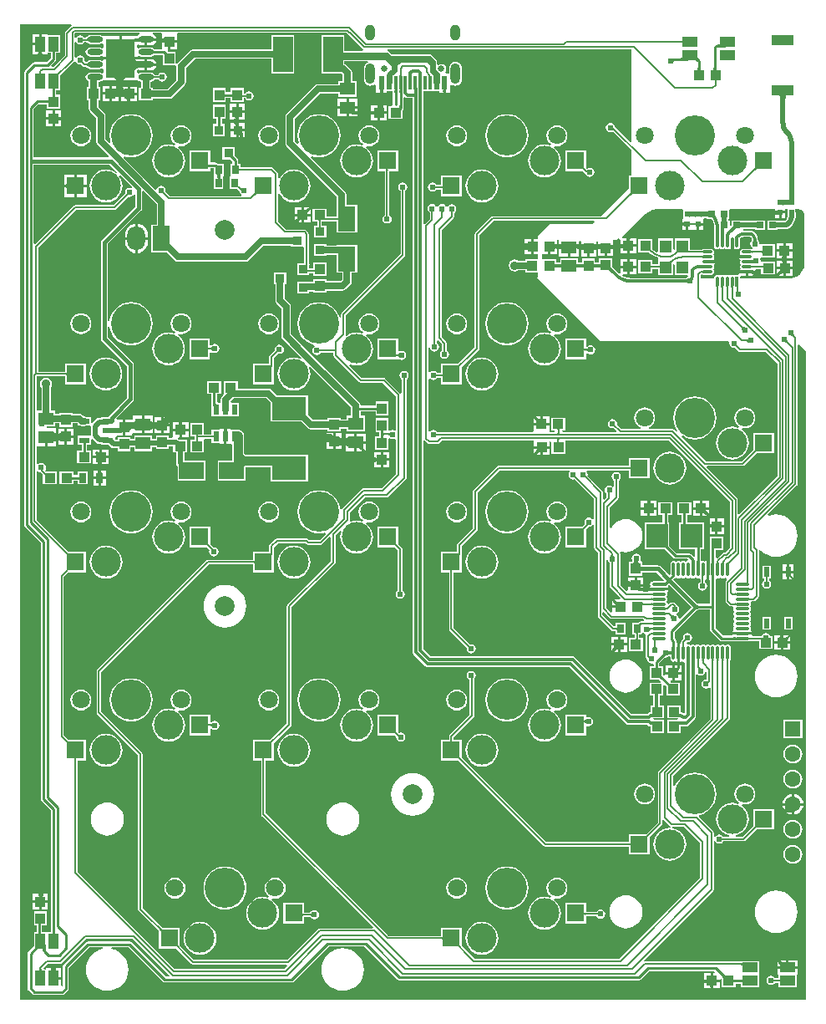
<source format=gbl>
G04*
G04 #@! TF.GenerationSoftware,Altium Limited,Altium Designer,20.1.8 (145)*
G04*
G04 Layer_Physical_Order=2*
G04 Layer_Color=16711680*
%FSLAX25Y25*%
%MOIN*%
G70*
G04*
G04 #@! TF.SameCoordinates,F81AAEC3-6A38-4882-98ED-ECA9077A9C2D*
G04*
G04*
G04 #@! TF.FilePolarity,Positive*
G04*
G01*
G75*
%ADD11C,0.00600*%
%ADD14C,0.01000*%
%ADD17R,0.03937X0.04331*%
%ADD18R,0.04331X0.03937*%
%ADD20R,0.02756X0.03543*%
%ADD21R,0.02756X0.03937*%
%ADD41C,0.01200*%
%ADD42C,0.01100*%
%ADD43C,0.01500*%
%ADD44C,0.02500*%
%ADD45C,0.02000*%
%ADD47C,0.07087*%
%ADD48C,0.11811*%
%ADD49C,0.16000*%
%ADD50R,0.07087X0.09843*%
%ADD51O,0.07087X0.09843*%
%ADD52O,0.03937X0.06299*%
%ADD53O,0.03937X0.08268*%
%ADD54C,0.02598*%
%ADD55C,0.06299*%
%ADD56C,0.07874*%
%ADD57R,0.06299X0.06299*%
%ADD58C,0.02400*%
%ADD59C,0.03600*%
%ADD60R,0.07087X0.07087*%
%ADD61R,0.08661X0.09449*%
%ADD62R,0.04331X0.02362*%
%ADD63R,0.05906X0.05118*%
%ADD64R,0.09843X0.06890*%
%ADD65R,0.13780X0.09252*%
%ADD66R,0.06890X0.09843*%
%ADD67R,0.03740X0.03543*%
%ADD68R,0.03740X0.03543*%
%ADD69R,0.03543X0.03740*%
%ADD70R,0.03543X0.03740*%
%ADD71R,0.06000X0.03937*%
%ADD72R,0.02165X0.03937*%
%ADD73O,0.05709X0.01181*%
%ADD74O,0.01181X0.05709*%
%ADD75R,0.04724X0.05118*%
%ADD76O,0.04331X0.01181*%
%ADD77O,0.01181X0.04331*%
%ADD78R,0.01181X0.04331*%
%ADD79R,0.03937X0.03937*%
%ADD80R,0.01968X0.02362*%
%ADD81R,0.03000X0.02500*%
%ADD82R,0.08661X0.03937*%
%ADD83R,0.01181X0.05709*%
%ADD84R,0.02362X0.05709*%
%ADD85O,0.06299X0.02362*%
%ADD86R,0.11417X0.15748*%
%ADD87R,0.07874X0.14173*%
%ADD88R,0.03937X0.06000*%
%ADD89R,0.02362X0.04134*%
%ADD90C,0.01300*%
%ADD91C,0.00800*%
%ADD92C,0.03500*%
G36*
X98830Y453957D02*
X98820Y454013D01*
X98795Y454063D01*
X98756Y454107D01*
X98702Y454145D01*
X98634Y454177D01*
X98551Y454203D01*
X98454Y454224D01*
X98342Y454238D01*
X98216Y454247D01*
X98075Y454250D01*
X98049Y454850D01*
X98189Y454853D01*
X98422Y454877D01*
X98517Y454897D01*
X98596Y454924D01*
X98661Y454956D01*
X98710Y454995D01*
X98745Y455039D01*
X98764Y455089D01*
X98769Y455145D01*
X98830Y453957D01*
D02*
G37*
G36*
X119678Y453579D02*
X119571Y453654D01*
X119457Y453721D01*
X119335Y453780D01*
X119206Y453832D01*
X119070Y453875D01*
X118926Y453911D01*
X118774Y453938D01*
X118615Y453958D01*
X118487Y453967D01*
X118337Y453954D01*
X118187Y453929D01*
X118057Y453894D01*
X117947Y453849D01*
X117857Y453794D01*
X117787Y453729D01*
X117737Y453654D01*
X117707Y453569D01*
X117697Y453474D01*
Y454962D01*
X117707Y454964D01*
X117737Y454966D01*
X118157Y454973D01*
X118157Y454974D01*
X118420Y454979D01*
X118859Y455018D01*
X119035Y455053D01*
X119184Y455097D01*
X119303Y455151D01*
X119394Y455214D01*
X119456Y455288D01*
X119489Y455371D01*
X119494Y455465D01*
X119678Y453579D01*
D02*
G37*
G36*
X336444Y453057D02*
X336438Y453115D01*
X336419Y453165D01*
X336389Y453210D01*
X336346Y453250D01*
X336291Y453282D01*
X336223Y453309D01*
X336144Y453331D01*
X336052Y453345D01*
X335948Y453355D01*
X335832Y453358D01*
Y453958D01*
X335948Y453961D01*
X336052Y453969D01*
X336144Y453984D01*
X336223Y454005D01*
X336291Y454033D01*
X336346Y454066D01*
X336389Y454105D01*
X336419Y454149D01*
X336438Y454201D01*
X336444Y454257D01*
Y453057D01*
D02*
G37*
G36*
X351392Y451701D02*
X351382Y451699D01*
X351352Y451697D01*
X350902Y451690D01*
X350392Y451689D01*
Y452689D01*
X350584Y452694D01*
X350755Y452709D01*
X350907Y452734D01*
X351038Y452769D01*
X351149Y452814D01*
X351240Y452869D01*
X351311Y452934D01*
X351362Y453009D01*
X351394Y453094D01*
X351404Y453189D01*
X351392Y451701D01*
D02*
G37*
G36*
X92441Y460109D02*
X92351Y460049D01*
X90051Y457749D01*
X89852Y457451D01*
X89782Y457100D01*
Y448380D01*
X85120Y443718D01*
X84488D01*
X84258Y444272D01*
X86050Y446064D01*
X86294Y446428D01*
X86379Y446858D01*
X86379Y446858D01*
Y449280D01*
X87826D01*
Y456480D01*
X82911D01*
Y456880D01*
X80443D01*
Y452880D01*
Y449892D01*
X80995D01*
X80900Y449882D01*
X80815Y449852D01*
X80740Y449802D01*
X80675Y449732D01*
X80620Y449642D01*
X80575Y449532D01*
X80540Y449402D01*
X80540Y449402D01*
X80549Y449360D01*
X80580Y449262D01*
X80617Y449170D01*
X80661Y449083D01*
X80712Y449002D01*
X80770Y448926D01*
X80813Y448880D01*
X82911D01*
Y449280D01*
X84136D01*
Y447322D01*
X82435Y445622D01*
X77700D01*
X77271Y445536D01*
X76907Y445293D01*
X76907Y445293D01*
X73807Y442193D01*
X73564Y441829D01*
X73478Y441400D01*
X73478Y441400D01*
Y261100D01*
X73478Y261100D01*
X73564Y260671D01*
X73807Y260307D01*
X80178Y253935D01*
Y151700D01*
X80178Y151700D01*
X80264Y151271D01*
X80507Y150907D01*
X84236Y147178D01*
Y98780D01*
X82789D01*
X82789Y98780D01*
X82611D01*
Y98780D01*
X82189Y98780D01*
X80675D01*
Y101388D01*
X82569D01*
Y106919D01*
X77431D01*
Y101388D01*
X78432D01*
Y98780D01*
X77474D01*
Y93166D01*
X75307Y90999D01*
X75064Y90636D01*
X74978Y90206D01*
X74978Y90206D01*
Y76300D01*
X74978Y76300D01*
X75064Y75871D01*
X75307Y75507D01*
X76907Y73907D01*
X76907Y73907D01*
X77271Y73664D01*
X77700Y73578D01*
X77700Y73578D01*
X88700D01*
X88700Y73578D01*
X89129Y73664D01*
X89493Y73907D01*
X90893Y75307D01*
X90893Y75307D01*
X91136Y75671D01*
X91222Y76100D01*
X91222Y76100D01*
Y84435D01*
X99450Y92664D01*
X105015D01*
X105081Y92071D01*
X103488Y91588D01*
X102020Y90803D01*
X100733Y89747D01*
X99677Y88460D01*
X98893Y86993D01*
X98409Y85400D01*
X98246Y83743D01*
X98409Y82087D01*
X98893Y80494D01*
X99677Y79026D01*
X100733Y77739D01*
X102020Y76683D01*
X103488Y75899D01*
X105081Y75415D01*
X106737Y75252D01*
X108394Y75415D01*
X109987Y75899D01*
X111455Y76683D01*
X112741Y77739D01*
X113797Y79026D01*
X114582Y80494D01*
X115065Y82087D01*
X115228Y83743D01*
X115065Y85400D01*
X114582Y86993D01*
X113797Y88460D01*
X112741Y89747D01*
X111455Y90803D01*
X109987Y91588D01*
X108394Y92071D01*
X108460Y92664D01*
X115250D01*
X128907Y79007D01*
X128907Y79007D01*
X129271Y78764D01*
X129700Y78678D01*
X180400D01*
X180400Y78678D01*
X180829Y78764D01*
X181193Y79007D01*
X195165Y92978D01*
X209335D01*
X222507Y79807D01*
X222507Y79807D01*
X222871Y79564D01*
X223300Y79478D01*
X318900D01*
X318900Y79478D01*
X319329Y79564D01*
X319693Y79807D01*
X323065Y83178D01*
X348966D01*
X349240Y82837D01*
X348990Y82269D01*
X348507D01*
Y79800D01*
X351372D01*
X351772Y80031D01*
X351774Y80030D01*
X351897Y79842D01*
X351918Y79793D01*
X351905Y79741D01*
X351935Y79693D01*
Y76731D01*
X357465D01*
Y78178D01*
X359620D01*
Y76674D01*
X366820D01*
Y81811D01*
X366820D01*
Y81989D01*
X366820D01*
Y87126D01*
X360395D01*
X360357Y87151D01*
X360293Y87138D01*
X360232Y87163D01*
X360141Y87126D01*
X359620D01*
Y86955D01*
X359558Y86951D01*
X359423Y86949D01*
X359353Y86920D01*
X321266D01*
X321030Y87335D01*
X321002Y87504D01*
X348549Y115051D01*
X348748Y115349D01*
X348818Y115700D01*
Y134896D01*
X349373Y135121D01*
X349418Y135113D01*
X349796Y134547D01*
X350391Y134149D01*
X351094Y134010D01*
X351796Y134149D01*
X352392Y134547D01*
X352645Y134927D01*
X360740D01*
X361091Y134997D01*
X361388Y135196D01*
X365792Y139599D01*
X372781D01*
Y147886D01*
X364494D01*
Y140897D01*
X360360Y136762D01*
X357705D01*
X357616Y137362D01*
X358739Y137703D01*
X359869Y138307D01*
X360860Y139120D01*
X361673Y140111D01*
X362277Y141241D01*
X362649Y142467D01*
X362774Y143742D01*
X362649Y145018D01*
X362277Y146244D01*
X361673Y147374D01*
X360860Y148365D01*
X359869Y149178D01*
X360148Y149709D01*
X360156Y149706D01*
X361237Y149563D01*
X362319Y149706D01*
X363327Y150123D01*
X364192Y150787D01*
X364856Y151653D01*
X365274Y152661D01*
X365416Y153742D01*
X365274Y154824D01*
X364856Y155832D01*
X364192Y156697D01*
X363327Y157361D01*
X362319Y157779D01*
X361237Y157921D01*
X360156Y157779D01*
X359148Y157361D01*
X358282Y156697D01*
X357618Y155832D01*
X357201Y154824D01*
X357058Y153742D01*
X357201Y152661D01*
X357618Y151653D01*
X358282Y150787D01*
X358800Y150390D01*
X358521Y149848D01*
X357513Y150154D01*
X356237Y150279D01*
X354962Y150154D01*
X353736Y149782D01*
X352606Y149178D01*
X351615Y148365D01*
X350802Y147374D01*
X350198Y146244D01*
X349826Y145018D01*
X349700Y143742D01*
X349826Y142467D01*
X350198Y141241D01*
X350802Y140111D01*
X351615Y139120D01*
X352606Y138307D01*
X353736Y137703D01*
X354858Y137362D01*
X354769Y136762D01*
X352645D01*
X352392Y137143D01*
X351796Y137540D01*
X351094Y137680D01*
X350391Y137540D01*
X349796Y137143D01*
X349418Y136576D01*
X349373Y136568D01*
X348818Y136794D01*
Y138300D01*
X348748Y138651D01*
X348549Y138949D01*
X342842Y144656D01*
X342882Y144958D01*
X343043Y145303D01*
X344544Y145758D01*
X346038Y146557D01*
X347348Y147632D01*
X348423Y148941D01*
X349221Y150435D01*
X349713Y152057D01*
X349879Y153742D01*
X349713Y155428D01*
X349221Y157049D01*
X348423Y158543D01*
X347348Y159853D01*
X346038Y160928D01*
X344544Y161726D01*
X342923Y162218D01*
X341237Y162384D01*
X339551Y162218D01*
X337930Y161726D01*
X336436Y160928D01*
X335127Y159853D01*
X334052Y158543D01*
X333254Y157049D01*
X333218Y156931D01*
X332618Y157020D01*
Y160920D01*
X354976Y183278D01*
X355174Y183576D01*
X355244Y183927D01*
Y206933D01*
X355448Y207238D01*
X355541Y207702D01*
Y212230D01*
X355448Y212695D01*
X355185Y213088D01*
X354791Y213351D01*
X354327Y213444D01*
X353862Y213351D01*
X353468Y213088D01*
X353217D01*
X352823Y213351D01*
X352358Y213444D01*
X351894Y213351D01*
X351500Y213088D01*
X351248D01*
X350854Y213351D01*
X350390Y213444D01*
X349925Y213351D01*
X349531Y213088D01*
X349280D01*
X348886Y213351D01*
X348421Y213444D01*
X347957Y213351D01*
X347563Y213088D01*
X347311D01*
X346917Y213351D01*
X346453Y213444D01*
X345988Y213351D01*
X345594Y213088D01*
X345018Y213305D01*
X344949Y213351D01*
X344484Y213444D01*
X344020Y213351D01*
X343626Y213088D01*
X343374D01*
X342980Y213351D01*
X342516Y213444D01*
X342051Y213351D01*
X341982Y213305D01*
X341406Y213088D01*
X341012Y213351D01*
X340547Y213444D01*
X340083Y213351D01*
X339689Y213088D01*
X339437D01*
X339043Y213351D01*
X338579Y213444D01*
X338489Y213426D01*
X337942Y213801D01*
X338300Y214265D01*
X339002Y214404D01*
X339598Y214802D01*
X339996Y215398D01*
X340135Y216100D01*
X339996Y216802D01*
X339598Y217398D01*
X339002Y217796D01*
X338300Y217935D01*
X337598Y217796D01*
X337002Y217398D01*
X336604Y216802D01*
X336465Y216100D01*
X336554Y215652D01*
X335961Y215059D01*
X335762Y214761D01*
X335693Y214410D01*
Y214107D01*
X335142Y213790D01*
Y209966D01*
Y206180D01*
X335262Y206204D01*
X335788Y206556D01*
X335910Y206738D01*
X336146Y206581D01*
X336610Y206488D01*
X336789Y206524D01*
X337388Y206124D01*
Y186186D01*
X336827Y185899D01*
X336643Y186083D01*
X336229Y186359D01*
X335742Y186456D01*
X335712D01*
Y189068D01*
X330181D01*
Y183932D01*
X334142D01*
X334265Y183907D01*
X334584D01*
X334593Y183893D01*
X334273Y183293D01*
X334265D01*
X334142Y183268D01*
X330181D01*
Y178131D01*
X335712D01*
Y180744D01*
X337764D01*
X338252Y180841D01*
X338665Y181117D01*
X341364Y183816D01*
X341640Y184230D01*
X341738Y184717D01*
Y201268D01*
X342147Y201438D01*
X342337Y201479D01*
X342898Y201104D01*
X343600Y200965D01*
X344302Y201104D01*
X344898Y201502D01*
X345296Y202098D01*
X345382Y202534D01*
X345982Y202475D01*
Y199731D01*
X345742Y199534D01*
X345039Y199394D01*
X344444Y198996D01*
X344046Y198401D01*
X343906Y197698D01*
X344046Y196996D01*
X344444Y196401D01*
X345039Y196003D01*
X345742Y195863D01*
X346444Y196003D01*
X346904Y196310D01*
X347374Y196144D01*
X347504Y196044D01*
Y183601D01*
X326751Y162849D01*
X326552Y162551D01*
X326482Y162200D01*
Y142490D01*
X321878Y137886D01*
X314889D01*
Y134692D01*
X314884Y134692D01*
X314813Y134660D01*
X281913D01*
X248176Y168397D01*
Y175386D01*
X244982D01*
X244982Y175390D01*
X244950Y175461D01*
Y176252D01*
X252949Y184251D01*
X253148Y184549D01*
X253218Y184900D01*
Y199574D01*
X253343Y199657D01*
X253741Y200253D01*
X253881Y200955D01*
X253741Y201657D01*
X253343Y202253D01*
X252748Y202651D01*
X252045Y202790D01*
X251343Y202651D01*
X250748Y202253D01*
X250350Y201657D01*
X250210Y200955D01*
X250350Y200253D01*
X250748Y199657D01*
X251343Y199259D01*
X251382Y199252D01*
Y185280D01*
X243384Y177281D01*
X243185Y176984D01*
X243115Y176632D01*
Y175461D01*
X243083Y175390D01*
X243083Y175386D01*
X239889D01*
Y167099D01*
X246878D01*
X280884Y133094D01*
X281181Y132895D01*
X281533Y132825D01*
X314813D01*
X314884Y132793D01*
X314889Y132793D01*
Y129599D01*
X323176D01*
Y136588D01*
X328049Y141461D01*
X328248Y141759D01*
X328318Y142110D01*
Y143236D01*
X328918Y143485D01*
X331351Y141051D01*
X331649Y140852D01*
X331753Y140831D01*
X331665Y140237D01*
X331237Y140279D01*
X329962Y140154D01*
X328736Y139782D01*
X327606Y139178D01*
X326615Y138365D01*
X325802Y137374D01*
X325198Y136244D01*
X324826Y135018D01*
X324700Y133742D01*
X324826Y132467D01*
X325198Y131241D01*
X325802Y130111D01*
X326615Y129120D01*
X327606Y128307D01*
X328736Y127703D01*
X329962Y127331D01*
X331237Y127205D01*
X332513Y127331D01*
X333739Y127703D01*
X334869Y128307D01*
X335860Y129120D01*
X336673Y130111D01*
X337277Y131241D01*
X337649Y132467D01*
X337774Y133742D01*
X337649Y135018D01*
X337277Y136244D01*
X336673Y137374D01*
X335860Y138365D01*
X334869Y139178D01*
X333739Y139782D01*
X332513Y140154D01*
X332222Y140182D01*
X332251Y140782D01*
X332337Y140782D01*
X337020D01*
X343382Y134420D01*
Y120280D01*
X311220Y88118D01*
X253455D01*
X248176Y93397D01*
Y100386D01*
X239889D01*
Y97192D01*
X239884Y97192D01*
X239813Y97160D01*
X219038D01*
X169950Y146247D01*
Y167023D01*
X169982Y167094D01*
X169982Y167099D01*
X173176D01*
Y174088D01*
X179949Y180861D01*
X180148Y181159D01*
X180218Y181510D01*
Y228220D01*
X197549Y245551D01*
X197748Y245849D01*
X197818Y246200D01*
Y257023D01*
X199584Y258790D01*
X200115Y258472D01*
X199826Y257518D01*
X199700Y256243D01*
X199826Y254968D01*
X200198Y253742D01*
X200802Y252611D01*
X201615Y251621D01*
X202606Y250808D01*
X203736Y250204D01*
X204962Y249832D01*
X206237Y249706D01*
X207513Y249832D01*
X208739Y250204D01*
X209869Y250808D01*
X210860Y251621D01*
X211673Y252611D01*
X212277Y253742D01*
X212649Y254968D01*
X212774Y256243D01*
X212649Y257518D01*
X212277Y258745D01*
X211673Y259875D01*
X210860Y260865D01*
X209869Y261679D01*
X210148Y262210D01*
X210156Y262207D01*
X211237Y262064D01*
X212319Y262207D01*
X213327Y262624D01*
X214192Y263288D01*
X214856Y264154D01*
X215274Y265161D01*
X215416Y266243D01*
X215274Y267325D01*
X214856Y268333D01*
X214192Y269198D01*
X213327Y269862D01*
X212319Y270280D01*
X211237Y270422D01*
X210156Y270280D01*
X209148Y269862D01*
X208282Y269198D01*
X207618Y268333D01*
X207201Y267325D01*
X207058Y266243D01*
X207201Y265161D01*
X207618Y264154D01*
X208282Y263288D01*
X208800Y262891D01*
X208521Y262349D01*
X207513Y262654D01*
X206237Y262780D01*
X204962Y262654D01*
X203886Y262328D01*
X203535Y262667D01*
X203460Y262812D01*
X203518Y263103D01*
Y266020D01*
X209480Y271982D01*
X218400D01*
X218751Y272052D01*
X219049Y272251D01*
X225849Y279051D01*
X226048Y279349D01*
X226118Y279700D01*
Y319048D01*
X226498Y319302D01*
X226896Y319898D01*
X227035Y320600D01*
X226896Y321302D01*
X226498Y321898D01*
X225902Y322296D01*
X225200Y322435D01*
X224498Y322296D01*
X223902Y321898D01*
X223504Y321302D01*
X223365Y320600D01*
X223504Y319898D01*
X223902Y319302D01*
X224282Y319048D01*
Y313681D01*
X223682Y313499D01*
X223649Y313549D01*
X217749Y319449D01*
X217451Y319648D01*
X217100Y319718D01*
X208380D01*
X203389Y324709D01*
X203736Y325204D01*
X204962Y324832D01*
X206237Y324706D01*
X207513Y324832D01*
X208739Y325204D01*
X209869Y325808D01*
X210860Y326621D01*
X211673Y327611D01*
X212277Y328742D01*
X212649Y329968D01*
X212774Y331243D01*
X212649Y332518D01*
X212277Y333745D01*
X211673Y334875D01*
X210860Y335865D01*
X209869Y336679D01*
X210148Y337210D01*
X210156Y337207D01*
X211237Y337064D01*
X212319Y337207D01*
X213327Y337624D01*
X214192Y338288D01*
X214856Y339154D01*
X215274Y340161D01*
X215416Y341243D01*
X215274Y342325D01*
X214856Y343333D01*
X214192Y344198D01*
X213327Y344862D01*
X212319Y345280D01*
X211237Y345422D01*
X210156Y345280D01*
X209148Y344862D01*
X208282Y344198D01*
X207618Y343333D01*
X207201Y342325D01*
X207058Y341243D01*
X207201Y340161D01*
X207618Y339154D01*
X208282Y338288D01*
X208800Y337891D01*
X208521Y337349D01*
X207513Y337654D01*
X206237Y337780D01*
X204962Y337654D01*
X203736Y337282D01*
X202606Y336679D01*
X202274Y336406D01*
X201824Y336813D01*
X201848Y336849D01*
X201918Y337200D01*
Y344720D01*
X225349Y368151D01*
X225548Y368449D01*
X225618Y368800D01*
Y394248D01*
X225998Y394502D01*
X226396Y395098D01*
X226535Y395800D01*
X226396Y396502D01*
X225998Y397098D01*
X225402Y397496D01*
X224700Y397635D01*
X223998Y397496D01*
X223402Y397098D01*
X223004Y396502D01*
X222865Y395800D01*
X223004Y395098D01*
X223402Y394502D01*
X223782Y394248D01*
Y369180D01*
X200351Y345749D01*
X200152Y345451D01*
X200082Y345100D01*
Y343778D01*
X199482Y343689D01*
X199221Y344550D01*
X198423Y346044D01*
X197348Y347354D01*
X196038Y348428D01*
X194544Y349227D01*
X192923Y349719D01*
X191237Y349885D01*
X189551Y349719D01*
X187930Y349227D01*
X186436Y348428D01*
X185127Y347354D01*
X184052Y346044D01*
X183254Y344550D01*
X182762Y342929D01*
X182596Y341243D01*
X182762Y339557D01*
X183254Y337936D01*
X184052Y336442D01*
X185127Y335133D01*
X186436Y334058D01*
X187930Y333259D01*
X189424Y332806D01*
X189525Y332405D01*
X189508Y332169D01*
X189102Y331898D01*
X188704Y331302D01*
X188565Y330600D01*
X188704Y329898D01*
X189102Y329302D01*
X189698Y328904D01*
X190400Y328765D01*
X191102Y328904D01*
X191698Y329302D01*
X192018Y329782D01*
X196476D01*
X197063Y329673D01*
X197082Y329644D01*
Y328800D01*
X197152Y328449D01*
X197351Y328151D01*
X207351Y318151D01*
X207649Y317952D01*
X208000Y317882D01*
X216720D01*
X222082Y312520D01*
Y298996D01*
X221482Y298675D01*
X221302Y298796D01*
X220600Y298935D01*
X219898Y298796D01*
X219653Y298632D01*
X219568Y298613D01*
X219490Y298619D01*
X219153Y298777D01*
X218969Y298957D01*
Y303565D01*
X213831D01*
Y298035D01*
X215279D01*
Y297423D01*
X215256Y297384D01*
X215279Y297301D01*
Y297299D01*
X215256Y297216D01*
X215279Y297177D01*
Y296512D01*
X213732D01*
Y290981D01*
X218868D01*
Y295425D01*
X218928Y295477D01*
X219468Y295691D01*
X219898Y295404D01*
X220600Y295265D01*
X221302Y295404D01*
X221482Y295525D01*
X222082Y295204D01*
Y281432D01*
X222000Y281349D01*
X222000Y281349D01*
X216368Y275718D01*
X208900D01*
X208549Y275648D01*
X208251Y275449D01*
X200551Y267749D01*
X200361Y267465D01*
X200310Y267456D01*
X199753Y267516D01*
X199713Y267929D01*
X199221Y269550D01*
X198423Y271044D01*
X197348Y272354D01*
X196038Y273428D01*
X194544Y274227D01*
X192923Y274719D01*
X191237Y274885D01*
X189551Y274719D01*
X187930Y274227D01*
X186436Y273428D01*
X185127Y272354D01*
X184052Y271044D01*
X183254Y269550D01*
X182762Y267929D01*
X182596Y266243D01*
X182762Y264557D01*
X183254Y262936D01*
X184052Y261442D01*
X185127Y260133D01*
X186436Y259058D01*
X187930Y258259D01*
X189551Y257768D01*
X191237Y257601D01*
X192923Y257768D01*
X193638Y257984D01*
X193956Y257454D01*
X191520Y255018D01*
X187380D01*
X186949Y255449D01*
X186651Y255648D01*
X186300Y255718D01*
X174500D01*
X174149Y255648D01*
X173851Y255449D01*
X171627Y253225D01*
X171428Y252927D01*
X171358Y252576D01*
Y250462D01*
X171327Y250391D01*
X171326Y250386D01*
X164889D01*
Y247193D01*
X164884Y247192D01*
X164813Y247161D01*
X146943D01*
X146592Y247091D01*
X146294Y246892D01*
X102751Y203349D01*
X102552Y203051D01*
X102482Y202700D01*
Y186300D01*
X102552Y185949D01*
X102751Y185651D01*
X118982Y169420D01*
Y107876D01*
X119052Y107524D01*
X119251Y107227D01*
X127076Y99402D01*
X127102Y99331D01*
X127309Y99109D01*
X127368Y99036D01*
X127390Y99005D01*
Y98987D01*
X127364Y98925D01*
X127385Y98874D01*
X127373Y98820D01*
X127390Y98793D01*
Y92099D01*
X134379D01*
X140327Y86151D01*
X140624Y85952D01*
X140975Y85882D01*
X178336D01*
X178585Y85282D01*
X177420Y84118D01*
X133580D01*
X94950Y122748D01*
Y167023D01*
X94982Y167094D01*
X94982Y167099D01*
X98176D01*
Y175386D01*
X91187D01*
X89418Y177155D01*
Y240331D01*
X91187Y242100D01*
X98176D01*
Y250386D01*
X91187D01*
X78618Y262956D01*
Y282259D01*
X78802Y282390D01*
X79218Y282525D01*
X79698Y282204D01*
X80012Y282142D01*
X80096Y282017D01*
X81042Y281071D01*
Y277232D01*
X86572D01*
Y282368D01*
X82340D01*
X81861Y282847D01*
X82096Y283198D01*
X82235Y283900D01*
X82096Y284602D01*
X81698Y285198D01*
X81102Y285596D01*
X80400Y285735D01*
X79698Y285596D01*
X79218Y285275D01*
X78802Y285410D01*
X78618Y285541D01*
Y292501D01*
X81900D01*
Y296060D01*
X82400D01*
Y296560D01*
X85329D01*
Y298600D01*
X85354Y298362D01*
X85429Y298150D01*
X85555Y297962D01*
X85731Y297800D01*
X85957Y297662D01*
X86233Y297550D01*
X86353Y297518D01*
Y299619D01*
X82954D01*
X82625Y300219D01*
X82729Y300381D01*
X85953D01*
Y301654D01*
X87631D01*
Y300181D01*
X92769D01*
Y301654D01*
X94748D01*
X94810Y301591D01*
Y300559D01*
X96201D01*
X96729Y300454D01*
X97576D01*
X98104Y300559D01*
X99776D01*
X100269Y300047D01*
Y296807D01*
X100269Y296641D01*
X99948Y296641D01*
X94810D01*
Y293079D01*
X96454D01*
Y290769D01*
X94688D01*
Y285631D01*
X100219D01*
Y290769D01*
X98697D01*
Y293079D01*
X100341D01*
Y295004D01*
X100941Y295252D01*
X102305Y293887D01*
X102835Y293534D01*
X103459Y293410D01*
X104259D01*
Y293079D01*
X107275D01*
X108208Y292146D01*
X108737Y291793D01*
X109361Y291669D01*
X110932D01*
Y290535D01*
X116068D01*
Y292045D01*
X117447D01*
Y290501D01*
X124553D01*
Y292045D01*
X126131D01*
Y291288D01*
X131269D01*
Y292422D01*
X133088D01*
Y289932D01*
X134222D01*
Y285670D01*
X134346Y285046D01*
X134700Y284517D01*
X134779Y284438D01*
Y278655D01*
X145821D01*
Y286745D01*
X137485D01*
Y289932D01*
X138619D01*
Y295069D01*
X135395D01*
X135257Y295207D01*
X134921Y295431D01*
X135103Y296031D01*
X135453D01*
Y298500D01*
X132788D01*
Y296285D01*
X132788Y296031D01*
X132332Y295685D01*
X131269D01*
Y296819D01*
X126131D01*
Y295308D01*
X124553D01*
Y296819D01*
X117447D01*
Y295308D01*
X116068D01*
Y296065D01*
X110932D01*
Y294931D01*
X110037D01*
X109790Y295179D01*
Y296019D01*
X110190Y296419D01*
X110620Y296828D01*
X110790Y296828D01*
X113000D01*
Y299993D01*
Y303158D01*
X110638D01*
X110288Y303658D01*
X116973Y310343D01*
X117272Y310789D01*
X117376Y311316D01*
Y325100D01*
X117272Y325627D01*
X116973Y326073D01*
X107076Y335970D01*
Y340180D01*
X107676Y340210D01*
X107736Y339607D01*
X108228Y337986D01*
X109026Y336492D01*
X110101Y335182D01*
X111410Y334107D01*
X112904Y333309D01*
X114525Y332817D01*
X116211Y332651D01*
X117897Y332817D01*
X119518Y333309D01*
X121012Y334107D01*
X122322Y335182D01*
X123397Y336492D01*
X124195Y337986D01*
X124687Y339607D01*
X124853Y341293D01*
X124687Y342979D01*
X124195Y344600D01*
X123397Y346094D01*
X122322Y347403D01*
X121012Y348478D01*
X119518Y349276D01*
X117897Y349768D01*
X116211Y349934D01*
X114525Y349768D01*
X112904Y349276D01*
X111410Y348478D01*
X110101Y347403D01*
X109026Y346094D01*
X108228Y344600D01*
X107736Y342979D01*
X107676Y342376D01*
X107076Y342405D01*
Y373230D01*
X120173Y386327D01*
X120173Y386327D01*
X120472Y386773D01*
X120576Y387300D01*
Y394072D01*
X121131Y394302D01*
X126514Y388919D01*
Y380821D01*
X124257D01*
Y369779D01*
X130454D01*
X133666Y366566D01*
X134278Y366157D01*
X135000Y366014D01*
X161800D01*
X162522Y366157D01*
X163134Y366566D01*
X169081Y372514D01*
X180004D01*
Y372028D01*
X184944D01*
X185282Y371568D01*
Y365588D01*
X185251Y365517D01*
X185251Y365512D01*
X182456D01*
Y360769D01*
X187396D01*
Y361451D01*
X187401Y361451D01*
X187472Y361482D01*
X188956D01*
X189027Y361451D01*
X189032Y361451D01*
Y360281D01*
X194168D01*
Y365812D01*
X189032D01*
Y363349D01*
X189027Y363349D01*
X188956Y363318D01*
X187472D01*
X187401Y363349D01*
X187396Y363349D01*
Y364767D01*
X187429Y364828D01*
X187418Y364868D01*
X187434Y364906D01*
X187396Y364994D01*
Y365512D01*
X187149D01*
X187149Y365516D01*
X187118Y365587D01*
Y377200D01*
X187048Y377551D01*
X186849Y377849D01*
X186149Y378549D01*
X185851Y378748D01*
X185500Y378818D01*
X178080D01*
X174918Y381980D01*
Y392993D01*
X175518Y393143D01*
X175802Y392611D01*
X176615Y391621D01*
X177605Y390808D01*
X178736Y390204D01*
X179962Y389832D01*
X181237Y389706D01*
X182513Y389832D01*
X183739Y390204D01*
X184869Y390808D01*
X185860Y391621D01*
X186673Y392611D01*
X187277Y393741D01*
X187649Y394968D01*
X187774Y396243D01*
X187649Y397518D01*
X187277Y398745D01*
X186673Y399875D01*
X185860Y400866D01*
X184869Y401679D01*
X183739Y402282D01*
X182513Y402655D01*
X181237Y402780D01*
X179962Y402655D01*
X178736Y402282D01*
X177605Y401679D01*
X176615Y400866D01*
X175802Y399875D01*
X175518Y399343D01*
X174918Y399493D01*
Y401100D01*
X174848Y401451D01*
X174649Y401749D01*
X172949Y403449D01*
X172651Y403648D01*
X172300Y403718D01*
X159854D01*
X159783Y403749D01*
X159778Y403749D01*
Y405172D01*
X158922D01*
Y406476D01*
X158836Y406905D01*
X158593Y407269D01*
X158593Y407269D01*
X157472Y408390D01*
Y411744D01*
X152728D01*
Y406804D01*
X155886D01*
X156678Y406011D01*
Y405172D01*
X155822D01*
Y400472D01*
X155822Y400430D01*
X155722Y399872D01*
X155722Y399870D01*
Y395128D01*
X158380D01*
X159513Y393996D01*
X159643Y393909D01*
X159704Y393598D01*
X160102Y393002D01*
X160379Y392818D01*
X160197Y392218D01*
X131680D01*
X129946Y393952D01*
X130035Y394400D01*
X129896Y395102D01*
X129498Y395698D01*
X128902Y396096D01*
X128200Y396235D01*
X127498Y396096D01*
X126902Y395698D01*
X126504Y395102D01*
X126489Y395026D01*
X125915Y394852D01*
X113224Y407543D01*
X113542Y408074D01*
X114552Y407768D01*
X116238Y407601D01*
X117924Y407768D01*
X119545Y408259D01*
X121039Y409058D01*
X122349Y410133D01*
X123423Y411442D01*
X124222Y412936D01*
X124714Y414557D01*
X124880Y416243D01*
X124714Y417929D01*
X124222Y419550D01*
X123423Y421044D01*
X122349Y422354D01*
X121039Y423428D01*
X119545Y424227D01*
X117924Y424719D01*
X116238Y424885D01*
X114552Y424719D01*
X112931Y424227D01*
X111437Y423428D01*
X110127Y422354D01*
X109053Y421044D01*
X108254Y419550D01*
X107763Y417929D01*
X107596Y416243D01*
X107763Y414557D01*
X108069Y413547D01*
X107538Y413229D01*
X106086Y414681D01*
Y424000D01*
X105943Y424722D01*
X105534Y425334D01*
X103140Y427728D01*
Y430532D01*
X104019D01*
Y435669D01*
X103140D01*
Y437784D01*
X103732D01*
X104427Y437922D01*
X104733Y438126D01*
X105291Y438226D01*
X105291Y438226D01*
X105291Y438226D01*
X110282D01*
X110250Y438346D01*
X110137Y438622D01*
X110000Y438848D01*
X109837Y439024D01*
X109650Y439150D01*
X109438Y439225D01*
X109200Y439250D01*
X111500D01*
Y446600D01*
X105291D01*
Y446422D01*
X104691Y446101D01*
X104427Y446278D01*
X103732Y446416D01*
X99795D01*
X99100Y446278D01*
X98511Y445884D01*
X97907Y445873D01*
X97821Y445944D01*
X97614Y446295D01*
X97635Y446400D01*
X97496Y447102D01*
X97098Y447698D01*
X96502Y448096D01*
X95800Y448235D01*
X95098Y448096D01*
X94502Y447698D01*
X94316Y447419D01*
X93716Y447601D01*
Y453448D01*
X94316Y453630D01*
X94602Y453202D01*
X95198Y452804D01*
X95900Y452665D01*
X96602Y452804D01*
X97198Y453202D01*
X97485Y453632D01*
X97989D01*
X98061Y453601D01*
X98186Y453598D01*
X98277Y453592D01*
X98332Y453585D01*
X98370Y453526D01*
X98395Y453475D01*
X98408Y453471D01*
X98511Y453316D01*
X99100Y452922D01*
X99795Y452784D01*
X103732D01*
X104427Y452922D01*
X104691Y453099D01*
X105291Y452778D01*
Y451422D01*
X104691Y451101D01*
X104427Y451278D01*
X103732Y451416D01*
X99795D01*
X99100Y451278D01*
X98511Y450884D01*
X98118Y450295D01*
X97979Y449600D01*
X98118Y448905D01*
X98511Y448316D01*
X99100Y447922D01*
X99795Y447784D01*
X103732D01*
X104427Y447922D01*
X104691Y448099D01*
X105291Y447778D01*
Y447600D01*
X111459D01*
X111449Y447644D01*
X111421Y447741D01*
X111386Y447830D01*
X111376Y447851D01*
X111000D01*
X111095Y447985D01*
X111180Y448120D01*
X111255Y448257D01*
X111320Y448396D01*
X111375Y448537D01*
X111420Y448679D01*
X111455Y448823D01*
X111480Y448969D01*
X111495Y449116D01*
X111500Y449265D01*
Y455974D01*
X105291D01*
X105291Y455974D01*
Y455974D01*
X105291Y455974D01*
X104733Y456074D01*
X104427Y456278D01*
X103732Y456416D01*
X99795D01*
X99100Y456278D01*
X98511Y455884D01*
X98348Y455640D01*
X98347Y455640D01*
X98346Y455637D01*
X98318Y455596D01*
X98286Y455580D01*
X98021Y455499D01*
X97954Y455468D01*
X97418D01*
X97198Y455798D01*
X96602Y456196D01*
X95900Y456335D01*
X95198Y456196D01*
X94602Y455798D01*
X94316Y455370D01*
X93716Y455551D01*
Y457121D01*
X93877Y457282D01*
X119498D01*
X119556Y456682D01*
X119417Y456655D01*
X118695Y456173D01*
X118563Y455974D01*
X112500D01*
Y450498D01*
X112543Y450531D01*
X112718Y450691D01*
X113549Y450107D01*
X113466Y450019D01*
X113392Y449929D01*
X113330Y449839D01*
X113277Y449749D01*
X113236Y449658D01*
X113204Y449567D01*
X113183Y449476D01*
X113173Y449384D01*
X113173Y449292D01*
X113183Y449199D01*
X112500Y449696D01*
Y449265D01*
D01*
X112505Y449116D01*
X112520Y448969D01*
X112545Y448823D01*
X112580Y448679D01*
X112625Y448537D01*
X112680Y448396D01*
X112745Y448257D01*
X112820Y448120D01*
X112905Y447985D01*
X113000Y447851D01*
X112624D01*
X112614Y447830D01*
X112579Y447741D01*
X112551Y447644D01*
X112541Y447600D01*
X118709D01*
Y447778D01*
X119309Y448099D01*
X119573Y447922D01*
X120268Y447784D01*
X124205D01*
X124900Y447922D01*
X125489Y448316D01*
X125597Y448478D01*
X128732D01*
X128931Y448279D01*
Y444335D01*
X133849D01*
X134169Y444202D01*
X134414Y443878D01*
Y438481D01*
X130719Y434786D01*
X124912D01*
Y435468D01*
X124033D01*
Y437784D01*
X124205D01*
X124900Y437922D01*
X125489Y438316D01*
X125635Y438534D01*
X125668Y438548D01*
X125703Y438634D01*
X125844Y438648D01*
X125958Y438651D01*
X126030Y438682D01*
X127148D01*
X127402Y438302D01*
X127998Y437904D01*
X128700Y437765D01*
X129402Y437904D01*
X129998Y438302D01*
X130396Y438898D01*
X130535Y439600D01*
X130396Y440302D01*
X129998Y440898D01*
X129402Y441296D01*
X128700Y441435D01*
X127998Y441296D01*
X127402Y440898D01*
X127148Y440518D01*
X126030D01*
X125958Y440549D01*
X125834Y440552D01*
X125745Y440558D01*
X125704Y440563D01*
X125668Y440652D01*
X125635Y440665D01*
X125489Y440884D01*
X124900Y441278D01*
X124205Y441416D01*
X122569D01*
X122215Y441486D01*
X121862Y441416D01*
X120268D01*
X119573Y441278D01*
X119309Y441101D01*
X118709Y441422D01*
Y442382D01*
X119238Y442665D01*
X119417Y442545D01*
X120268Y442376D01*
X121736D01*
Y444600D01*
Y446824D01*
X120268D01*
X119417Y446655D01*
X119238Y446535D01*
X119116Y446600D01*
X117830D01*
X117922Y446462D01*
X118097Y446300D01*
X118322Y446163D01*
X118597Y446050D01*
X118922Y445962D01*
X119297Y445900D01*
X119722Y445862D01*
X120197Y445850D01*
Y443350D01*
X119722Y443337D01*
X119297Y443300D01*
X118922Y443237D01*
X118597Y443150D01*
X118322Y443038D01*
X118097Y442900D01*
X117922Y442737D01*
X117797Y442550D01*
X117722Y442338D01*
X117697Y442100D01*
Y446600D01*
X112500D01*
Y439250D01*
X114200D01*
X113962Y439225D01*
X113750Y439150D01*
X113563Y439024D01*
X113400Y438848D01*
X113262Y438622D01*
X113150Y438346D01*
X113118Y438226D01*
X118709D01*
X118709Y438226D01*
Y438226D01*
X118709Y438226D01*
X119267Y438126D01*
X119573Y437922D01*
X120260Y437785D01*
Y435468D01*
X119381D01*
Y430332D01*
X124912D01*
Y431014D01*
X131500D01*
X132222Y431157D01*
X132834Y431566D01*
X137634Y436366D01*
X138043Y436978D01*
X138186Y437700D01*
Y443319D01*
X141781Y446914D01*
X172263D01*
Y441113D01*
X181337D01*
Y456487D01*
X172263D01*
Y450686D01*
X141000D01*
X140278Y450543D01*
X139666Y450134D01*
X134966Y445434D01*
X134669Y444988D01*
X134069Y445170D01*
Y449865D01*
X130938D01*
X130829Y450028D01*
X131000Y450347D01*
Y453293D01*
X128532D01*
Y450722D01*
X125597D01*
X125489Y450884D01*
X124900Y451278D01*
X124205Y451416D01*
X120268D01*
X119573Y451278D01*
X119309Y451101D01*
X118709Y451422D01*
Y452382D01*
X119238Y452665D01*
X119417Y452545D01*
X120268Y452376D01*
X121736D01*
Y454600D01*
X122236D01*
Y455100D01*
X124815D01*
Y455590D01*
X124829Y455497D01*
X124873Y455414D01*
X124945Y455340D01*
X125046Y455277D01*
X125177Y455223D01*
X125336Y455178D01*
X125524Y455144D01*
X125742Y455120D01*
X125988Y455105D01*
X126263Y455100D01*
X126329D01*
X126259Y455451D01*
X125777Y456173D01*
X125056Y456655D01*
X124916Y456682D01*
X124975Y457282D01*
X128066D01*
X128532Y456958D01*
Y454293D01*
X128543D01*
Y455100D01*
X128736Y455105D01*
X128908Y455120D01*
X129060Y455145D01*
X129191Y455180D01*
X129303Y455225D01*
X129394Y455280D01*
X129464Y455345D01*
X129515Y455420D01*
X129545Y455505D01*
X129555Y455600D01*
Y454293D01*
X134468D01*
Y456958D01*
X134934Y457282D01*
X202137D01*
X202617Y456803D01*
X202915Y456604D01*
X203023Y456582D01*
X208654Y450951D01*
X208915Y450776D01*
X208922Y450732D01*
X208610Y450176D01*
X201337D01*
Y456487D01*
X192263D01*
Y441113D01*
X199305D01*
X199487Y441077D01*
X200104D01*
X200714Y440468D01*
Y438099D01*
X199047D01*
Y436826D01*
X190840D01*
X190118Y436683D01*
X189506Y436274D01*
X178366Y425134D01*
X177957Y424522D01*
X177814Y423800D01*
Y413300D01*
X177957Y412578D01*
X178366Y411966D01*
X198414Y391919D01*
Y388621D01*
X198355D01*
Y384049D01*
X198350Y384049D01*
X198279Y384018D01*
X194288D01*
X194217Y384049D01*
X194212Y384049D01*
Y387169D01*
X188681D01*
Y382031D01*
X190497D01*
X190497Y382027D01*
X190529Y381956D01*
Y380588D01*
X190497Y380517D01*
X190497Y380512D01*
X189256D01*
Y375768D01*
X194196D01*
Y380512D01*
X192396D01*
X192396Y380517D01*
X192364Y380588D01*
Y381956D01*
X192396Y382027D01*
X192396Y382031D01*
X193435D01*
X193471Y382007D01*
X193537Y382020D01*
X193600Y381994D01*
X193690Y382031D01*
X194212D01*
Y382152D01*
X194282Y382182D01*
X198279D01*
X198350Y382151D01*
X198355Y382151D01*
Y377579D01*
X206445D01*
Y388621D01*
X202186D01*
Y392700D01*
X202043Y393422D01*
X201634Y394034D01*
X188081Y407587D01*
X188399Y408117D01*
X189551Y407768D01*
X191237Y407601D01*
X192923Y407768D01*
X194544Y408259D01*
X196038Y409058D01*
X197348Y410133D01*
X198423Y411442D01*
X199221Y412936D01*
X199713Y414557D01*
X199879Y416243D01*
X199713Y417929D01*
X199221Y419550D01*
X198423Y421044D01*
X197348Y422354D01*
X196038Y423428D01*
X194544Y424227D01*
X192923Y424719D01*
X191237Y424885D01*
X189551Y424719D01*
X187930Y424227D01*
X186436Y423428D01*
X185127Y422354D01*
X184052Y421044D01*
X183253Y419550D01*
X182762Y417929D01*
X182596Y416243D01*
X182762Y414557D01*
X183111Y413405D01*
X182581Y413087D01*
X181586Y414081D01*
Y423019D01*
X191621Y433054D01*
X199047D01*
Y431781D01*
X206153D01*
Y438099D01*
X204486D01*
Y441249D01*
X204343Y441971D01*
X203934Y442583D01*
X202220Y444297D01*
X201608Y444706D01*
X201337Y444760D01*
Y446124D01*
X210699D01*
X210818Y445524D01*
X210405Y445352D01*
X209868Y444941D01*
X209456Y444404D01*
X209198Y443779D01*
X209109Y443109D01*
Y438778D01*
X209198Y438107D01*
X209456Y437483D01*
X209868Y436946D01*
X210405Y436534D01*
X211030Y436276D01*
X211700Y436187D01*
X212370Y436276D01*
X212995Y436534D01*
X213328Y436790D01*
X213928Y436524D01*
Y433487D01*
X215609D01*
Y433499D01*
X215604Y433689D01*
X215589Y433859D01*
X215564Y434009D01*
X215529Y434139D01*
X215484Y434249D01*
X215429Y434339D01*
X215364Y434409D01*
X215289Y434459D01*
X215204Y434489D01*
X215109Y434499D01*
X215609D01*
Y437341D01*
X216609D01*
Y434499D01*
X217109D01*
X217014Y434489D01*
X216929Y434459D01*
X216854Y434409D01*
X216789Y434339D01*
X216734Y434249D01*
X216689Y434139D01*
X216654Y434009D01*
X216629Y433859D01*
X216614Y433689D01*
X216609Y433499D01*
Y433487D01*
X218290D01*
Y433887D01*
X220654D01*
X220668Y433666D01*
X220669Y433496D01*
X220696Y433429D01*
Y428569D01*
X220184Y428068D01*
X219081D01*
Y422931D01*
X224612D01*
Y426498D01*
X224823Y426814D01*
X224908Y427243D01*
Y428268D01*
X224911Y428277D01*
X224908Y428301D01*
Y428389D01*
X224936Y428456D01*
X224908Y428524D01*
Y431522D01*
X225463Y431752D01*
X225615Y431599D01*
X226029Y431322D01*
X226517Y431225D01*
X228502D01*
Y210454D01*
X228599Y209967D01*
X228875Y209553D01*
X233730Y204699D01*
X234143Y204422D01*
X234631Y204326D01*
X291227D01*
X313853Y181699D01*
X314267Y181422D01*
X314754Y181325D01*
X322372D01*
X322580Y181117D01*
X322994Y180841D01*
X323481Y180744D01*
X323488D01*
Y178131D01*
X329019D01*
Y183268D01*
X325058D01*
X325037Y183273D01*
X324847Y183549D01*
X324730Y183893D01*
X324739Y183907D01*
X324935D01*
X325058Y183932D01*
X329019D01*
Y189068D01*
X327228D01*
Y193032D01*
X328719D01*
Y196961D01*
X329273Y197190D01*
X329881Y196582D01*
Y193032D01*
X335412D01*
Y198169D01*
X331634D01*
X331429Y198432D01*
X331723Y199031D01*
X332146D01*
Y201500D01*
X329481D01*
Y201467D01*
X328881Y201157D01*
X328719Y201272D01*
Y204569D01*
X327075D01*
Y205889D01*
X329392Y208206D01*
X329600Y208165D01*
X330302Y208304D01*
X330829Y208656D01*
X330894Y208680D01*
X331160Y208613D01*
X331202Y208589D01*
X331260Y208546D01*
X331325Y208488D01*
X331459Y208289D01*
Y207702D01*
X331552Y207238D01*
X331815Y206844D01*
X332209Y206581D01*
X332673Y206488D01*
X333138Y206581D01*
X333373Y206738D01*
X333495Y206556D01*
X334021Y206204D01*
X334142Y206180D01*
Y209966D01*
Y214048D01*
X333846Y214278D01*
Y214804D01*
X333756Y215252D01*
X333502Y215633D01*
X333137Y215998D01*
Y218279D01*
X341785Y226927D01*
X341800Y226923D01*
X342327Y227028D01*
X342700Y227277D01*
X347300D01*
Y219379D01*
X347300Y219379D01*
X347385Y218950D01*
X347628Y218586D01*
X351234Y214980D01*
X351234Y214980D01*
X351598Y214737D01*
X352027Y214652D01*
X352027Y214652D01*
X356505D01*
X356570Y214624D01*
X357208Y214617D01*
X357467Y214604D01*
X357485Y214602D01*
X357504Y214598D01*
X357566Y214611D01*
X357644Y214579D01*
X357686Y214596D01*
X357870Y214559D01*
X362398D01*
X362862Y214652D01*
X363207Y214882D01*
X366712D01*
X366783Y214851D01*
X366788Y214851D01*
Y211631D01*
X372319D01*
Y216769D01*
X371202D01*
X371196Y216802D01*
X370798Y217398D01*
X370202Y217796D01*
X369500Y217935D01*
X368798Y217796D01*
X368202Y217398D01*
X367804Y216802D01*
X367392Y216806D01*
X367324Y216777D01*
X367305Y216776D01*
X367305Y216776D01*
X367274Y216775D01*
X367223Y216781D01*
X366788Y216769D01*
X366200Y216718D01*
X364293D01*
X363980Y217242D01*
X362696D01*
X362623Y217197D01*
Y217242D01*
X360134D01*
X357644D01*
Y217197D01*
X357572Y217242D01*
X356111D01*
X355859Y216898D01*
X355852Y216895D01*
X352491D01*
X349543Y219843D01*
Y239383D01*
X349662Y239528D01*
X349960Y239754D01*
X350172Y239799D01*
X350390Y239756D01*
X350854Y239849D01*
X351248Y240112D01*
X351500D01*
X351894Y239849D01*
X352358Y239756D01*
X352823Y239849D01*
X353217Y240112D01*
X353468D01*
X353862Y239849D01*
X353896Y239842D01*
X354093Y239191D01*
X353751Y238849D01*
X353552Y238551D01*
X353482Y238200D01*
Y230600D01*
X353552Y230249D01*
X353751Y229951D01*
X354798Y228904D01*
X355096Y228705D01*
X355447Y228635D01*
X356419D01*
X356743Y228093D01*
X356740Y228005D01*
X356656Y227584D01*
X356749Y227120D01*
X357012Y226726D01*
Y226474D01*
X356749Y226080D01*
X356656Y225616D01*
X356749Y225151D01*
X356795Y225082D01*
X356964Y224632D01*
X356795Y224181D01*
X356749Y224112D01*
X356656Y223647D01*
X356749Y223183D01*
X356795Y223114D01*
X356964Y222663D01*
X356795Y222212D01*
X356749Y222143D01*
X356656Y221679D01*
X356749Y221214D01*
X357012Y220820D01*
Y220569D01*
X356749Y220175D01*
X356656Y219710D01*
X356749Y219246D01*
X356906Y219010D01*
X356723Y218888D01*
X356372Y218362D01*
X356348Y218242D01*
X357572D01*
X357644Y218287D01*
Y218242D01*
X360134D01*
X362623D01*
Y218287D01*
X362696Y218242D01*
X363920D01*
X363896Y218362D01*
X363544Y218888D01*
X363362Y219010D01*
X363519Y219246D01*
X363612Y219710D01*
X363519Y220175D01*
X363256Y220569D01*
Y220820D01*
X363519Y221214D01*
X363612Y221679D01*
X363519Y222143D01*
X363473Y222212D01*
X363303Y222663D01*
X363473Y223114D01*
X363519Y223183D01*
X363612Y223647D01*
X363519Y224112D01*
X363473Y224181D01*
X363303Y224632D01*
X363473Y225082D01*
X363519Y225151D01*
X363612Y225616D01*
X363519Y226080D01*
X363256Y226474D01*
Y226726D01*
X363519Y227120D01*
X363612Y227584D01*
X363519Y228049D01*
X363473Y228118D01*
X363303Y228569D01*
X363473Y229019D01*
X363519Y229088D01*
X363612Y229553D01*
X363528Y229974D01*
X363525Y230061D01*
X363849Y230604D01*
X364721D01*
X365072Y230674D01*
X365370Y230872D01*
X366549Y232051D01*
X366748Y232349D01*
X366818Y232700D01*
Y250908D01*
X367399Y251146D01*
X367733Y250739D01*
X369019Y249683D01*
X370487Y248898D01*
X372080Y248415D01*
X373737Y248252D01*
X375393Y248415D01*
X376986Y248898D01*
X378454Y249683D01*
X379741Y250739D01*
X380797Y252026D01*
X381581Y253493D01*
X382064Y255086D01*
X382227Y256743D01*
X382064Y258399D01*
X381581Y259992D01*
X380797Y261460D01*
X379741Y262747D01*
X378454Y263803D01*
X376986Y264587D01*
X375393Y265071D01*
X373737Y265234D01*
X372080Y265071D01*
X371078Y264767D01*
X370359Y265165D01*
X370338Y265241D01*
X381949Y276851D01*
X382148Y277149D01*
X382218Y277500D01*
Y332798D01*
X382772Y333028D01*
X385701Y330099D01*
Y71779D01*
X71779D01*
Y460709D01*
X92260D01*
X92441Y460109D01*
D02*
G37*
G36*
X197734Y449659D02*
X197831Y449636D01*
X197975Y449616D01*
X198405Y449584D01*
X200300Y449550D01*
Y448050D01*
X198561Y447961D01*
X197570Y446970D01*
X197464Y447072D01*
X197260Y447248D01*
X197162Y447322D01*
X197066Y447386D01*
X196974Y447440D01*
X196884Y447485D01*
X196797Y447520D01*
X196712Y447546D01*
X196631Y447562D01*
X197683Y448614D01*
Y449684D01*
X197734Y449659D01*
D02*
G37*
G36*
X333204Y446518D02*
X332696Y445995D01*
X332106Y446936D01*
X332122Y446932D01*
X332142Y446935D01*
X332169Y446946D01*
X332200Y446964D01*
X332236Y446990D01*
X332278Y447023D01*
X332378Y447111D01*
X332499Y447228D01*
X333204Y446518D01*
D02*
G37*
G36*
X336432Y446386D02*
X336422Y446384D01*
X336392Y446382D01*
X335942Y446375D01*
X335432Y446374D01*
Y447374D01*
X335623Y447379D01*
X335795Y447394D01*
X335946Y447419D01*
X336077Y447454D01*
X336189Y447499D01*
X336280Y447554D01*
X336351Y447619D01*
X336402Y447694D01*
X336433Y447779D01*
X336444Y447874D01*
X336432Y446386D01*
D02*
G37*
G36*
X220356Y447720D02*
X220499Y447621D01*
X220661Y447534D01*
X220842Y447459D01*
X221041Y447395D01*
X221258Y447343D01*
X221493Y447302D01*
X222020Y447256D01*
X222311Y447250D01*
X220500Y445750D01*
Y446500D01*
X220230Y447830D01*
X220356Y447720D01*
D02*
G37*
G36*
X342398Y447252D02*
X342406Y447213D01*
X342433Y447159D01*
X342477Y447091D01*
X342538Y447009D01*
X342715Y446802D01*
X343115Y446386D01*
X342408Y445679D01*
X342255Y445830D01*
X341703Y446317D01*
X341635Y446361D01*
X341581Y446387D01*
X341542Y446396D01*
X341516Y446386D01*
X342408Y447278D01*
X342398Y447252D01*
D02*
G37*
G36*
X225411Y445750D02*
X225115Y445739D01*
X224828Y445708D01*
X224550Y445654D01*
X224281Y445580D01*
X224021Y445485D01*
X223769Y445368D01*
X223526Y445230D01*
X223292Y445071D01*
X223066Y444891D01*
X222850Y444689D01*
X221520Y445480D01*
X221558Y445532D01*
X221565Y445577D01*
X221541Y445618D01*
X221486Y445653D01*
X221400Y445683D01*
X221282Y445707D01*
X220742Y445747D01*
X220500Y445750D01*
X223600Y447250D01*
X225411Y445750D01*
D02*
G37*
G36*
X98792Y444007D02*
X98784Y444063D01*
X98762Y444113D01*
X98725Y444157D01*
X98674Y444195D01*
X98608Y444227D01*
X98527Y444253D01*
X98431Y444274D01*
X98321Y444288D01*
X98195Y444297D01*
X98056Y444300D01*
Y444900D01*
X98195Y444903D01*
X98431Y444926D01*
X98527Y444947D01*
X98608Y444973D01*
X98674Y445005D01*
X98725Y445043D01*
X98762Y445087D01*
X98784Y445137D01*
X98792Y445193D01*
Y444007D01*
D02*
G37*
G36*
X349705Y443264D02*
X349720Y443092D01*
X349745Y442940D01*
X349780Y442809D01*
X349825Y442697D01*
X349880Y442606D01*
X349945Y442536D01*
X350020Y442485D01*
X350105Y442455D01*
X350200Y442445D01*
X348200D01*
X348295Y442455D01*
X348380Y442485D01*
X348455Y442536D01*
X348520Y442606D01*
X348575Y442697D01*
X348620Y442809D01*
X348655Y442940D01*
X348680Y443092D01*
X348695Y443264D01*
X348700Y443457D01*
X349700D01*
X349705Y443264D01*
D02*
G37*
G36*
X343359D02*
X343373Y443092D01*
X343398Y442940D01*
X343434Y442809D01*
X343478Y442697D01*
X343534Y442606D01*
X343599Y442536D01*
X343673Y442485D01*
X343759Y442455D01*
X343853Y442445D01*
X341853D01*
X341949Y442455D01*
X342034Y442485D01*
X342109Y442536D01*
X342174Y442606D01*
X342229Y442697D01*
X342273Y442809D01*
X342309Y442940D01*
X342334Y443092D01*
X342349Y443264D01*
X342354Y443457D01*
X343354D01*
X343359Y443264D01*
D02*
G37*
G36*
X94097Y445736D02*
X94104Y445698D01*
X94502Y445102D01*
X95098Y444704D01*
X95800Y444565D01*
X96248Y444654D01*
X96951Y443951D01*
X97249Y443752D01*
X97600Y443682D01*
X97970D01*
X98042Y443651D01*
X98166Y443648D01*
X98255Y443642D01*
X98296Y443637D01*
X98332Y443548D01*
X98365Y443535D01*
X98511Y443316D01*
X99100Y442922D01*
X99795Y442784D01*
X103732D01*
X104427Y442922D01*
X104691Y443099D01*
X105291Y442778D01*
Y441422D01*
X104691Y441101D01*
X104427Y441278D01*
X103732Y441416D01*
X102117D01*
X101764Y441486D01*
X101322D01*
X100969Y441416D01*
X99795D01*
X99100Y441278D01*
X98511Y440884D01*
X98118Y440295D01*
X97979Y439600D01*
X98118Y438905D01*
X98511Y438316D01*
X99100Y437922D01*
X99367Y437869D01*
Y435669D01*
X98488D01*
Y430532D01*
X99367D01*
Y426946D01*
X99511Y426225D01*
X99920Y425613D01*
X102314Y423219D01*
Y413900D01*
X102457Y413178D01*
X102866Y412566D01*
X107302Y408131D01*
X107072Y407577D01*
X77422D01*
Y426935D01*
X79365Y428878D01*
X82731D01*
Y427081D01*
X87868D01*
Y432612D01*
X86379D01*
Y434320D01*
X87826D01*
Y440222D01*
X93447Y445843D01*
X93460Y445862D01*
X94097Y445736D01*
D02*
G37*
G36*
X80303Y441391D02*
X80312Y441287D01*
X80327Y441196D01*
X80348Y441116D01*
X80375Y441049D01*
X80408Y440994D01*
X80447Y440951D01*
X80492Y440920D01*
X80543Y440902D01*
X80600Y440896D01*
X79400D01*
X79457Y440902D01*
X79508Y440920D01*
X79553Y440951D01*
X79592Y440994D01*
X79625Y441049D01*
X79652Y441116D01*
X79673Y441196D01*
X79688Y441287D01*
X79697Y441391D01*
X79700Y441508D01*
X80300D01*
X80303Y441391D01*
D02*
G37*
G36*
X224089Y440669D02*
X224098Y440567D01*
X224112Y440477D01*
X224131Y440399D01*
X224156Y440333D01*
X224187Y440279D01*
X224223Y440237D01*
X224265Y440207D01*
X224312Y440189D01*
X224365Y440183D01*
X223208D01*
X223261Y440189D01*
X223308Y440207D01*
X223350Y440237D01*
X223386Y440279D01*
X223417Y440333D01*
X223442Y440399D01*
X223462Y440477D01*
X223476Y440567D01*
X223484Y440669D01*
X223487Y440783D01*
X224087D01*
X224089Y440669D01*
D02*
G37*
G36*
X349890Y440127D02*
X349881Y440088D01*
X349873Y440030D01*
X349860Y439858D01*
X349847Y439100D01*
X349247D01*
X349193Y440147D01*
X349900D01*
X349890Y440127D01*
D02*
G37*
G36*
X125216Y440137D02*
X125238Y440087D01*
X125275Y440043D01*
X125326Y440005D01*
X125392Y439973D01*
X125473Y439947D01*
X125569Y439926D01*
X125680Y439912D01*
X125805Y439903D01*
X125944Y439900D01*
Y439300D01*
X125805Y439297D01*
X125569Y439274D01*
X125473Y439253D01*
X125392Y439227D01*
X125326Y439195D01*
X125275Y439157D01*
X125238Y439113D01*
X125216Y439063D01*
X125208Y439007D01*
Y440193D01*
X125216Y440137D01*
D02*
G37*
G36*
X85558Y438835D02*
X85581Y438469D01*
X85592Y438401D01*
X85604Y438343D01*
X85618Y438295D01*
X85634Y438256D01*
X85652Y438227D01*
X84863D01*
X84881Y438256D01*
X84897Y438295D01*
X84911Y438343D01*
X84923Y438401D01*
X84934Y438469D01*
X84949Y438633D01*
X84957Y438835D01*
X84957Y438951D01*
X85558D01*
X85558Y438835D01*
D02*
G37*
G36*
X350090Y438549D02*
X350039Y438531D01*
X349993Y438500D01*
X349955Y438458D01*
X349921Y438403D01*
X349894Y438335D01*
X349873Y438256D01*
X349858Y438164D01*
X349850Y438060D01*
X349847Y437944D01*
X349247D01*
X349243Y438060D01*
X349235Y438164D01*
X349219Y438256D01*
X349199Y438335D01*
X349171Y438403D01*
X349138Y438458D01*
X349099Y438500D01*
X349055Y438531D01*
X349004Y438549D01*
X348946Y438555D01*
X350147D01*
X350090Y438549D01*
D02*
G37*
G36*
X224140Y437694D02*
X223433D01*
X223443Y437714D01*
X223452Y437753D01*
X223460Y437811D01*
X223473Y437983D01*
X223487Y438741D01*
X224087D01*
X224140Y437694D01*
D02*
G37*
G36*
X316000Y413882D02*
X315446Y413652D01*
X309360Y419737D01*
X309263Y420229D01*
X308865Y420824D01*
X308269Y421222D01*
X307567Y421362D01*
X306865Y421222D01*
X306269Y420824D01*
X305872Y420229D01*
X305732Y419527D01*
X305872Y418824D01*
X306269Y418229D01*
X306865Y417831D01*
X307567Y417692D01*
X308269Y417831D01*
X308510Y417992D01*
X316000Y410502D01*
Y400386D01*
X314889D01*
Y395489D01*
X303618Y384218D01*
X260500D01*
X260149Y384148D01*
X259851Y383949D01*
X253651Y377749D01*
X253452Y377451D01*
X253382Y377100D01*
Y331891D01*
X246878Y325386D01*
X239889D01*
Y321649D01*
X239884Y321649D01*
X239813Y321618D01*
X238352D01*
X238098Y321998D01*
X237502Y322396D01*
X236800Y322535D01*
X236098Y322396D01*
X235518Y322008D01*
X235422Y322026D01*
X234918Y322203D01*
Y331675D01*
X235518Y331734D01*
X235604Y331298D01*
X236002Y330702D01*
X236598Y330304D01*
X237300Y330165D01*
X238002Y330304D01*
X238598Y330702D01*
X238996Y331298D01*
X239135Y332000D01*
X238996Y332702D01*
X238598Y333298D01*
X238218Y333552D01*
Y334436D01*
X238818Y334685D01*
X240382Y333120D01*
Y330752D01*
X240002Y330498D01*
X239604Y329902D01*
X239465Y329200D01*
X239604Y328498D01*
X240002Y327902D01*
X240598Y327504D01*
X241300Y327365D01*
X242002Y327504D01*
X242598Y327902D01*
X242996Y328498D01*
X243135Y329200D01*
X242996Y329902D01*
X242598Y330498D01*
X242218Y330752D01*
Y333500D01*
X242148Y333851D01*
X241949Y334149D01*
X240118Y335980D01*
Y378520D01*
X244849Y383251D01*
X245048Y383549D01*
X245118Y383900D01*
Y385548D01*
X245498Y385802D01*
X245896Y386398D01*
X246035Y387100D01*
X245896Y387802D01*
X245498Y388398D01*
X244902Y388796D01*
X244200Y388935D01*
X243498Y388796D01*
X242902Y388398D01*
X242667Y388045D01*
X242541Y388014D01*
X241990Y388060D01*
X241698Y388498D01*
X241102Y388896D01*
X240400Y389035D01*
X239698Y388896D01*
X239102Y388498D01*
X238707Y387906D01*
X238689Y387902D01*
X238111D01*
X238093Y387906D01*
X237698Y388498D01*
X237102Y388896D01*
X236400Y389035D01*
X235698Y388896D01*
X235102Y388498D01*
X234704Y387902D01*
X234565Y387200D01*
X234704Y386498D01*
X235102Y385902D01*
X235482Y385648D01*
Y383080D01*
X233451Y381049D01*
X233063Y381140D01*
X232851Y381280D01*
Y432400D01*
Y433887D01*
X239125D01*
Y433487D01*
X240806D01*
Y433499D01*
X240801Y433689D01*
X240786Y433859D01*
X240761Y434009D01*
X240726Y434139D01*
X240681Y434249D01*
X240626Y434339D01*
X240561Y434409D01*
X240486Y434459D01*
X240401Y434489D01*
X240306Y434499D01*
X240806D01*
Y437341D01*
X241806D01*
Y434499D01*
X242306D01*
X242211Y434489D01*
X242126Y434459D01*
X242051Y434409D01*
X241986Y434339D01*
X241931Y434249D01*
X241886Y434139D01*
X241851Y434009D01*
X241826Y433859D01*
X241811Y433689D01*
X241806Y433499D01*
Y433487D01*
X243487D01*
Y436524D01*
X244087Y436790D01*
X244420Y436534D01*
X245045Y436276D01*
X245716Y436187D01*
X246386Y436276D01*
X247011Y436534D01*
X247548Y436946D01*
X247959Y437483D01*
X248218Y438107D01*
X248306Y438778D01*
Y443109D01*
X248218Y443779D01*
X247959Y444404D01*
X247548Y444941D01*
X247011Y445352D01*
X246386Y445611D01*
X245716Y445699D01*
X245045Y445611D01*
X244420Y445352D01*
X243884Y444941D01*
X243472Y444404D01*
X243213Y443779D01*
X243125Y443109D01*
Y441195D01*
X241933D01*
X241624Y441795D01*
X241875Y442171D01*
X242022Y442912D01*
X241875Y443653D01*
X241455Y444281D01*
X240827Y444701D01*
X240086Y444848D01*
X239345Y444701D01*
X238946Y444434D01*
X238346Y444724D01*
Y445730D01*
X238241Y446257D01*
X237943Y446704D01*
X236373Y448273D01*
X235927Y448572D01*
X235400Y448676D01*
X220270D01*
X219173Y449773D01*
X218727Y450072D01*
X218673Y450082D01*
X218732Y450682D01*
X316000D01*
Y413882D01*
D02*
G37*
G36*
X224350Y434489D02*
X224337Y434459D01*
X224325Y434409D01*
X224315Y434339D01*
X224299Y434139D01*
X224287Y433499D01*
X223287D01*
X223286Y433689D01*
X223236Y434459D01*
X223223Y434489D01*
X223208Y434499D01*
X224365D01*
X224350Y434489D01*
D02*
G37*
G36*
X222382D02*
X222368Y434459D01*
X222357Y434409D01*
X222346Y434339D01*
X222331Y434139D01*
X222318Y433499D01*
X221318D01*
X221317Y433689D01*
X221268Y434459D01*
X221254Y434489D01*
X221239Y434499D01*
X222397D01*
X222382Y434489D01*
D02*
G37*
G36*
X378210Y432535D02*
X378040Y432475D01*
X377890Y432374D01*
X377760Y432234D01*
X377650Y432053D01*
X377560Y431831D01*
X377490Y431570D01*
X377440Y431268D01*
X377410Y430926D01*
X377400Y430544D01*
X375400D01*
X375390Y430926D01*
X375360Y431268D01*
X375310Y431570D01*
X375240Y431831D01*
X375150Y432053D01*
X375040Y432234D01*
X374910Y432374D01*
X374760Y432475D01*
X374590Y432535D01*
X374400Y432555D01*
X378400D01*
X378210Y432535D01*
D02*
G37*
G36*
X224000Y427457D02*
X222787Y427445D01*
X222882Y427456D01*
X222967Y427487D01*
X223042Y427538D01*
X223107Y427609D01*
X223162Y427700D01*
X223207Y427811D01*
X223242Y427943D01*
X223267Y428094D01*
X223282Y428265D01*
X223287Y428456D01*
X224287D01*
X224000Y427457D01*
D02*
G37*
G36*
X159172Y403343D02*
X159190Y403292D01*
X159220Y403247D01*
X159262Y403208D01*
X159316Y403175D01*
X159382Y403148D01*
X159460Y403127D01*
X159550Y403112D01*
X159652Y403103D01*
X159766Y403100D01*
Y402500D01*
X159652Y402497D01*
X159550Y402488D01*
X159460Y402473D01*
X159382Y402452D01*
X159316Y402425D01*
X159262Y402392D01*
X159220Y402353D01*
X159190Y402308D01*
X159172Y402257D01*
X159166Y402200D01*
Y402498D01*
X158153Y402446D01*
Y403154D01*
X158174Y403144D01*
X158212Y403134D01*
X158270Y403126D01*
X158442Y403113D01*
X159166Y403101D01*
Y403400D01*
X159172Y403343D01*
D02*
G37*
G36*
X365954Y402712D02*
X365908Y402746D01*
X365853Y402763D01*
X365789D01*
X365717Y402746D01*
X365636Y402712D01*
X365547Y402661D01*
X365450Y402593D01*
X365344Y402508D01*
X365106Y402288D01*
X364682Y402712D01*
X364801Y402835D01*
X364987Y403055D01*
X365055Y403153D01*
X365106Y403242D01*
X365140Y403323D01*
X365157Y403395D01*
Y403458D01*
X365140Y403514D01*
X365106Y403560D01*
X365954Y402712D01*
D02*
G37*
G36*
X110589Y401864D02*
X110186Y401419D01*
X109870Y401679D01*
X108740Y402282D01*
X107513Y402655D01*
X106238Y402780D01*
X104963Y402655D01*
X103736Y402282D01*
X102606Y401679D01*
X101616Y400866D01*
X100803Y399875D01*
X100199Y398745D01*
X99827Y397518D01*
X99701Y396243D01*
X99827Y394968D01*
X100199Y393741D01*
X100803Y392611D01*
X101616Y391621D01*
X102606Y390808D01*
X103736Y390204D01*
X104963Y389832D01*
X106238Y389706D01*
X107513Y389832D01*
X108740Y390204D01*
X109870Y390808D01*
X110860Y391621D01*
X111673Y392611D01*
X112277Y393741D01*
X112649Y394968D01*
X112775Y396243D01*
X112649Y397518D01*
X112277Y398745D01*
X111673Y399875D01*
X111414Y400191D01*
X111859Y400594D01*
X116706Y395747D01*
X116323Y395282D01*
X116302Y395296D01*
X115600Y395435D01*
X114898Y395296D01*
X114302Y394898D01*
X113904Y394302D01*
X113765Y393600D01*
X113854Y393152D01*
X109320Y388618D01*
X93850D01*
X93498Y388548D01*
X93201Y388349D01*
X78022Y373170D01*
X77422Y373418D01*
Y404823D01*
X107630D01*
X110589Y401864D01*
D02*
G37*
G36*
X316350Y392712D02*
X316303Y392746D01*
X316248Y392763D01*
X316184D01*
X316112Y392746D01*
X316032Y392712D01*
X315943Y392661D01*
X315845Y392593D01*
X315739Y392508D01*
X315501Y392288D01*
X315077Y392712D01*
X315196Y392835D01*
X315383Y393056D01*
X315450Y393153D01*
X315501Y393242D01*
X315535Y393323D01*
X315552Y393395D01*
Y393459D01*
X315535Y393514D01*
X315501Y393560D01*
X316350Y392712D01*
D02*
G37*
G36*
X166350D02*
X166303Y392746D01*
X166248Y392763D01*
X166184D01*
X166112Y392746D01*
X166032Y392712D01*
X165943Y392661D01*
X165845Y392593D01*
X165739Y392508D01*
X165501Y392288D01*
X165077Y392712D01*
X165196Y392835D01*
X165382Y393056D01*
X165450Y393153D01*
X165501Y393242D01*
X165535Y393323D01*
X165552Y393395D01*
Y393459D01*
X165535Y393514D01*
X165501Y393560D01*
X166350Y392712D01*
D02*
G37*
G36*
X117745Y392721D02*
X117824Y392690D01*
Y387870D01*
X104727Y374773D01*
X104428Y374327D01*
X104324Y373800D01*
Y335400D01*
X104428Y334873D01*
X104727Y334427D01*
X114624Y324530D01*
Y311886D01*
X107466Y304729D01*
X107168Y304282D01*
X107136Y304121D01*
X104259D01*
Y303790D01*
X103490D01*
X102866Y303666D01*
X102337Y303313D01*
X101347Y302322D01*
X100993Y301793D01*
X100397Y301873D01*
X100341Y301897D01*
Y304121D01*
X98104D01*
X97576Y304226D01*
X97510D01*
X96863Y304874D01*
X96251Y305283D01*
X95529Y305426D01*
X92769D01*
Y305712D01*
X87631D01*
Y305426D01*
X85953D01*
Y306699D01*
X84236D01*
Y314946D01*
X84249Y314978D01*
X84245Y315892D01*
X84561Y316364D01*
X84747Y317300D01*
X84561Y318236D01*
X84030Y319030D01*
X83236Y319561D01*
X82300Y319747D01*
X81364Y319561D01*
X80570Y319030D01*
X80039Y318236D01*
X79853Y317300D01*
X80039Y316364D01*
X80431Y315777D01*
X80451Y314864D01*
X80453Y314859D01*
X80451Y314853D01*
X80464Y314826D01*
Y306699D01*
X78847D01*
X78618Y307204D01*
Y320320D01*
X78673Y320375D01*
X89788D01*
X89859Y320343D01*
X89863Y320343D01*
Y317149D01*
X98150D01*
Y325436D01*
X89863D01*
Y322242D01*
X89859Y322242D01*
X89788Y322210D01*
X79210D01*
Y371763D01*
X94230Y386782D01*
X109700D01*
X110051Y386852D01*
X110349Y387051D01*
X115152Y391854D01*
X115600Y391765D01*
X116302Y391904D01*
X116898Y392302D01*
X117224Y392790D01*
X117745Y392721D01*
D02*
G37*
G36*
X378828Y388600D02*
X378808Y388632D01*
X378748Y388661D01*
X378648Y388686D01*
X378508Y388708D01*
X378328Y388727D01*
X377787Y388751D01*
X376693Y388672D01*
X376553Y388637D01*
X376453Y388597D01*
X376393Y388551D01*
X376373Y388500D01*
Y390838D01*
X376393Y390825D01*
X376453Y390813D01*
X376553Y390803D01*
X377093Y390780D01*
X377316Y390778D01*
X378748Y390877D01*
X378808Y390906D01*
X378828Y390938D01*
Y388600D01*
D02*
G37*
G36*
X341528Y383768D02*
X341508Y383812D01*
X341448Y383852D01*
X341348Y383886D01*
X341208Y383916D01*
X341028Y383942D01*
X340548Y383979D01*
X340433Y383981D01*
X339392Y383916D01*
X339252Y383886D01*
X339152Y383852D01*
X339092Y383812D01*
X339072Y383768D01*
Y386106D01*
X339092Y386086D01*
X339152Y386068D01*
X339252Y386052D01*
X339392Y386038D01*
X339863Y386018D01*
X341528Y386106D01*
Y383768D01*
D02*
G37*
G36*
X241137Y386238D02*
X240965Y386029D01*
X240894Y385925D01*
X240835Y385822D01*
X240786Y385720D01*
X240749Y385618D01*
X240722Y385518D01*
X240705Y385418D01*
X240700Y385318D01*
X240100D01*
X240095Y385418D01*
X240078Y385518D01*
X240051Y385618D01*
X240014Y385720D01*
X239965Y385822D01*
X239906Y385925D01*
X239835Y386029D01*
X239754Y386133D01*
X239663Y386238D01*
X239560Y386343D01*
X241240D01*
X241137Y386238D01*
D02*
G37*
G36*
X343492Y386086D02*
X343552Y386068D01*
X343652Y386052D01*
X343792Y386038D01*
X344452Y386010D01*
X345472Y386000D01*
Y384000D01*
X345092Y383998D01*
X343792Y383916D01*
X343652Y383886D01*
X343552Y383852D01*
X343492Y383812D01*
X343472Y383768D01*
Y386106D01*
X343492Y386086D01*
D02*
G37*
G36*
X201517Y382216D02*
X201383Y382327D01*
X201216Y382426D01*
X201016Y382514D01*
X200783Y382590D01*
X200517Y382654D01*
X200217Y382706D01*
X199518Y382777D01*
X199119Y382794D01*
X198967Y382796D01*
Y382500D01*
X198961Y382557D01*
X198943Y382608D01*
X198913Y382653D01*
X198871Y382692D01*
X198817Y382725D01*
X198751Y382752D01*
X198673Y382773D01*
X198583Y382788D01*
X198481Y382797D01*
X198367Y382800D01*
Y383400D01*
X198481Y383403D01*
X198583Y383412D01*
X198673Y383427D01*
X198751Y383448D01*
X198817Y383475D01*
X198871Y383508D01*
X198913Y383547D01*
X198943Y383592D01*
X198961Y383643D01*
X198967Y383700D01*
Y383404D01*
X199119Y383406D01*
X200217Y383493D01*
X200517Y383546D01*
X200783Y383610D01*
X201016Y383686D01*
X201216Y383774D01*
X201383Y383873D01*
X201517Y383984D01*
Y382216D01*
D02*
G37*
G36*
X193606Y383643D02*
X193624Y383592D01*
X193654Y383547D01*
X193696Y383508D01*
X193750Y383475D01*
X193816Y383448D01*
X193894Y383427D01*
X193984Y383412D01*
X194086Y383403D01*
X194200Y383400D01*
Y382800D01*
X194086Y382798D01*
X193816Y382775D01*
X193750Y382761D01*
X193696Y382744D01*
X193654Y382723D01*
X193624Y382700D01*
X193606Y382673D01*
X193600Y382644D01*
Y383700D01*
X193606Y383643D01*
D02*
G37*
G36*
X349956Y383128D02*
X349017Y382296D01*
X348881Y382601D01*
X348612Y383122D01*
X348480Y383339D01*
X348348Y383526D01*
X348218Y383684D01*
X348088Y383812D01*
X347960Y383910D01*
X347833Y383979D01*
X347707Y384019D01*
X348883Y384814D01*
X349956Y383128D01*
D02*
G37*
G36*
X383123Y386882D02*
X383683Y386650D01*
X384186Y386314D01*
X384646Y385854D01*
X384647D01*
X384944Y385377D01*
X384954Y385352D01*
X385000Y385119D01*
Y365304D01*
Y364733D01*
X384777Y363611D01*
X384339Y362555D01*
X383704Y361604D01*
X383300Y361200D01*
X382872Y360772D01*
X381865Y360099D01*
X380747Y359636D01*
X379560Y359400D01*
X359265D01*
Y360185D01*
X359788Y360521D01*
X359865Y360529D01*
X360436Y360415D01*
X361511D01*
Y361537D01*
X358914D01*
X358928Y361465D01*
X358920Y361389D01*
X358585Y360865D01*
X356884D01*
X356884Y360865D01*
X356283Y360853D01*
X356105Y360889D01*
X355641Y360796D01*
X355572Y360750D01*
X355121Y360580D01*
X354671Y360750D01*
X354602Y360796D01*
X354137Y360889D01*
X353673Y360796D01*
X353604Y360750D01*
X353153Y360580D01*
X352702Y360750D01*
X352633Y360796D01*
X352168Y360889D01*
X351704Y360796D01*
X351635Y360750D01*
X351184Y360580D01*
X350734Y360750D01*
X350664Y360796D01*
X350200Y360889D01*
X349735Y360796D01*
X349342Y360533D01*
X349078Y360139D01*
X348986Y359675D01*
Y359400D01*
X343518D01*
Y360703D01*
X344022Y361050D01*
X344224Y360915D01*
X344688Y360823D01*
X347838D01*
X348302Y360915D01*
X348696Y361179D01*
X348959Y361573D01*
X349052Y362037D01*
X348959Y362502D01*
X348696Y362895D01*
Y363147D01*
X348959Y363541D01*
X349052Y364005D01*
X348959Y364470D01*
X348802Y364705D01*
X348985Y364827D01*
X349336Y365353D01*
X349360Y365474D01*
X346263D01*
Y366474D01*
X349360D01*
X349336Y366595D01*
X348985Y367121D01*
X348802Y367243D01*
X348959Y367478D01*
X349052Y367943D01*
X348959Y368407D01*
X348913Y368476D01*
X348744Y368927D01*
X348913Y369377D01*
X348959Y369446D01*
X349052Y369911D01*
X348959Y370376D01*
X348696Y370769D01*
X348302Y371033D01*
X347838Y371125D01*
X344688D01*
X344224Y371033D01*
X343919Y370829D01*
X339309D01*
Y375293D01*
X333384D01*
Y370881D01*
X333216Y370768D01*
X332616Y371089D01*
Y375293D01*
X326691D01*
Y370181D01*
X326091Y369821D01*
X324936Y370439D01*
X324212Y371033D01*
Y374969D01*
X318681D01*
Y369831D01*
X322769D01*
X323562Y369154D01*
X325025Y368258D01*
X326610Y367601D01*
X326625Y367598D01*
X326691Y367025D01*
X326691D01*
Y364918D01*
X324212D01*
Y366568D01*
X318681D01*
Y361432D01*
X324212D01*
Y363082D01*
X326691D01*
Y360707D01*
X332616D01*
Y365082D01*
X332784Y365188D01*
X333384Y364858D01*
Y360707D01*
X338382D01*
X338530Y360107D01*
X338072Y359801D01*
X337887Y359524D01*
X316196D01*
X316142Y359513D01*
X314480Y359677D01*
X312831Y360177D01*
X312355Y360432D01*
X312505Y361032D01*
X314254D01*
Y363500D01*
X311588D01*
Y361538D01*
X310988Y361254D01*
X310020Y362049D01*
X309990Y362094D01*
X308169Y363915D01*
Y367519D01*
X303031D01*
Y365623D01*
X301368D01*
Y367319D01*
X296232D01*
Y365623D01*
X294553D01*
Y367419D01*
X287447D01*
Y365623D01*
X285865D01*
Y366968D01*
X280335D01*
X280100Y367471D01*
Y369131D01*
X282700D01*
Y372100D01*
X283200D01*
Y372600D01*
X285096D01*
X285105Y372700D01*
X285235Y372702D01*
X285341Y372710D01*
Y373300D01*
X285353Y373186D01*
X285390Y373084D01*
X285450Y372994D01*
X285535Y372916D01*
X285644Y372850D01*
X285778Y372796D01*
X285799Y372790D01*
X285833Y372802D01*
X285902Y372833D01*
X285963Y372869D01*
X286016Y372908D01*
X286213Y372716D01*
X286323Y372706D01*
X286365Y372705D01*
Y374600D01*
X287047D01*
Y372705D01*
X287089Y372706D01*
X287296Y372724D01*
X287416Y372744D01*
X287584Y372908D01*
X287637Y372869D01*
X287698Y372833D01*
X287712Y372827D01*
X287768Y372850D01*
X287877Y372916D01*
X287962Y372994D01*
X288023Y373084D01*
X288059Y373186D01*
X288071Y373300D01*
Y372727D01*
X288132Y372719D01*
X288365Y372702D01*
X288495Y372700D01*
X288539Y372240D01*
X293641D01*
Y372700D01*
X293890Y372710D01*
X293929Y372714D01*
Y373300D01*
X293941Y373186D01*
X293977Y373084D01*
X294038Y372994D01*
X294123Y372916D01*
X294232Y372850D01*
X294337Y372807D01*
X294363Y372818D01*
X294432Y372854D01*
X294492Y372894D01*
X294543Y372940D01*
X294769Y372718D01*
X294911Y372706D01*
X294953Y372705D01*
Y374175D01*
X295232Y374332D01*
X295831Y374000D01*
Y372705D01*
X295874Y372706D01*
X296032Y372720D01*
X296257Y372940D01*
X296308Y372894D01*
X296368Y372854D01*
X296437Y372818D01*
X296455Y372810D01*
X296552Y372850D01*
X296662Y372916D01*
X296746Y372994D01*
X296807Y373084D01*
X296843Y373186D01*
X296855Y373300D01*
Y372715D01*
X296910Y372710D01*
X297159Y372700D01*
Y371746D01*
X298800D01*
X300441D01*
Y372700D01*
X300690Y372710D01*
X300745Y372715D01*
Y373300D01*
X300757Y373186D01*
X300793Y373084D01*
X300854Y372994D01*
X300938Y372916D01*
X301047Y372850D01*
X301145Y372810D01*
X301163Y372818D01*
X301232Y372854D01*
X301292Y372894D01*
X301343Y372940D01*
X301568Y372720D01*
X301726Y372706D01*
X301768Y372705D01*
Y373966D01*
X301835Y374035D01*
X302368Y374312D01*
X302631Y374161D01*
Y372705D01*
X302674Y372706D01*
X302832Y372720D01*
X303057Y372940D01*
X303108Y372894D01*
X303168Y372854D01*
X303237Y372818D01*
X303255Y372810D01*
X303352Y372850D01*
X303462Y372916D01*
X303546Y372994D01*
X303607Y373084D01*
X303643Y373186D01*
X303656Y373300D01*
Y372715D01*
X303710Y372710D01*
X303959Y372700D01*
Y371946D01*
X305600D01*
X307544D01*
Y373300D01*
X307557Y373186D01*
X307593Y373084D01*
X307654Y372994D01*
X307738Y372916D01*
X307847Y372850D01*
X307981Y372796D01*
X308138Y372754D01*
X308320Y372724D01*
X308526Y372706D01*
X308569Y372705D01*
Y374608D01*
X308965Y374628D01*
X310081Y374850D01*
X310988Y375226D01*
X311397Y375043D01*
X311588Y374869D01*
Y372900D01*
X312382D01*
X312408Y372916D01*
X312492Y372994D01*
X312552Y373084D01*
X312588Y373186D01*
X312600Y373300D01*
Y372900D01*
X314254D01*
Y375368D01*
X312336D01*
X312154Y375757D01*
X312134Y375969D01*
X312500Y376300D01*
X320301Y384101D01*
X320301D01*
X320301Y384101D01*
X320990Y384790D01*
X322611Y385874D01*
X324413Y386620D01*
X326325Y387000D01*
X336033D01*
X336516Y386718D01*
X336516Y386400D01*
Y385174D01*
X336469Y384937D01*
X336516Y384700D01*
Y383181D01*
X336116D01*
Y381657D01*
X336133Y381652D01*
X336228Y381633D01*
X336324Y381620D01*
X336360Y381623D01*
X336540Y381651D01*
X336696Y381691D01*
X336828Y381742D01*
X336936Y381805D01*
X337020Y381879D01*
X337080Y381964D01*
X337116Y382061D01*
X337128Y382169D01*
Y381500D01*
X338100D01*
Y381000D01*
X338524D01*
Y381424D01*
X338559Y381401D01*
X338616Y381380D01*
X338693Y381361D01*
X338791Y381345D01*
X339050Y381320D01*
X339060Y381320D01*
Y381600D01*
X339066Y381543D01*
X339085Y381492D01*
X339115Y381447D01*
X339158Y381408D01*
X339213Y381375D01*
X339281Y381348D01*
X339360Y381327D01*
X339452Y381312D01*
X339556Y381303D01*
X339632Y381301D01*
X339820Y381300D01*
Y380700D01*
X339632Y380699D01*
X339578Y380698D01*
X339512Y380693D01*
X339452Y380688D01*
X339360Y380673D01*
X339281Y380652D01*
X339213Y380625D01*
X339158Y380592D01*
X339115Y380553D01*
X339085Y380508D01*
X339066Y380457D01*
X339060Y380400D01*
Y380663D01*
X338693Y380639D01*
X338616Y380620D01*
X338600Y380614D01*
Y378819D01*
X340084D01*
Y378819D01*
X340516D01*
Y378819D01*
X342000D01*
Y381000D01*
X342500D01*
Y381500D01*
X344484D01*
Y383181D01*
X345007Y383369D01*
X345800D01*
Y383150D01*
X347850D01*
X347864Y383133D01*
X348477Y381986D01*
X348854Y380742D01*
X348980Y379466D01*
X348976Y379447D01*
Y373848D01*
X348986Y373800D01*
Y372273D01*
X349078Y371809D01*
X349342Y371415D01*
X349735Y371152D01*
X350200Y371059D01*
X350664Y371152D01*
X351058Y371415D01*
X351310D01*
X351704Y371152D01*
X352168Y371059D01*
X352633Y371152D01*
X353027Y371415D01*
X353279D01*
X353673Y371152D01*
X354137Y371059D01*
X354602Y371152D01*
X354837Y371309D01*
X354959Y371127D01*
X355485Y370775D01*
X355606Y370751D01*
Y373848D01*
X356606D01*
Y370751D01*
X356726Y370775D01*
X357252Y371127D01*
X357374Y371309D01*
X357610Y371152D01*
X358074Y371059D01*
X358539Y371152D01*
X358932Y371415D01*
X359195Y371809D01*
X359288Y372273D01*
Y373800D01*
X359297Y373848D01*
Y375322D01*
X359328Y375396D01*
X359970Y375824D01*
X360774Y375984D01*
X360814Y375976D01*
X362910D01*
Y375972D01*
X363243Y375906D01*
X363727Y375627D01*
X363766Y375569D01*
X363966Y375051D01*
X363902Y374498D01*
X363504Y373902D01*
X363365Y373200D01*
X363504Y372498D01*
X363902Y371902D01*
X364379Y371584D01*
X364384Y371116D01*
X364334Y370947D01*
X364225Y370916D01*
X364050Y371033D01*
X363586Y371125D01*
X360436D01*
X359972Y371033D01*
X359578Y370769D01*
X359315Y370376D01*
X359222Y369911D01*
X359315Y369446D01*
X359472Y369211D01*
X359290Y369089D01*
X358938Y368563D01*
X358914Y368443D01*
X362011D01*
Y367442D01*
X358914D01*
X358938Y367322D01*
X359290Y366796D01*
X359472Y366674D01*
X359315Y366439D01*
X359222Y365974D01*
X359315Y365510D01*
X359578Y365116D01*
Y364864D01*
X359315Y364470D01*
X359222Y364005D01*
X359315Y363541D01*
X359472Y363306D01*
X359290Y363184D01*
X358938Y362658D01*
X358914Y362537D01*
X362011D01*
X363965D01*
X363961Y362560D01*
X363979Y362587D01*
X364023Y362597D01*
X364093Y362590D01*
X364189Y362567D01*
X364277Y362537D01*
X365146D01*
X365463Y363088D01*
X367688D01*
Y360931D01*
X373219D01*
Y366069D01*
X368081D01*
X367576Y366375D01*
X367498Y366589D01*
X367396Y367102D01*
X367202Y367391D01*
X367630Y367831D01*
X373119D01*
Y372969D01*
X367601D01*
X367221Y372972D01*
X367035Y373200D01*
X366896Y373902D01*
X366498Y374498D01*
X366428Y375051D01*
X366428D01*
X366316Y375900D01*
X365989Y376690D01*
X365468Y377368D01*
X365470Y377370D01*
X364721Y377946D01*
X363847Y378308D01*
X362910Y378431D01*
Y378424D01*
X361055D01*
X360737Y378871D01*
X360709Y379031D01*
X360730Y379069D01*
X365100D01*
Y378750D01*
X369300D01*
Y382450D01*
X365100D01*
Y382331D01*
X360100D01*
Y382550D01*
X355900D01*
Y380523D01*
X355700Y380373D01*
X355100Y380674D01*
Y382550D01*
X354531D01*
Y383150D01*
X355000D01*
X355000Y386850D01*
X355538Y387000D01*
X373416D01*
Y386232D01*
X377385D01*
Y387000D01*
X378216D01*
Y386069D01*
X378169Y385832D01*
Y383956D01*
X378180Y383900D01*
X378028Y383134D01*
X377882Y382916D01*
X377543Y382456D01*
X377299Y382293D01*
X377010Y382236D01*
Y382231D01*
X374300D01*
Y382450D01*
X370100D01*
Y378750D01*
X374300D01*
Y378969D01*
X377010D01*
Y378966D01*
X378052Y379103D01*
X379022Y379505D01*
X379856Y380144D01*
X379864Y380136D01*
X380723Y381255D01*
X381262Y382558D01*
X381447Y383956D01*
X381432D01*
Y385832D01*
X381385Y386069D01*
Y387000D01*
X382530D01*
X383123Y386882D01*
D02*
G37*
G36*
X191990Y382649D02*
X191938Y382631D01*
X191893Y382600D01*
X191854Y382558D01*
X191822Y382503D01*
X191795Y382435D01*
X191773Y382356D01*
X191758Y382264D01*
X191750Y382160D01*
X191746Y382044D01*
X191147D01*
X191144Y382160D01*
X191134Y382264D01*
X191120Y382356D01*
X191098Y382435D01*
X191071Y382503D01*
X191038Y382558D01*
X190999Y382600D01*
X190954Y382631D01*
X190903Y382649D01*
X190847Y382656D01*
X192046D01*
X191990Y382649D01*
D02*
G37*
G36*
X341540Y380400D02*
X341534Y380457D01*
X341515Y380508D01*
X341485Y380553D01*
X341442Y380592D01*
X341387Y380625D01*
X341319Y380652D01*
X341240Y380673D01*
X341148Y380688D01*
X341044Y380697D01*
X340928Y380700D01*
Y381300D01*
X341044Y381303D01*
X341148Y381312D01*
X341240Y381327D01*
X341319Y381348D01*
X341387Y381375D01*
X341442Y381408D01*
X341485Y381447D01*
X341515Y381492D01*
X341534Y381543D01*
X341540Y381600D01*
Y380400D01*
D02*
G37*
G36*
X191750Y380384D02*
X191758Y380279D01*
X191773Y380188D01*
X191795Y380108D01*
X191822Y380041D01*
X191854Y379986D01*
X191893Y379943D01*
X191938Y379912D01*
X191990Y379894D01*
X192046Y379888D01*
X190847D01*
X190903Y379894D01*
X190954Y379912D01*
X190999Y379943D01*
X191038Y379986D01*
X191071Y380041D01*
X191098Y380108D01*
X191120Y380188D01*
X191134Y380279D01*
X191144Y380384D01*
X191147Y380500D01*
X191746D01*
X191750Y380384D01*
D02*
G37*
G36*
X358559Y379474D02*
X358451Y379525D01*
X358330Y379546D01*
X358194Y379536D01*
X358045Y379495D01*
X357882Y379425D01*
X357706Y379323D01*
X357515Y379191D01*
X357311Y379029D01*
X357094Y378837D01*
X356862Y378613D01*
X355663Y379112D01*
X355918Y379375D01*
X356314Y379838D01*
X356457Y380039D01*
X356561Y380219D01*
X356629Y380379D01*
X356659Y380517D01*
X356651Y380635D01*
X356606Y380732D01*
X356524Y380809D01*
X358559Y379474D01*
D02*
G37*
G36*
X353255Y379461D02*
X353152Y379424D01*
X353063Y379363D01*
X352984Y379278D01*
X352919Y379169D01*
X352865Y379036D01*
X352822Y378878D01*
X352793Y378697D01*
X352775Y378492D01*
X352768Y378262D01*
X351569D01*
X351512Y379462D01*
X353368Y379474D01*
X353255Y379461D01*
D02*
G37*
G36*
X365802Y374825D02*
X365826Y374490D01*
X365840Y374402D01*
X365858Y374324D01*
X365878Y374258D01*
X365902Y374204D01*
X365930Y374161D01*
X365960Y374129D01*
X364440D01*
X364470Y374161D01*
X364498Y374204D01*
X364522Y374258D01*
X364542Y374324D01*
X364560Y374402D01*
X364574Y374490D01*
X364594Y374702D01*
X364600Y374959D01*
X365800D01*
X365802Y374825D01*
D02*
G37*
G36*
X338691Y370454D02*
X338710Y370403D01*
X338741Y370358D01*
X338785Y370319D01*
X338840Y370286D01*
X338907Y370259D01*
X338986Y370238D01*
X339078Y370223D01*
X339181Y370214D01*
X339297Y370211D01*
Y369611D01*
X338697Y369587D01*
X338685Y370511D01*
X338691Y370454D01*
D02*
G37*
G36*
X334648Y369587D02*
X334610Y369630D01*
X334562Y369654D01*
X334503Y369658D01*
X334434Y369644D01*
X334354Y369611D01*
X334264Y369560D01*
X334164Y369489D01*
X334053Y369399D01*
X333799Y369163D01*
X333572Y369784D01*
X333682Y369898D01*
X333857Y370107D01*
X333922Y370201D01*
X333972Y370289D01*
X334007Y370371D01*
X334027Y370446D01*
X334031Y370515D01*
X334021Y370577D01*
X333996Y370632D01*
X334648Y369587D01*
D02*
G37*
G36*
X363886Y370409D02*
X363964Y370368D01*
X364044Y370331D01*
X364127Y370299D01*
X364212Y370272D01*
X364301Y370250D01*
X364392Y370233D01*
X364485Y370221D01*
X364582Y370214D01*
X364681Y370211D01*
Y369611D01*
X364582Y369609D01*
X364392Y369589D01*
X364301Y369572D01*
X364212Y369550D01*
X364127Y369523D01*
X364044Y369491D01*
X363964Y369454D01*
X363886Y369413D01*
X363812Y369366D01*
Y370456D01*
X363886Y370409D01*
D02*
G37*
G36*
X368212Y369311D02*
X368206Y369368D01*
X368188Y369419D01*
X368157Y369464D01*
X368114Y369503D01*
X368059Y369536D01*
X367992Y369563D01*
X367912Y369584D01*
X367821Y369599D01*
X367717Y369608D01*
X367600Y369611D01*
Y370211D01*
X367717Y370214D01*
X367821Y370223D01*
X367912Y370238D01*
X367992Y370259D01*
X368059Y370286D01*
X368114Y370319D01*
X368157Y370358D01*
X368188Y370403D01*
X368206Y370454D01*
X368212Y370511D01*
Y369311D01*
D02*
G37*
G36*
X344462Y367397D02*
X344388Y367444D01*
X344310Y367486D01*
X344230Y367523D01*
X344147Y367554D01*
X344062Y367581D01*
X343973Y367603D01*
X343882Y367620D01*
X343789Y367633D01*
X343692Y367640D01*
X343593Y367642D01*
Y368243D01*
X343692Y368245D01*
X343882Y368265D01*
X343973Y368282D01*
X344062Y368304D01*
X344147Y368331D01*
X344230Y368363D01*
X344310Y368399D01*
X344388Y368441D01*
X344462Y368488D01*
Y367397D01*
D02*
G37*
G36*
X332470Y366238D02*
X332344Y366139D01*
X332144Y365958D01*
X332070Y365876D01*
X332014Y365799D01*
X331975Y365728D01*
X331953Y365663D01*
X331948Y365604D01*
X331961Y365550D01*
X331992Y365502D01*
X331220Y366401D01*
X331263Y366366D01*
X331319Y366347D01*
X331386Y366344D01*
X331466Y366358D01*
X331558Y366388D01*
X331662Y366434D01*
X331778Y366497D01*
X331906Y366576D01*
X332199Y366783D01*
X332470Y366238D01*
D02*
G37*
G36*
X301228Y381828D02*
X300300Y380900D01*
X283400D01*
X278500Y376000D01*
Y375068D01*
X277007D01*
Y372100D01*
Y369131D01*
X278500D01*
Y366968D01*
X273642D01*
Y366336D01*
X271874D01*
X271847Y366349D01*
X271837Y366345D01*
X271828Y366349D01*
X270940Y366358D01*
X270336Y366761D01*
X269400Y366947D01*
X268464Y366761D01*
X267670Y366230D01*
X267139Y365436D01*
X266953Y364500D01*
X267139Y363564D01*
X267670Y362770D01*
X268464Y362239D01*
X269400Y362053D01*
X270336Y362239D01*
X270808Y362555D01*
X271722Y362551D01*
X271754Y362564D01*
X273642D01*
Y361831D01*
X278500D01*
Y359800D01*
X278400Y359700D01*
X303700Y334400D01*
X354570D01*
X355024Y333800D01*
X354965Y333500D01*
X355104Y332798D01*
X355502Y332202D01*
X356098Y331804D01*
X356800Y331665D01*
X357248Y331754D01*
X358651Y330351D01*
X358949Y330152D01*
X359300Y330082D01*
X369620D01*
X374182Y325520D01*
Y280480D01*
X358972Y265270D01*
X358418Y265499D01*
Y271200D01*
X358348Y271551D01*
X358149Y271849D01*
X345970Y284028D01*
X346199Y284582D01*
X360394D01*
X360745Y284652D01*
X361043Y284851D01*
X365792Y289600D01*
X372781D01*
Y297886D01*
X364494D01*
Y290898D01*
X360014Y286418D01*
X345680D01*
X335766Y296332D01*
X336169Y296777D01*
X336436Y296558D01*
X337930Y295759D01*
X339551Y295268D01*
X341237Y295101D01*
X342923Y295268D01*
X344544Y295759D01*
X346038Y296558D01*
X347348Y297633D01*
X348423Y298942D01*
X349221Y300436D01*
X349713Y302057D01*
X349879Y303743D01*
X349713Y305429D01*
X349221Y307050D01*
X348423Y308544D01*
X347348Y309854D01*
X346038Y310928D01*
X344544Y311727D01*
X342923Y312219D01*
X341237Y312385D01*
X339551Y312219D01*
X337930Y311727D01*
X336436Y310928D01*
X335127Y309854D01*
X334052Y308544D01*
X333254Y307050D01*
X332762Y305429D01*
X332596Y303743D01*
X332762Y302057D01*
X333254Y300436D01*
X334052Y298942D01*
X334271Y298675D01*
X333826Y298272D01*
X333049Y299049D01*
X332751Y299248D01*
X332400Y299318D01*
X322948D01*
X322829Y299918D01*
X323327Y300124D01*
X324192Y300788D01*
X324856Y301654D01*
X325274Y302661D01*
X325416Y303743D01*
X325274Y304825D01*
X324856Y305833D01*
X324192Y306698D01*
X323327Y307362D01*
X322319Y307780D01*
X321237Y307922D01*
X320156Y307780D01*
X319148Y307362D01*
X318282Y306698D01*
X317618Y305833D01*
X317201Y304825D01*
X317058Y303743D01*
X317201Y302661D01*
X317618Y301654D01*
X318282Y300788D01*
X319148Y300124D01*
X319646Y299918D01*
X319527Y299318D01*
X311880D01*
X310146Y301052D01*
X310235Y301500D01*
X310096Y302202D01*
X309698Y302798D01*
X309102Y303196D01*
X308400Y303335D01*
X307698Y303196D01*
X307102Y302798D01*
X306704Y302202D01*
X306565Y301500D01*
X306704Y300798D01*
X307102Y300202D01*
X307698Y299804D01*
X308400Y299665D01*
X308848Y299754D01*
X310030Y298572D01*
X309801Y298018D01*
X292462D01*
X292198Y298194D01*
X291846Y298264D01*
X291495Y298194D01*
X291231Y298018D01*
X288495D01*
X288213Y298618D01*
X288308Y298731D01*
X289512D01*
Y303869D01*
X283981D01*
Y298731D01*
X285292D01*
X285387Y298618D01*
X285105Y298018D01*
X283689D01*
X283219Y298331D01*
X283219Y298618D01*
Y300800D01*
X280054D01*
X276888D01*
Y298618D01*
X276888Y298331D01*
X276418Y298018D01*
X238452D01*
X238198Y298398D01*
X237602Y298796D01*
X236900Y298935D01*
X236198Y298796D01*
X235602Y298398D01*
X235518Y298271D01*
X234918Y298453D01*
Y319197D01*
X235422Y319374D01*
X235518Y319392D01*
X236098Y319004D01*
X236800Y318865D01*
X237502Y319004D01*
X238098Y319402D01*
X238352Y319782D01*
X239813D01*
X239884Y319751D01*
X239889Y319751D01*
Y317100D01*
X248176D01*
Y324089D01*
X254949Y330862D01*
X255148Y331159D01*
X255218Y331511D01*
Y376720D01*
X260880Y382382D01*
X300998D01*
X301228Y381828D01*
D02*
G37*
G36*
X365197Y365311D02*
X365159Y365323D01*
X365099Y365333D01*
X365019Y365343D01*
X364649Y365364D01*
X363858Y365374D01*
X363793Y366574D01*
X363922Y366577D01*
X364040Y366586D01*
X364148Y366602D01*
X364245Y366623D01*
X364332Y366651D01*
X364407Y366685D01*
X364472Y366724D01*
X364525Y366771D01*
X364568Y366823D01*
X364601Y366881D01*
X365197Y365311D01*
D02*
G37*
G36*
X186503Y365386D02*
X186511Y365284D01*
X186526Y365194D01*
X186546Y365116D01*
X186571Y365050D01*
X186602Y364996D01*
X186639Y364954D01*
X186682Y364924D01*
X186730Y364906D01*
X186784Y364900D01*
X185600Y364888D01*
X185657Y364895D01*
X185708Y364913D01*
X185753Y364944D01*
X185792Y364987D01*
X185825Y365042D01*
X185852Y365110D01*
X185873Y365189D01*
X185888Y365281D01*
X185897Y365384D01*
X185900Y365500D01*
X186500D01*
X186503Y365386D01*
D02*
G37*
G36*
X363886Y364504D02*
X363964Y364462D01*
X364044Y364426D01*
X364127Y364394D01*
X364212Y364367D01*
X364301Y364345D01*
X364392Y364328D01*
X364485Y364315D01*
X364582Y364308D01*
X364681Y364305D01*
Y363705D01*
X364582Y363703D01*
X364392Y363684D01*
X364301Y363666D01*
X364212Y363644D01*
X364127Y363617D01*
X364044Y363585D01*
X363964Y363549D01*
X363886Y363507D01*
X363812Y363460D01*
Y364550D01*
X363886Y364504D01*
D02*
G37*
G36*
X368312Y363405D02*
X368306Y363462D01*
X368288Y363513D01*
X368257Y363559D01*
X368214Y363597D01*
X368159Y363631D01*
X368092Y363657D01*
X368012Y363679D01*
X367920Y363693D01*
X367816Y363703D01*
X367700Y363705D01*
Y364305D01*
X367816Y364309D01*
X367920Y364317D01*
X368012Y364333D01*
X368092Y364353D01*
X368159Y364381D01*
X368214Y364413D01*
X368257Y364453D01*
X368288Y364497D01*
X368306Y364548D01*
X368312Y364605D01*
Y363405D01*
D02*
G37*
G36*
X327303Y363400D02*
X327297Y363457D01*
X327279Y363508D01*
X327249Y363553D01*
X327207Y363592D01*
X327153Y363625D01*
X327087Y363652D01*
X327009Y363673D01*
X326919Y363688D01*
X326817Y363697D01*
X326703Y363700D01*
Y364300D01*
X326817Y364303D01*
X326919Y364312D01*
X327009Y364327D01*
X327087Y364348D01*
X327153Y364375D01*
X327207Y364408D01*
X327249Y364447D01*
X327279Y364492D01*
X327297Y364543D01*
X327303Y364600D01*
Y363400D01*
D02*
G37*
G36*
X323594Y364543D02*
X323612Y364492D01*
X323643Y364447D01*
X323686Y364408D01*
X323741Y364375D01*
X323808Y364348D01*
X323888Y364327D01*
X323979Y364312D01*
X324083Y364303D01*
X324200Y364300D01*
Y363700D01*
X324083Y363697D01*
X323979Y363688D01*
X323888Y363673D01*
X323808Y363652D01*
X323741Y363625D01*
X323686Y363592D01*
X323643Y363553D01*
X323612Y363508D01*
X323594Y363457D01*
X323588Y363400D01*
Y364600D01*
X323594Y364543D01*
D02*
G37*
G36*
X270735Y365719D02*
X270771Y365715D01*
X270907Y365709D01*
X271822Y365700D01*
X271725Y363200D01*
X270650Y363205D01*
X270720Y365724D01*
X270735Y365719D01*
D02*
G37*
G36*
X189655Y361800D02*
X189649Y361857D01*
X189631Y361908D01*
X189600Y361953D01*
X189558Y361992D01*
X189503Y362025D01*
X189435Y362052D01*
X189356Y362073D01*
X189264Y362088D01*
X189160Y362097D01*
X189043Y362100D01*
Y362700D01*
X189160Y362703D01*
X189264Y362712D01*
X189356Y362727D01*
X189435Y362748D01*
X189503Y362775D01*
X189558Y362808D01*
X189600Y362847D01*
X189631Y362892D01*
X189649Y362943D01*
X189655Y363000D01*
Y361800D01*
D02*
G37*
G36*
X186778Y362943D02*
X186796Y362892D01*
X186827Y362847D01*
X186870Y362808D01*
X186925Y362775D01*
X186992Y362748D01*
X187072Y362727D01*
X187164Y362712D01*
X187268Y362703D01*
X187384Y362700D01*
Y362100D01*
X187268Y362097D01*
X187164Y362088D01*
X187072Y362073D01*
X186992Y362052D01*
X186925Y362025D01*
X186870Y361992D01*
X186827Y361953D01*
X186796Y361908D01*
X186778Y361857D01*
X186772Y361800D01*
Y363000D01*
X186778Y362943D01*
D02*
G37*
G36*
X344462Y361492D02*
X344384Y361541D01*
X344303Y361586D01*
X344220Y361625D01*
X344135Y361658D01*
X344048Y361687D01*
X343959Y361710D01*
X343868Y361728D01*
X343775Y361741D01*
X343680Y361749D01*
X343583Y361752D01*
X343603Y362352D01*
X343704Y362354D01*
X343897Y362372D01*
X343988Y362389D01*
X344075Y362409D01*
X344160Y362435D01*
X344240Y362465D01*
X344318Y362499D01*
X344392Y362538D01*
X344462Y362582D01*
Y361492D01*
D02*
G37*
G36*
X340564Y358990D02*
X340556Y358972D01*
X340550Y358951D01*
X340546Y358927D01*
X340543Y358901D01*
X340542Y358871D01*
X340543Y358803D01*
X340546Y358765D01*
X340557Y358680D01*
X339233Y359695D01*
X339297Y359703D01*
X339450Y359731D01*
X339488Y359742D01*
X339519Y359753D01*
X339545Y359766D01*
X339563Y359778D01*
X339576Y359792D01*
X339581Y359806D01*
X340564Y358990D01*
D02*
G37*
G36*
X350698Y356225D02*
X350657Y356147D01*
X350620Y356067D01*
X350588Y355984D01*
X350561Y355899D01*
X350539Y355810D01*
X350522Y355719D01*
X350510Y355626D01*
X350502Y355529D01*
X350500Y355430D01*
X349900D01*
X349898Y355529D01*
X349878Y355719D01*
X349861Y355810D01*
X349839Y355899D01*
X349812Y355984D01*
X349780Y356067D01*
X349743Y356147D01*
X349702Y356225D01*
X349655Y356299D01*
X350745D01*
X350698Y356225D01*
D02*
G37*
G36*
X356603Y356223D02*
X356560Y356145D01*
X356523Y356063D01*
X356490Y355980D01*
X356463Y355894D01*
X356440Y355805D01*
X356422Y355714D01*
X356410Y355621D01*
X356402Y355525D01*
X356400Y355426D01*
X355800Y355434D01*
X355798Y355534D01*
X355779Y355725D01*
X355762Y355816D01*
X355740Y355904D01*
X355714Y355989D01*
X355683Y356071D01*
X355647Y356150D01*
X355606Y356226D01*
X355560Y356299D01*
X356650D01*
X356603Y356223D01*
D02*
G37*
G36*
X354647Y356242D02*
X354616Y356179D01*
X354589Y356111D01*
X354566Y356036D01*
X354545Y355956D01*
X354529Y355871D01*
X354507Y355683D01*
X354502Y355580D01*
X354500Y355472D01*
X353900Y355388D01*
X353897Y355560D01*
X353874Y355851D01*
X353854Y355969D01*
X353828Y356068D01*
X353796Y356150D01*
X353758Y356213D01*
X353714Y356258D01*
X353665Y356285D01*
X353610Y356294D01*
X354682Y356299D01*
X354647Y356242D01*
D02*
G37*
G36*
X352690Y356286D02*
X352635Y356278D01*
X352586Y356251D01*
X352542Y356206D01*
X352504Y356143D01*
X352472Y356062D01*
X352446Y355963D01*
X352426Y355846D01*
X352412Y355710D01*
X352400Y355384D01*
X351800Y355476D01*
X351798Y355585D01*
X351784Y355785D01*
X351772Y355876D01*
X351736Y356041D01*
X351713Y356114D01*
X351687Y356182D01*
X351657Y356244D01*
X351624Y356299D01*
X352690Y356286D01*
D02*
G37*
G36*
X358653Y355947D02*
X358629Y355941D01*
X358608Y355923D01*
X358589Y355893D01*
X358573Y355851D01*
X358559Y355797D01*
X358548Y355731D01*
X358539Y355653D01*
X358529Y355461D01*
X358528Y355347D01*
X357928D01*
X357925Y355462D01*
X357916Y355566D01*
X357901Y355657D01*
X357880Y355737D01*
X357853Y355804D01*
X357820Y355859D01*
X357781Y355902D01*
X357736Y355933D01*
X357685Y355952D01*
X357628Y355959D01*
X358653Y355947D01*
D02*
G37*
G36*
X358534Y354738D02*
X358552Y354636D01*
X358582Y354539D01*
X358624Y354446D01*
X358678Y354357D01*
X358744Y354272D01*
X358822Y354191D01*
X358912Y354114D01*
X359014Y354041D01*
X359128Y353973D01*
X357509Y353526D01*
X357588Y353667D01*
X357777Y354055D01*
X357823Y354173D01*
X357890Y354390D01*
X357911Y354490D01*
X357923Y354584D01*
X357928Y354672D01*
X358528Y354843D01*
X358534Y354738D01*
D02*
G37*
G36*
X360156Y340176D02*
X360238Y340117D01*
X360328Y340065D01*
X360427Y340020D01*
X360533Y339982D01*
X360648Y339951D01*
X360771Y339928D01*
X360902Y339911D01*
X361041Y339902D01*
X361188Y339900D01*
X360000Y338712D01*
X359998Y338859D01*
X359972Y339129D01*
X359949Y339252D01*
X359918Y339367D01*
X359880Y339473D01*
X359835Y339572D01*
X359783Y339662D01*
X359724Y339744D01*
X359657Y339819D01*
X360081Y340243D01*
X360156Y340176D01*
D02*
G37*
G36*
X380697Y337506D02*
X380702Y337368D01*
X380715Y337238D01*
X380736Y337116D01*
X380765Y337002D01*
X380801Y336896D01*
X380845Y336797D01*
X380897Y336707D01*
X380956Y336624D01*
X381023Y336549D01*
X380586Y336139D01*
X380512Y336204D01*
X380431Y336264D01*
X380340Y336316D01*
X380242Y336363D01*
X380135Y336402D01*
X380020Y336435D01*
X379896Y336461D01*
X379765Y336481D01*
X379624Y336494D01*
X379476Y336500D01*
X380699Y337652D01*
X380697Y337506D01*
D02*
G37*
G36*
X362643Y333760D02*
X362538Y333863D01*
X362329Y334035D01*
X362225Y334106D01*
X362122Y334165D01*
X362020Y334214D01*
X361918Y334251D01*
X361818Y334278D01*
X361718Y334295D01*
X361618Y334300D01*
Y334900D01*
X361718Y334905D01*
X361818Y334922D01*
X361918Y334949D01*
X362020Y334986D01*
X362122Y335035D01*
X362225Y335094D01*
X362329Y335165D01*
X362433Y335246D01*
X362538Y335337D01*
X362643Y335440D01*
Y333760D01*
D02*
G37*
G36*
X378202Y334741D02*
X378228Y334471D01*
X378251Y334348D01*
X378282Y334233D01*
X378320Y334127D01*
X378365Y334028D01*
X378417Y333938D01*
X378476Y333856D01*
X378543Y333781D01*
X378119Y333357D01*
X378044Y333424D01*
X377962Y333483D01*
X377872Y333535D01*
X377773Y333580D01*
X377667Y333618D01*
X377552Y333649D01*
X377429Y333672D01*
X377298Y333689D01*
X377159Y333698D01*
X377012Y333700D01*
X378200Y334888D01*
X378202Y334741D01*
D02*
G37*
G36*
X198300Y330700D02*
X197700Y329800D01*
X197694Y329914D01*
X197676Y330016D01*
X197646Y330106D01*
X197604Y330184D01*
X197550Y330250D01*
X197484Y330304D01*
X197406Y330346D01*
X197316Y330376D01*
X197214Y330394D01*
X197100Y330400D01*
Y331000D01*
X197214Y331006D01*
X197316Y331024D01*
X197406Y331054D01*
X197484Y331096D01*
X197550Y331150D01*
X197604Y331216D01*
X197646Y331294D01*
X197676Y331384D01*
X197694Y331486D01*
X197700Y331600D01*
X198300Y330700D01*
D02*
G37*
G36*
X90487Y320693D02*
X90481Y320750D01*
X90463Y320801D01*
X90432Y320846D01*
X90390Y320885D01*
X90334Y320918D01*
X90267Y320945D01*
X90188Y320966D01*
X90096Y320981D01*
X89992Y320990D01*
X89875Y320993D01*
Y321593D01*
X89992Y321596D01*
X90096Y321605D01*
X90188Y321620D01*
X90267Y321641D01*
X90334Y321668D01*
X90390Y321701D01*
X90432Y321740D01*
X90463Y321785D01*
X90481Y321836D01*
X90487Y321893D01*
Y320693D01*
D02*
G37*
G36*
X240513Y320100D02*
X240507Y320157D01*
X240489Y320208D01*
X240458Y320253D01*
X240415Y320292D01*
X240360Y320325D01*
X240293Y320352D01*
X240213Y320373D01*
X240122Y320388D01*
X240018Y320397D01*
X239901Y320400D01*
Y321000D01*
X240018Y321003D01*
X240122Y321012D01*
X240213Y321027D01*
X240293Y321048D01*
X240360Y321075D01*
X240415Y321108D01*
X240458Y321147D01*
X240489Y321192D01*
X240507Y321243D01*
X240513Y321300D01*
Y320100D01*
D02*
G37*
G36*
X83600Y314975D02*
X81100Y314878D01*
X81076Y315980D01*
X83595Y316050D01*
X83600Y314975D01*
D02*
G37*
G36*
X111544Y297840D02*
X111531Y297794D01*
X111494Y297753D01*
X111432Y297717D01*
X111345Y297686D01*
X111233Y297660D01*
X111096Y297638D01*
X110934Y297622D01*
X110536Y297602D01*
X110300Y297600D01*
X110087Y297599D01*
X109357Y297556D01*
X109279Y297540D01*
X109223Y297522D01*
X109189Y297501D01*
X109178Y297478D01*
Y299722D01*
X109189Y299699D01*
X109223Y299678D01*
X109279Y299660D01*
X109357Y299644D01*
X109458Y299631D01*
X109728Y299611D01*
X110300Y299600D01*
X110538Y299602D01*
X111103Y299639D01*
X111241Y299661D01*
X111354Y299688D01*
X111442Y299719D01*
X111505Y299756D01*
X111543Y299797D01*
X111556Y299844D01*
X111544Y297840D01*
D02*
G37*
G36*
X287343Y299349D02*
X287292Y299331D01*
X287247Y299300D01*
X287208Y299258D01*
X287175Y299202D01*
X287148Y299135D01*
X287127Y299056D01*
X287112Y298964D01*
X287103Y298860D01*
X287100Y298744D01*
X286500D01*
X286497Y298860D01*
X286488Y298964D01*
X286473Y299056D01*
X286452Y299135D01*
X286425Y299202D01*
X286392Y299258D01*
X286353Y299300D01*
X286308Y299331D01*
X286257Y299349D01*
X286200Y299356D01*
X287400D01*
X287343Y299349D01*
D02*
G37*
G36*
X287106Y297886D02*
X287124Y297784D01*
X287154Y297694D01*
X287196Y297616D01*
X287250Y297550D01*
X287316Y297496D01*
X287394Y297454D01*
X287484Y297424D01*
X287586Y297406D01*
X287700Y297400D01*
X286800Y296800D01*
X285900Y297400D01*
X286014Y297406D01*
X286116Y297424D01*
X286206Y297454D01*
X286284Y297496D01*
X286350Y297550D01*
X286404Y297616D01*
X286446Y297694D01*
X286476Y297784D01*
X286494Y297886D01*
X286500Y298000D01*
X287100D01*
X287106Y297886D01*
D02*
G37*
G36*
X219615Y296415D02*
X219532Y296526D01*
X219447Y296625D01*
X219360Y296713D01*
X219270Y296789D01*
X219179Y296854D01*
X219084Y296906D01*
X218988Y296947D01*
X218889Y296977D01*
X218788Y296994D01*
X218684Y297000D01*
X218789Y297600D01*
X218882Y297605D01*
X218980Y297619D01*
X219081Y297642D01*
X219185Y297675D01*
X219294Y297718D01*
X219407Y297770D01*
X219523Y297831D01*
X219767Y297982D01*
X219895Y298071D01*
X219615Y296415D01*
D02*
G37*
G36*
X216906Y298410D02*
X216924Y298240D01*
X216954Y298090D01*
X216996Y297960D01*
X217050Y297850D01*
X217116Y297760D01*
X217194Y297690D01*
X217284Y297640D01*
X217386Y297610D01*
X217424Y297607D01*
X217800Y297600D01*
Y297000D01*
X217340Y296976D01*
X217284Y296960D01*
X217194Y296910D01*
X217116Y296840D01*
X217050Y296750D01*
X216996Y296640D01*
X216954Y296510D01*
X216924Y296360D01*
X216906Y296190D01*
X216900Y296000D01*
X215900Y297300D01*
X216900Y298600D01*
X216906Y298410D01*
D02*
G37*
G36*
X287648Y295500D02*
X287534Y295494D01*
X287432Y295476D01*
X287342Y295446D01*
X287264Y295404D01*
X287198Y295350D01*
X287144Y295284D01*
X287102Y295206D01*
X287072Y295116D01*
X287054Y295014D01*
X287048Y294900D01*
X286448D01*
X286442Y295014D01*
X286424Y295116D01*
X286394Y295206D01*
X286352Y295284D01*
X286298Y295350D01*
X286232Y295404D01*
X286154Y295446D01*
X286064Y295476D01*
X285962Y295494D01*
X285848Y295500D01*
X286748Y296100D01*
X287648Y295500D01*
D02*
G37*
G36*
X287051Y294440D02*
X287060Y294336D01*
X287075Y294244D01*
X287096Y294165D01*
X287123Y294097D01*
X287156Y294042D01*
X287195Y294000D01*
X287240Y293969D01*
X287291Y293951D01*
X287348Y293945D01*
X286148D01*
X286205Y293951D01*
X286256Y293969D01*
X286301Y294000D01*
X286340Y294042D01*
X286373Y294097D01*
X286400Y294165D01*
X286421Y294244D01*
X286436Y294336D01*
X286445Y294440D01*
X286448Y294556D01*
X287048D01*
X287051Y294440D01*
D02*
G37*
G36*
X355382Y270323D02*
Y251980D01*
X353420Y250018D01*
X352800D01*
X352449Y249948D01*
X352151Y249749D01*
X350143Y247741D01*
X349543Y247989D01*
Y250988D01*
X352468D01*
Y256519D01*
X347332D01*
Y252238D01*
X347300Y252078D01*
X347300Y252078D01*
Y247516D01*
X347297Y247509D01*
X346953Y247256D01*
Y246791D01*
X346953D01*
X346998Y245723D01*
X346953D01*
Y243234D01*
Y239212D01*
X347297Y238959D01*
X347300Y238952D01*
Y229623D01*
X342424D01*
X332704Y239343D01*
X333226Y239865D01*
X333783Y240112D01*
X334177Y239849D01*
X334642Y239756D01*
X335106Y239849D01*
X335500Y240112D01*
X335752D01*
X336146Y239849D01*
X336610Y239756D01*
X337075Y239849D01*
X337469Y240112D01*
X337720D01*
X338114Y239849D01*
X338579Y239756D01*
X339043Y239849D01*
X339437Y240112D01*
X339689D01*
X340083Y239849D01*
X340547Y239756D01*
X341012Y239849D01*
X341406Y240112D01*
X341982Y239895D01*
X342051Y239849D01*
X342516Y239756D01*
X342875Y239828D01*
X343268Y239621D01*
X343475Y239457D01*
Y238213D01*
X343002Y237898D01*
X342604Y237302D01*
X342465Y236600D01*
X342604Y235898D01*
X343002Y235302D01*
X343598Y234904D01*
X344300Y234765D01*
X345002Y234904D01*
X345598Y235302D01*
X345996Y235898D01*
X346135Y236600D01*
X345996Y237302D01*
X345598Y237898D01*
X345310Y238090D01*
Y239099D01*
X345724Y239394D01*
X345910Y239456D01*
X345953Y239448D01*
Y243234D01*
Y245723D01*
X345908D01*
X345916Y245746D01*
X345924Y245788D01*
X345931Y245848D01*
X345946Y246140D01*
X345953Y246787D01*
Y247020D01*
X345832Y246996D01*
X345306Y246644D01*
X345184Y246462D01*
X344949Y246619D01*
X344484Y246711D01*
X344271Y246669D01*
X344029Y246728D01*
X343759Y246936D01*
X343637Y247085D01*
Y251476D01*
X344820D01*
Y262124D01*
X338122D01*
Y265032D01*
X339765D01*
Y270168D01*
X334235D01*
Y265032D01*
X335878D01*
Y262124D01*
X334959D01*
Y251476D01*
X341394D01*
Y248540D01*
X340794Y248292D01*
X339593Y249493D01*
X339229Y249736D01*
X338800Y249822D01*
X338800Y249821D01*
X333975D01*
X331041Y252755D01*
Y262124D01*
X330622D01*
Y265032D01*
X332265D01*
Y270168D01*
X326735D01*
Y265032D01*
X328379D01*
Y262124D01*
X321180D01*
Y251476D01*
X329133D01*
X329152Y251472D01*
X332717Y247907D01*
X332717Y247907D01*
X333081Y247664D01*
X333510Y247579D01*
X338154D01*
X338319Y247441D01*
X338467Y247224D01*
X338221Y246640D01*
X338114Y246619D01*
X337720Y246356D01*
X337469D01*
X337075Y246619D01*
X336610Y246711D01*
X336146Y246619D01*
X335752Y246356D01*
X335500D01*
X335106Y246619D01*
X334642Y246711D01*
X334177Y246619D01*
X333783Y246356D01*
X333532D01*
X333138Y246619D01*
X332673Y246711D01*
X332209Y246619D01*
X331815Y246356D01*
X331552Y245962D01*
X331459Y245498D01*
Y241436D01*
X331020Y241027D01*
X327480Y244566D01*
X327034Y244865D01*
X326507Y244969D01*
X320168D01*
Y246358D01*
X319823D01*
X319502Y246958D01*
X319596Y247098D01*
X319735Y247800D01*
X319596Y248502D01*
X319198Y249098D01*
X318602Y249496D01*
X317900Y249635D01*
X317198Y249496D01*
X316602Y249098D01*
X316204Y248502D01*
X316065Y247800D01*
X316204Y247098D01*
X316303Y246950D01*
X316272Y246826D01*
X315909Y246358D01*
X315032D01*
Y240828D01*
X320168D01*
Y242216D01*
X325937D01*
X329073Y239080D01*
X328664Y238641D01*
X324602D01*
X324138Y238548D01*
X323744Y238285D01*
X323481Y237891D01*
X323389Y237427D01*
X323481Y236962D01*
X323638Y236727D01*
X323456Y236605D01*
X323104Y236079D01*
X323080Y235958D01*
X323309D01*
X324377Y236003D01*
Y235958D01*
X326866D01*
X330652D01*
X330628Y236079D01*
X330459Y236332D01*
X330713Y236980D01*
X331076Y237078D01*
X339848Y228306D01*
X335207Y223665D01*
X335140Y223670D01*
X334595Y223902D01*
X334496Y224402D01*
X334098Y224998D01*
X334045Y225033D01*
X334016Y225149D01*
X334086Y225727D01*
X334498Y226002D01*
X334896Y226598D01*
X335035Y227300D01*
X334896Y228002D01*
X334498Y228598D01*
X334198Y228798D01*
X334148Y229051D01*
X333949Y229349D01*
X333349Y229949D01*
X333051Y230148D01*
X332700Y230218D01*
X332000D01*
X331649Y230148D01*
X331351Y229949D01*
X330917Y229514D01*
X330841Y229519D01*
X330304Y229751D01*
X330251Y230017D01*
X329988Y230411D01*
Y230663D01*
X330251Y231057D01*
X330344Y231521D01*
X330251Y231986D01*
X329988Y232380D01*
Y232631D01*
X330251Y233025D01*
X330344Y233490D01*
X330251Y233954D01*
X330094Y234190D01*
X330277Y234312D01*
X330628Y234838D01*
X330652Y234958D01*
X326866D01*
X324377D01*
Y234913D01*
X324354Y234922D01*
X324312Y234929D01*
X324252Y234936D01*
X323960Y234951D01*
X323309Y234958D01*
Y234958D01*
X323042D01*
X322725Y234407D01*
X320568D01*
Y236400D01*
X319551D01*
X319555Y236363D01*
X319586Y236278D01*
X319637Y236203D01*
X319708Y236138D01*
X319799Y236083D01*
X319911Y236038D01*
X320042Y236003D01*
X320193Y235978D01*
X320365Y235963D01*
X320556Y235958D01*
Y234958D01*
X320367Y234956D01*
X319917Y234924D01*
X319807Y234905D01*
X319717Y234882D01*
X319647Y234855D01*
X319597Y234823D01*
X319566Y234787D01*
X319556Y234747D01*
X319545Y236400D01*
X314632D01*
Y235015D01*
X314032Y234766D01*
X311618Y237180D01*
Y249300D01*
X311548Y249651D01*
X311354Y249942D01*
X311358Y249964D01*
X311675Y250471D01*
X312443Y250238D01*
X313737Y250111D01*
X315031Y250238D01*
X316275Y250616D01*
X317421Y251228D01*
X318426Y252053D01*
X319251Y253058D01*
X319864Y254205D01*
X320241Y255449D01*
X320369Y256743D01*
X320241Y258037D01*
X319864Y259281D01*
X319251Y260427D01*
X318426Y261432D01*
X317421Y262257D01*
X316275Y262870D01*
X315031Y263247D01*
X313737Y263375D01*
X312443Y263247D01*
X311199Y262870D01*
X310052Y262257D01*
X309047Y261432D01*
X308222Y260427D01*
X307918Y259857D01*
X307318Y260007D01*
Y268120D01*
X310549Y271351D01*
X310748Y271649D01*
X310818Y272000D01*
Y278748D01*
X311198Y279002D01*
X311596Y279598D01*
X311735Y280300D01*
X311596Y281002D01*
X311198Y281598D01*
X310602Y281996D01*
X309900Y282135D01*
X309198Y281996D01*
X308602Y281598D01*
X308204Y281002D01*
X308065Y280300D01*
X308204Y279598D01*
X308602Y279002D01*
X308982Y278748D01*
Y276403D01*
X308478Y276226D01*
X308382Y276208D01*
X307802Y276596D01*
X307100Y276735D01*
X306398Y276596D01*
X305802Y276198D01*
X305404Y275602D01*
X305265Y274900D01*
X305404Y274198D01*
X305802Y273602D01*
X306082Y273415D01*
Y272080D01*
X305172Y271170D01*
X304618Y271399D01*
Y274100D01*
X304548Y274451D01*
X304349Y274749D01*
X298379Y280718D01*
X298435Y281000D01*
X298296Y281702D01*
X297946Y282225D01*
X298028Y282536D01*
X298188Y282825D01*
X314813D01*
X314884Y282794D01*
X314889Y282794D01*
Y279600D01*
X323176D01*
Y287886D01*
X314889D01*
Y284693D01*
X314884Y284692D01*
X314813Y284661D01*
X262843D01*
X262492Y284591D01*
X262194Y284392D01*
X252951Y275149D01*
X252752Y274851D01*
X252682Y274500D01*
Y259880D01*
X246627Y253825D01*
X246428Y253527D01*
X246358Y253176D01*
Y250462D01*
X246327Y250391D01*
X246326Y250386D01*
X239889D01*
Y242100D01*
X243083D01*
X243083Y242095D01*
X243115Y242024D01*
Y219668D01*
X243185Y219316D01*
X243384Y219019D01*
X250254Y212148D01*
X250165Y211700D01*
X250304Y210998D01*
X250702Y210402D01*
X251298Y210004D01*
X252000Y209865D01*
X252702Y210004D01*
X253298Y210402D01*
X253696Y210998D01*
X253835Y211700D01*
X253696Y212402D01*
X253298Y212998D01*
X252702Y213396D01*
X252000Y213535D01*
X251552Y213446D01*
X244950Y220047D01*
Y242024D01*
X244982Y242095D01*
X244982Y242100D01*
X248176D01*
Y249398D01*
X248194Y249486D01*
Y249716D01*
X248213Y249761D01*
X248225Y250361D01*
X248223Y250368D01*
X248225Y250374D01*
X248194Y250451D01*
Y252796D01*
X254249Y258851D01*
X254448Y259149D01*
X254518Y259500D01*
Y274120D01*
X263223Y282825D01*
X291112D01*
X291271Y282536D01*
X291354Y282225D01*
X291004Y281702D01*
X290865Y281000D01*
X291004Y280298D01*
X291402Y279702D01*
X291998Y279304D01*
X292700Y279165D01*
X293148Y279254D01*
X301082Y271320D01*
Y263403D01*
X300482Y263221D01*
X300298Y263498D01*
X299702Y263896D01*
X299000Y264035D01*
X298298Y263896D01*
X297702Y263498D01*
X297304Y262902D01*
X297165Y262200D01*
X297304Y261498D01*
X297421Y261324D01*
X296483Y260386D01*
X289494D01*
Y252100D01*
X297781D01*
Y259089D01*
X299071Y260379D01*
X299702Y260504D01*
X300298Y260902D01*
X300482Y261179D01*
X301082Y260997D01*
Y251900D01*
X301152Y251549D01*
X301351Y251251D01*
X302582Y250020D01*
Y224800D01*
X302652Y224449D01*
X302851Y224151D01*
X307951Y219051D01*
X308249Y218852D01*
X308600Y218782D01*
X309446D01*
X309517Y218751D01*
X309522Y218751D01*
Y217328D01*
X313478D01*
Y222072D01*
X309522D01*
Y220758D01*
X308922Y220676D01*
X304418Y225180D01*
Y226001D01*
X304972Y226230D01*
X307351Y223851D01*
X307649Y223652D01*
X308000Y223582D01*
X320608D01*
X320979Y223131D01*
X320757Y222596D01*
X319685D01*
X319334Y222527D01*
X319148Y222403D01*
X319010Y222346D01*
X318731Y222072D01*
X316122D01*
Y217328D01*
X317151D01*
X317151Y217324D01*
X317182Y217253D01*
Y216044D01*
X317151Y215973D01*
X317151Y215968D01*
X314981D01*
Y210831D01*
X320512D01*
Y215968D01*
X319049D01*
X319049Y215973D01*
X319018Y216044D01*
Y217253D01*
X319049Y217324D01*
X319049Y217328D01*
X320078D01*
Y217857D01*
X320678Y218039D01*
X320702Y218002D01*
X321298Y217604D01*
X321365Y217591D01*
X321652Y216951D01*
X321582Y216600D01*
Y208800D01*
X321652Y208449D01*
X321851Y208151D01*
X322058Y207944D01*
X322001Y207658D01*
X322141Y206956D01*
X322538Y206360D01*
X323134Y205962D01*
X323836Y205823D01*
X324232Y205902D01*
X324832Y205492D01*
Y204569D01*
X323188D01*
Y199432D01*
X327032D01*
X327741Y198723D01*
X327511Y198169D01*
X323188D01*
Y193032D01*
X324679D01*
Y189068D01*
X323488D01*
Y186437D01*
X323094Y186359D01*
X322680Y186083D01*
X322272Y185675D01*
X316028D01*
X293401Y208301D01*
X292988Y208577D01*
X292500Y208675D01*
X235904D01*
X232851Y211728D01*
Y294520D01*
X233063Y294660D01*
X233451Y294751D01*
X234451Y293751D01*
X234749Y293552D01*
X235100Y293482D01*
X238600D01*
X238951Y293552D01*
X239249Y293751D01*
X240380Y294882D01*
X276988D01*
Y292500D01*
X280153D01*
X283319D01*
Y294356D01*
X283481Y294443D01*
X284081Y294083D01*
Y289432D01*
X289612D01*
Y294568D01*
X290082Y294882D01*
X330823D01*
X355382Y270323D01*
D02*
G37*
G36*
X315513Y283143D02*
X315507Y283200D01*
X315489Y283251D01*
X315458Y283296D01*
X315415Y283335D01*
X315360Y283368D01*
X315293Y283395D01*
X315213Y283416D01*
X315122Y283431D01*
X315018Y283440D01*
X314901Y283443D01*
Y284043D01*
X315018Y284046D01*
X315122Y284055D01*
X315213Y284070D01*
X315293Y284091D01*
X315360Y284118D01*
X315415Y284151D01*
X315458Y284190D01*
X315489Y284235D01*
X315507Y284286D01*
X315513Y284343D01*
Y283143D01*
D02*
G37*
G36*
X195982Y256101D02*
Y246580D01*
X178651Y229249D01*
X178452Y228951D01*
X178382Y228600D01*
Y181890D01*
X171878Y175386D01*
X164889D01*
Y167099D01*
X168083D01*
X168083Y167094D01*
X168115Y167023D01*
Y145868D01*
X168185Y145516D01*
X168384Y145219D01*
X212785Y100818D01*
X212536Y100218D01*
X191500D01*
X191149Y100148D01*
X190851Y99949D01*
X178620Y87718D01*
X141356D01*
X135676Y93397D01*
Y100386D01*
X128982D01*
X128955Y100403D01*
X128901Y100390D01*
X128850Y100411D01*
X128789Y100386D01*
X128770D01*
X128746Y100403D01*
X128562Y100559D01*
X128453Y100665D01*
X128379Y100694D01*
X120818Y108256D01*
Y169800D01*
X120748Y170151D01*
X120549Y170449D01*
X104318Y186680D01*
Y202320D01*
X147323Y245325D01*
X164813D01*
X164884Y245294D01*
X164889Y245294D01*
Y242100D01*
X173176D01*
Y249398D01*
X173194Y249486D01*
Y249716D01*
X173213Y249761D01*
X173225Y250361D01*
X173223Y250368D01*
X173225Y250374D01*
X173194Y250451D01*
Y252196D01*
X174880Y253882D01*
X185920D01*
X186351Y253451D01*
X186649Y253252D01*
X187000Y253182D01*
X191900D01*
X192251Y253252D01*
X192549Y253451D01*
X195428Y256330D01*
X195982Y256101D01*
D02*
G37*
G36*
X247564Y249774D02*
X246676Y249762D01*
X246733Y249769D01*
X246784Y249788D01*
X246829Y249819D01*
X246868Y249862D01*
X246901Y249918D01*
X246928Y249985D01*
X246949Y250064D01*
X246964Y250155D01*
X246973Y250259D01*
X246976Y250374D01*
X247576D01*
X247564Y249774D01*
D02*
G37*
G36*
X172564D02*
X171676Y249762D01*
X171733Y249769D01*
X171784Y249788D01*
X171829Y249819D01*
X171868Y249862D01*
X171901Y249918D01*
X171928Y249985D01*
X171949Y250064D01*
X171964Y250155D01*
X171973Y250259D01*
X171976Y250374D01*
X172576D01*
X172564Y249774D01*
D02*
G37*
G36*
X308406Y249302D02*
X308423Y249201D01*
X308451Y249101D01*
X308490Y249002D01*
X308541Y248903D01*
X308604Y248806D01*
X308677Y248709D01*
X308762Y248613D01*
X308858Y248518D01*
X308966Y248424D01*
X307292Y248284D01*
X307388Y248401D01*
X307551Y248627D01*
X307617Y248738D01*
X307673Y248846D01*
X307719Y248951D01*
X307754Y249055D01*
X307780Y249156D01*
X307795Y249255D01*
X307800Y249351D01*
X308400Y249403D01*
X308406Y249302D01*
D02*
G37*
G36*
X318508Y246959D02*
X318516Y246859D01*
X318626Y246845D01*
X318602Y246819D01*
X318581Y246782D01*
X318562Y246732D01*
X318546Y246670D01*
X318540Y246641D01*
X318567Y246475D01*
X318620Y246279D01*
X318688Y246112D01*
X318770Y245976D01*
X318867Y245870D01*
X318980Y245795D01*
X319108Y245749D01*
X319250Y245734D01*
X316250D01*
X316392Y245749D01*
X316520Y245795D01*
X316633Y245870D01*
X316730Y245976D01*
X316812Y246112D01*
X316880Y246279D01*
X316933Y246475D01*
X316970Y246702D01*
X316975Y246760D01*
X316960Y247055D01*
X316995Y247050D01*
X317000Y247246D01*
X318500D01*
X318508Y246959D01*
D02*
G37*
G36*
X352770Y246340D02*
X352803Y245887D01*
X352816Y245836D01*
X352830Y245798D01*
X352846Y245773D01*
X352864Y245761D01*
X352072Y245988D01*
X352091Y245988D01*
X352107Y245998D01*
X352122Y246019D01*
X352134Y246052D01*
X352145Y246094D01*
X352154Y246148D01*
X352161Y246212D01*
X352168Y246373D01*
X352169Y246469D01*
X352769D01*
X352770Y246340D01*
D02*
G37*
G36*
X343061Y245723D02*
X341971D01*
X341979Y245746D01*
X341987Y245788D01*
X341994Y245848D01*
X342009Y246140D01*
X342016Y246791D01*
X343016D01*
X343061Y245723D01*
D02*
G37*
G36*
X350692Y246494D02*
X350712Y246304D01*
X350729Y246212D01*
X350751Y246124D01*
X350778Y246039D01*
X350810Y245956D01*
X350847Y245876D01*
X350888Y245798D01*
X350935Y245723D01*
X349845D01*
X349891Y245798D01*
X349933Y245876D01*
X349970Y245956D01*
X350002Y246039D01*
X350028Y246124D01*
X350051Y246212D01*
X350068Y246304D01*
X350080Y246397D01*
X350087Y246494D01*
X350090Y246593D01*
X350690D01*
X350692Y246494D01*
D02*
G37*
G36*
X348966Y245723D02*
X347876D01*
X347885Y245746D01*
X347892Y245788D01*
X347899Y245848D01*
X347914Y246140D01*
X347921Y246791D01*
X348921D01*
X348966Y245723D01*
D02*
G37*
G36*
X341013Y246651D02*
X341064Y245806D01*
X341077Y245756D01*
X341092Y245723D01*
X340002D01*
X340004Y245736D01*
X340006Y245769D01*
X340013Y246739D01*
X341013Y246843D01*
X341013Y246651D01*
D02*
G37*
G36*
X165513Y245643D02*
X165507Y245700D01*
X165489Y245751D01*
X165458Y245796D01*
X165415Y245835D01*
X165360Y245868D01*
X165293Y245895D01*
X165213Y245916D01*
X165122Y245931D01*
X165017Y245940D01*
X164901Y245943D01*
Y246543D01*
X165017Y246546D01*
X165122Y246555D01*
X165213Y246570D01*
X165293Y246591D01*
X165360Y246618D01*
X165415Y246651D01*
X165458Y246690D01*
X165489Y246735D01*
X165507Y246786D01*
X165513Y246843D01*
Y245643D01*
D02*
G37*
G36*
X355313Y246060D02*
X355199Y245941D01*
X355018Y245728D01*
X354953Y245634D01*
X354904Y245547D01*
X354871Y245469D01*
X354855Y245399D01*
X354855Y245338D01*
X354872Y245284D01*
X354905Y245239D01*
X354101Y246043D01*
X354187Y246062D01*
X354271Y246088D01*
X354354Y246118D01*
X354435Y246155D01*
X354514Y246196D01*
X354592Y246243D01*
X354669Y246295D01*
X354744Y246353D01*
X354817Y246416D01*
X354889Y246484D01*
X355313Y246060D01*
D02*
G37*
G36*
X244576Y242706D02*
X244525Y242688D01*
X244480Y242658D01*
X244441Y242616D01*
X244408Y242562D01*
X244380Y242496D01*
X244359Y242418D01*
X244344Y242328D01*
X244336Y242226D01*
X244333Y242112D01*
X243733D01*
X243730Y242226D01*
X243721Y242328D01*
X243706Y242418D01*
X243685Y242496D01*
X243657Y242562D01*
X243624Y242616D01*
X243586Y242658D01*
X243541Y242688D01*
X243490Y242706D01*
X243432Y242712D01*
X244633D01*
X244576Y242706D01*
D02*
G37*
G36*
X344901Y240553D02*
X344862Y240521D01*
X344826Y240479D01*
X344795Y240428D01*
X344767Y240369D01*
X344744Y240300D01*
X344726Y240223D01*
X344711Y240136D01*
X344701Y240040D01*
X344692Y239822D01*
X344092Y239936D01*
X344091Y240049D01*
X344068Y240344D01*
X344054Y240428D01*
X344037Y240505D01*
X344017Y240576D01*
X343994Y240639D01*
X343968Y240695D01*
X343939Y240744D01*
X344901Y240553D01*
D02*
G37*
G36*
X348958Y240722D02*
X348950Y240680D01*
X348943Y240620D01*
X348928Y240328D01*
X348921Y239677D01*
X347921D01*
X347876Y240744D01*
X348966D01*
X348958Y240722D01*
D02*
G37*
G36*
X362401Y238487D02*
X362409Y238370D01*
X362424Y238267D01*
X362445Y238177D01*
X362471Y238100D01*
X362503Y238036D01*
X362541Y237985D01*
X362585Y237948D01*
X362635Y237923D01*
X362691Y237912D01*
X361498Y238005D01*
X361555Y238007D01*
X361606Y238022D01*
X361651Y238050D01*
X361690Y238091D01*
X361723Y238146D01*
X361750Y238214D01*
X361771Y238295D01*
X361786Y238389D01*
X361795Y238496D01*
X361798Y238617D01*
X362398D01*
X362401Y238487D01*
D02*
G37*
G36*
X362698Y235957D02*
X362775Y235915D01*
X362856Y235878D01*
X362938Y235846D01*
X363024Y235820D01*
X363112Y235798D01*
X363204Y235780D01*
X363297Y235768D01*
X363394Y235761D01*
X363493Y235758D01*
Y235158D01*
X363394Y235156D01*
X363204Y235136D01*
X363112Y235119D01*
X363024Y235097D01*
X362938Y235070D01*
X362856Y235038D01*
X362775Y235001D01*
X362698Y234960D01*
X362623Y234913D01*
Y236003D01*
X362698Y235957D01*
D02*
G37*
G36*
X357644Y232945D02*
X357570Y232991D01*
X357492Y233033D01*
X357412Y233070D01*
X357329Y233102D01*
X357244Y233128D01*
X357155Y233151D01*
X357064Y233168D01*
X356971Y233180D01*
X356874Y233187D01*
X356775Y233190D01*
Y233790D01*
X356874Y233792D01*
X357064Y233812D01*
X357155Y233829D01*
X357244Y233851D01*
X357329Y233878D01*
X357412Y233910D01*
X357492Y233947D01*
X357570Y233988D01*
X357644Y234035D01*
Y232945D01*
D02*
G37*
G36*
X324377D02*
X324302Y232991D01*
X324224Y233033D01*
X324144Y233070D01*
X324061Y233102D01*
X323976Y233128D01*
X323888Y233151D01*
X323797Y233168D01*
X323703Y233180D01*
X323606Y233187D01*
X323507Y233190D01*
Y233790D01*
X323606Y233792D01*
X323797Y233812D01*
X323888Y233829D01*
X323976Y233851D01*
X324061Y233878D01*
X324144Y233910D01*
X324224Y233947D01*
X324302Y233988D01*
X324377Y234035D01*
Y232945D01*
D02*
G37*
G36*
X362698Y232020D02*
X362775Y231978D01*
X362856Y231941D01*
X362938Y231909D01*
X363024Y231883D01*
X363112Y231860D01*
X363204Y231843D01*
X363297Y231831D01*
X363394Y231824D01*
X363493Y231821D01*
Y231221D01*
X363394Y231219D01*
X363204Y231199D01*
X363112Y231182D01*
X363024Y231160D01*
X362938Y231133D01*
X362856Y231101D01*
X362775Y231065D01*
X362698Y231023D01*
X362623Y230976D01*
Y232066D01*
X362698Y232020D01*
D02*
G37*
G36*
X324377Y230976D02*
X324302Y231023D01*
X324224Y231065D01*
X324144Y231101D01*
X324061Y231133D01*
X323976Y231160D01*
X323888Y231182D01*
X323797Y231199D01*
X323703Y231211D01*
X323606Y231219D01*
X323507Y231221D01*
Y231821D01*
X323606Y231824D01*
X323797Y231843D01*
X323888Y231860D01*
X323976Y231883D01*
X324061Y231909D01*
X324144Y231941D01*
X324224Y231978D01*
X324302Y232020D01*
X324377Y232066D01*
Y230976D01*
D02*
G37*
G36*
X306504Y246798D02*
X306902Y246202D01*
X307282Y245948D01*
Y236600D01*
X307352Y236249D01*
X307551Y235951D01*
X311479Y232023D01*
X311250Y231469D01*
X309052D01*
X309108Y231409D01*
X308360Y230743D01*
X308342Y230761D01*
Y229000D01*
X311507D01*
Y228000D01*
X308342D01*
Y226305D01*
X307742Y226056D01*
X305818Y227980D01*
Y247175D01*
X306418Y247234D01*
X306504Y246798D01*
D02*
G37*
G36*
X309560Y230964D02*
X309929Y230651D01*
X310092Y230537D01*
X310241Y230451D01*
X310375Y230393D01*
X310495Y230363D01*
X310600Y230362D01*
X310691Y230389D01*
X310768Y230445D01*
X309366Y229042D01*
X309421Y229119D01*
X309448Y229210D01*
X309447Y229315D01*
X309418Y229435D01*
X309360Y229570D01*
X309274Y229718D01*
X309159Y229881D01*
X309017Y230059D01*
X308647Y230456D01*
X309354Y231164D01*
X309560Y230964D01*
D02*
G37*
G36*
X357644Y229008D02*
X357570Y229054D01*
X357492Y229096D01*
X357412Y229133D01*
X357329Y229165D01*
X357244Y229191D01*
X357155Y229214D01*
X357064Y229231D01*
X356971Y229243D01*
X356874Y229250D01*
X356775Y229253D01*
Y229853D01*
X356874Y229855D01*
X357064Y229875D01*
X357155Y229892D01*
X357244Y229914D01*
X357329Y229941D01*
X357412Y229973D01*
X357492Y230010D01*
X357570Y230051D01*
X357644Y230098D01*
Y229008D01*
D02*
G37*
G36*
X324377D02*
X324302Y229054D01*
X324224Y229096D01*
X324144Y229133D01*
X324061Y229165D01*
X323976Y229191D01*
X323888Y229214D01*
X323797Y229231D01*
X323703Y229243D01*
X323606Y229250D01*
X323507Y229253D01*
Y229853D01*
X323606Y229855D01*
X323797Y229875D01*
X323888Y229892D01*
X323976Y229914D01*
X324061Y229941D01*
X324144Y229973D01*
X324224Y230010D01*
X324302Y230051D01*
X324377Y230098D01*
Y229008D01*
D02*
G37*
G36*
X320359Y230096D02*
X320377Y230045D01*
X320407Y230000D01*
X320449Y229961D01*
X320503Y229928D01*
X320569Y229901D01*
X320647Y229880D01*
X320737Y229865D01*
X320839Y229856D01*
X320953Y229853D01*
Y229253D01*
X320839Y229250D01*
X320737Y229241D01*
X320647Y229226D01*
X320569Y229205D01*
X320503Y229178D01*
X320449Y229145D01*
X320407Y229106D01*
X320377Y229061D01*
X320359Y229010D01*
X320353Y228953D01*
Y230153D01*
X320359Y230096D01*
D02*
G37*
G36*
X329430Y228083D02*
X329508Y228041D01*
X329588Y228004D01*
X329671Y227972D01*
X329756Y227945D01*
X329845Y227923D01*
X329936Y227906D01*
X330030Y227894D01*
X330126Y227887D01*
X330225Y227884D01*
Y227284D01*
X330126Y227282D01*
X329936Y227262D01*
X329845Y227245D01*
X329756Y227223D01*
X329671Y227196D01*
X329588Y227164D01*
X329508Y227128D01*
X329430Y227086D01*
X329356Y227039D01*
Y228129D01*
X329430Y228083D01*
D02*
G37*
G36*
Y226114D02*
X329508Y226073D01*
X329588Y226036D01*
X329671Y226004D01*
X329756Y225977D01*
X329845Y225955D01*
X329936Y225938D01*
X330030Y225926D01*
X330126Y225918D01*
X330225Y225916D01*
Y225316D01*
X330126Y225313D01*
X329936Y225294D01*
X329845Y225276D01*
X329756Y225255D01*
X329671Y225228D01*
X329588Y225196D01*
X329508Y225159D01*
X329430Y225117D01*
X329356Y225071D01*
Y226161D01*
X329430Y226114D01*
D02*
G37*
G36*
X331756Y225176D02*
X331838Y225117D01*
X331928Y225065D01*
X332027Y225020D01*
X332133Y224982D01*
X332248Y224951D01*
X332371Y224928D01*
X332502Y224911D01*
X332641Y224902D01*
X332788Y224900D01*
X331600Y223712D01*
X331598Y223859D01*
X331572Y224129D01*
X331549Y224252D01*
X331518Y224367D01*
X331480Y224473D01*
X331435Y224572D01*
X331383Y224662D01*
X331324Y224744D01*
X331257Y224819D01*
X331681Y225243D01*
X331756Y225176D01*
D02*
G37*
G36*
X324377Y223102D02*
X324302Y223149D01*
X324224Y223190D01*
X324144Y223227D01*
X324061Y223259D01*
X323976Y223286D01*
X323888Y223308D01*
X323797Y223325D01*
X323703Y223338D01*
X323606Y223345D01*
X323507Y223347D01*
Y223947D01*
X323606Y223950D01*
X323797Y223969D01*
X323888Y223987D01*
X323976Y224008D01*
X324061Y224035D01*
X324144Y224067D01*
X324224Y224104D01*
X324302Y224146D01*
X324377Y224192D01*
Y223102D01*
D02*
G37*
G36*
Y221134D02*
X324302Y221180D01*
X324224Y221222D01*
X324144Y221259D01*
X324061Y221290D01*
X323976Y221318D01*
X323888Y221340D01*
X323797Y221357D01*
X323703Y221369D01*
X323606Y221376D01*
X323507Y221379D01*
Y221979D01*
X323606Y221981D01*
X323797Y222001D01*
X323888Y222018D01*
X323976Y222040D01*
X324061Y222067D01*
X324144Y222099D01*
X324224Y222135D01*
X324302Y222177D01*
X324377Y222224D01*
Y221134D01*
D02*
G37*
G36*
X319890Y221460D02*
X319466Y221022D01*
X319028Y221460D01*
X319033Y221463D01*
X319047Y221474D01*
X319101Y221524D01*
X319466Y221884D01*
X319890Y221460D01*
D02*
G37*
G36*
X322670Y220312D02*
X323199Y220103D01*
X323312Y220070D01*
X323515Y220025D01*
X323605Y220014D01*
X323614Y220013D01*
X323797Y220032D01*
X323888Y220049D01*
X323976Y220072D01*
X324061Y220098D01*
X324144Y220130D01*
X324224Y220167D01*
X324302Y220209D01*
X324377Y220255D01*
Y219165D01*
X324302Y219212D01*
X324224Y219253D01*
X324144Y219290D01*
X324061Y219322D01*
X323976Y219349D01*
X323888Y219371D01*
X323797Y219388D01*
X323752Y219394D01*
X323707Y219386D01*
X323611Y219356D01*
X323521Y219313D01*
X323436Y219259D01*
X323356Y219192D01*
X323282Y219113D01*
X323214Y219022D01*
X323150Y218919D01*
X323093Y218804D01*
X322518Y220382D01*
X322670Y220312D01*
D02*
G37*
G36*
X310146Y219100D02*
X310140Y219157D01*
X310122Y219208D01*
X310091Y219253D01*
X310048Y219292D01*
X309993Y219325D01*
X309926Y219352D01*
X309846Y219373D01*
X309754Y219388D01*
X309650Y219397D01*
X309534Y219400D01*
Y220000D01*
X309650Y220003D01*
X309754Y220012D01*
X309846Y220027D01*
X309926Y220048D01*
X309993Y220075D01*
X310048Y220108D01*
X310091Y220147D01*
X310122Y220192D01*
X310140Y220243D01*
X310146Y220300D01*
Y219100D01*
D02*
G37*
G36*
X324164Y217378D02*
X324159Y217390D01*
X324143Y217401D01*
X324117Y217410D01*
X324081Y217419D01*
X324034Y217426D01*
X323908Y217436D01*
X323642Y217442D01*
Y218042D01*
X323741Y218042D01*
X324081Y218065D01*
X324117Y218073D01*
X324143Y218083D01*
X324159Y218094D01*
X324164Y218106D01*
Y217378D01*
D02*
G37*
G36*
X318643Y217946D02*
X318592Y217928D01*
X318547Y217897D01*
X318508Y217854D01*
X318475Y217799D01*
X318448Y217732D01*
X318427Y217653D01*
X318412Y217561D01*
X318403Y217457D01*
X318400Y217340D01*
X317800D01*
X317797Y217457D01*
X317788Y217561D01*
X317773Y217653D01*
X317752Y217732D01*
X317725Y217799D01*
X317692Y217854D01*
X317653Y217897D01*
X317608Y217928D01*
X317557Y217946D01*
X317500Y217952D01*
X318700D01*
X318643Y217946D01*
D02*
G37*
G36*
X369865Y216144D02*
X369188D01*
X369190Y216148D01*
X369192Y216158D01*
X369194Y216174D01*
X369197Y216226D01*
X369200Y216469D01*
X369853D01*
X369865Y216144D01*
D02*
G37*
G36*
X318403Y215840D02*
X318412Y215736D01*
X318427Y215644D01*
X318448Y215565D01*
X318475Y215497D01*
X318508Y215442D01*
X318547Y215400D01*
X318592Y215369D01*
X318643Y215351D01*
X318700Y215345D01*
X317500D01*
X317557Y215351D01*
X317608Y215369D01*
X317653Y215400D01*
X317692Y215442D01*
X317725Y215497D01*
X317752Y215565D01*
X317773Y215644D01*
X317788Y215736D01*
X317797Y215840D01*
X317800Y215956D01*
X318400D01*
X318403Y215840D01*
D02*
G37*
G36*
X357644Y215228D02*
X357622Y215237D01*
X357580Y215244D01*
X357520Y215251D01*
X357228Y215266D01*
X356577Y215273D01*
Y216273D01*
X357644Y216318D01*
Y215228D01*
D02*
G37*
G36*
X367412Y215200D02*
X367405Y215257D01*
X367387Y215308D01*
X367355Y215353D01*
X367313Y215392D01*
X367257Y215425D01*
X367190Y215452D01*
X367111Y215473D01*
X367019Y215488D01*
X366916Y215497D01*
X366800Y215500D01*
Y216100D01*
X366914Y216101D01*
X367346Y216128D01*
X367376Y216136D01*
X367394Y216146D01*
X367400Y216157D01*
X367412Y215200D01*
D02*
G37*
G36*
X325843Y215189D02*
X325792Y215171D01*
X325747Y215140D01*
X325708Y215097D01*
X325675Y215042D01*
X325648Y214975D01*
X325627Y214896D01*
X325612Y214804D01*
X325603Y214700D01*
X325600Y214583D01*
X325000D01*
X324997Y214700D01*
X324988Y214804D01*
X324973Y214896D01*
X324952Y214975D01*
X324925Y215042D01*
X324892Y215097D01*
X324853Y215140D01*
X324808Y215171D01*
X324757Y215189D01*
X324700Y215195D01*
X325900D01*
X325843Y215189D01*
D02*
G37*
G36*
X370261Y215157D02*
X370175Y215054D01*
X370100Y214952D01*
X370035Y214849D01*
X369979Y214747D01*
X369934Y214644D01*
X369899Y214541D01*
X369874Y214439D01*
X369859Y214336D01*
X369853Y214233D01*
X369253Y214206D01*
X369248Y214310D01*
X369232Y214414D01*
X369206Y214516D01*
X369168Y214616D01*
X369121Y214715D01*
X369062Y214812D01*
X368993Y214908D01*
X368913Y215002D01*
X368823Y215095D01*
X368722Y215186D01*
X370356Y215259D01*
X370261Y215157D01*
D02*
G37*
G36*
X336913Y213226D02*
X336932Y213036D01*
X336949Y212945D01*
X336971Y212856D01*
X336998Y212771D01*
X337030Y212688D01*
X337067Y212608D01*
X337109Y212530D01*
X337155Y212456D01*
X336065D01*
X336112Y212530D01*
X336153Y212608D01*
X336190Y212688D01*
X336222Y212771D01*
X336249Y212856D01*
X336271Y212945D01*
X336288Y213036D01*
X336300Y213129D01*
X336308Y213226D01*
X336310Y213325D01*
X336910D01*
X336913Y213226D01*
D02*
G37*
G36*
X325605Y212982D02*
X325622Y212882D01*
X325649Y212782D01*
X325686Y212680D01*
X325735Y212578D01*
X325794Y212475D01*
X325865Y212371D01*
X325946Y212267D01*
X326037Y212162D01*
X326140Y212057D01*
X324460D01*
X324563Y212162D01*
X324735Y212371D01*
X324806Y212475D01*
X324865Y212578D01*
X324914Y212680D01*
X324951Y212782D01*
X324978Y212882D01*
X324995Y212982D01*
X325000Y213082D01*
X325600D01*
X325605Y212982D01*
D02*
G37*
G36*
X332095Y208900D02*
X332084Y209004D01*
X332051Y209098D01*
X331995Y209180D01*
X331917Y209252D01*
X331817Y209313D01*
X331695Y209362D01*
X331551Y209401D01*
X331384Y209428D01*
X331217Y209443D01*
X331032Y209424D01*
X330928Y209404D01*
X330832Y209378D01*
X330742Y209346D01*
X330660Y209308D01*
X330585Y209264D01*
X330517Y209215D01*
X330457Y209160D01*
Y210840D01*
X330517Y210785D01*
X330585Y210736D01*
X330660Y210692D01*
X330742Y210654D01*
X330832Y210623D01*
X330928Y210596D01*
X331032Y210576D01*
X331143Y210562D01*
X331209Y210557D01*
X331384Y210572D01*
X331551Y210599D01*
X331695Y210638D01*
X331817Y210687D01*
X331917Y210748D01*
X331995Y210820D01*
X332051Y210902D01*
X332084Y210996D01*
X332095Y211100D01*
Y208900D01*
D02*
G37*
G36*
X352857Y207402D02*
X352815Y207325D01*
X352778Y207244D01*
X352747Y207161D01*
X352719Y207076D01*
X352697Y206988D01*
X352680Y206896D01*
X352668Y206803D01*
X352661Y206706D01*
X352658Y206607D01*
X352058D01*
X352056Y206706D01*
X352036Y206896D01*
X352019Y206988D01*
X351997Y207076D01*
X351970Y207161D01*
X351938Y207244D01*
X351902Y207325D01*
X351860Y207402D01*
X351813Y207477D01*
X352903D01*
X352857Y207402D01*
D02*
G37*
G36*
X350888D02*
X350847Y207325D01*
X350810Y207244D01*
X350778Y207161D01*
X350751Y207076D01*
X350729Y206988D01*
X350712Y206896D01*
X350700Y206803D01*
X350692Y206706D01*
X350690Y206607D01*
X350090D01*
X350087Y206706D01*
X350068Y206896D01*
X350051Y206988D01*
X350028Y207076D01*
X350002Y207161D01*
X349970Y207244D01*
X349933Y207325D01*
X349891Y207402D01*
X349845Y207477D01*
X350935D01*
X350888Y207402D01*
D02*
G37*
G36*
X348920D02*
X348878Y207325D01*
X348841Y207244D01*
X348810Y207161D01*
X348782Y207076D01*
X348761Y206988D01*
X348743Y206896D01*
X348731Y206803D01*
X348724Y206706D01*
X348721Y206607D01*
X348121D01*
X348119Y206706D01*
X348099Y206896D01*
X348082Y206988D01*
X348060Y207076D01*
X348033Y207161D01*
X348001Y207244D01*
X347965Y207325D01*
X347923Y207402D01*
X347876Y207477D01*
X348966D01*
X348920Y207402D01*
D02*
G37*
G36*
X344983Y207402D02*
X344941Y207325D01*
X344904Y207244D01*
X344872Y207161D01*
X344846Y207076D01*
X344824Y206988D01*
X344806Y206896D01*
X344794Y206803D01*
X344787Y206706D01*
X344784Y206607D01*
X344184D01*
X344182Y206706D01*
X344162Y206896D01*
X344145Y206988D01*
X344123Y207076D01*
X344096Y207161D01*
X344064Y207244D01*
X344027Y207325D01*
X343986Y207402D01*
X343939Y207477D01*
X345029D01*
X344983Y207402D01*
D02*
G37*
G36*
X343014D02*
X342972Y207325D01*
X342936Y207244D01*
X342904Y207161D01*
X342877Y207076D01*
X342855Y206988D01*
X342838Y206896D01*
X342826Y206803D01*
X342818Y206706D01*
X342816Y206607D01*
X342216D01*
X342213Y206706D01*
X342194Y206896D01*
X342177Y206988D01*
X342155Y207076D01*
X342128Y207161D01*
X342096Y207244D01*
X342059Y207325D01*
X342017Y207402D01*
X341971Y207477D01*
X343061D01*
X343014Y207402D01*
D02*
G37*
G36*
X342895Y204422D02*
X342969Y204365D01*
X343054Y204309D01*
X343148Y204255D01*
X343253Y204201D01*
X343495Y204098D01*
X343630Y204049D01*
X343933Y203953D01*
X342454Y203156D01*
X342489Y203283D01*
X342513Y203404D01*
X342525Y203520D01*
X342527Y203629D01*
X342517Y203732D01*
X342497Y203830D01*
X342465Y203921D01*
X342422Y204006D01*
X342369Y204086D01*
X342304Y204159D01*
X342831Y204481D01*
X342895Y204422D01*
D02*
G37*
G36*
X347112Y198645D02*
X347052Y198582D01*
X347000Y198521D01*
X346956Y198461D01*
X346920Y198404D01*
X346892Y198349D01*
X346871Y198296D01*
X346859Y198245D01*
X346855Y198196D01*
X346859Y198149D01*
X346871Y198104D01*
X346147Y198828D01*
X346192Y198816D01*
X346239Y198812D01*
X346288Y198816D01*
X346340Y198828D01*
X346392Y198848D01*
X346448Y198877D01*
X346505Y198913D01*
X346564Y198957D01*
X346625Y199009D01*
X346688Y199069D01*
X347112Y198645D01*
D02*
G37*
G36*
X244336Y175257D02*
X244344Y175153D01*
X244359Y175062D01*
X244380Y174982D01*
X244408Y174915D01*
X244441Y174860D01*
X244479Y174817D01*
X244525Y174786D01*
X244576Y174768D01*
X244633Y174762D01*
X243432D01*
X243490Y174768D01*
X243541Y174786D01*
X243585Y174817D01*
X243624Y174860D01*
X243657Y174915D01*
X243685Y174982D01*
X243706Y175062D01*
X243721Y175153D01*
X243729Y175257D01*
X243733Y175374D01*
X244333D01*
X244336Y175257D01*
D02*
G37*
G36*
X94575Y167705D02*
X94524Y167687D01*
X94479Y167657D01*
X94440Y167615D01*
X94407Y167561D01*
X94380Y167495D01*
X94359Y167417D01*
X94344Y167327D01*
X94335Y167225D01*
X94332Y167111D01*
X93732D01*
X93729Y167225D01*
X93720Y167327D01*
X93705Y167417D01*
X93684Y167495D01*
X93657Y167561D01*
X93624Y167615D01*
X93585Y167657D01*
X93540Y167687D01*
X93489Y167705D01*
X93432Y167711D01*
X94632D01*
X94575Y167705D01*
D02*
G37*
G36*
X169576Y167705D02*
X169525Y167687D01*
X169480Y167657D01*
X169441Y167615D01*
X169407Y167561D01*
X169380Y167495D01*
X169360Y167417D01*
X169345Y167327D01*
X169335Y167225D01*
X169333Y167111D01*
X168733D01*
X168729Y167225D01*
X168721Y167327D01*
X168705Y167417D01*
X168684Y167495D01*
X168658Y167561D01*
X168624Y167615D01*
X168586Y167657D01*
X168541Y167687D01*
X168490Y167705D01*
X168432Y167711D01*
X169632D01*
X169576Y167705D01*
D02*
G37*
G36*
X315513Y133142D02*
X315507Y133199D01*
X315489Y133250D01*
X315458Y133295D01*
X315415Y133334D01*
X315360Y133367D01*
X315293Y133394D01*
X315213Y133415D01*
X315122Y133430D01*
X315018Y133439D01*
X314901Y133442D01*
Y134042D01*
X315018Y134045D01*
X315122Y134054D01*
X315213Y134069D01*
X315293Y134090D01*
X315360Y134117D01*
X315415Y134150D01*
X315458Y134189D01*
X315489Y134234D01*
X315507Y134285D01*
X315513Y134342D01*
Y133142D01*
D02*
G37*
G36*
X128126Y100078D02*
X128348Y99889D01*
X128446Y99820D01*
X128535Y99768D01*
X128615Y99733D01*
X128687Y99714D01*
X128750Y99713D01*
X128805Y99729D01*
X128850Y99762D01*
X128014Y98925D01*
X128046Y98971D01*
X128062Y99025D01*
X128061Y99088D01*
X128043Y99160D01*
X128008Y99240D01*
X127955Y99330D01*
X127886Y99428D01*
X127800Y99534D01*
X127577Y99774D01*
X128002Y100198D01*
X128126Y100078D01*
D02*
G37*
G36*
X240513Y95643D02*
X240507Y95700D01*
X240489Y95750D01*
X240458Y95796D01*
X240415Y95834D01*
X240360Y95868D01*
X240293Y95894D01*
X240213Y95916D01*
X240122Y95930D01*
X240018Y95939D01*
X239901Y95942D01*
Y96543D01*
X240018Y96545D01*
X240122Y96554D01*
X240213Y96570D01*
X240293Y96591D01*
X240360Y96618D01*
X240415Y96650D01*
X240458Y96689D01*
X240489Y96734D01*
X240507Y96785D01*
X240513Y96842D01*
Y95643D01*
D02*
G37*
G36*
X81999Y92192D02*
X82001Y92182D01*
X82003Y92152D01*
X82010Y91702D01*
X82011Y91192D01*
X81011D01*
X81006Y91384D01*
X80991Y91555D01*
X80966Y91707D01*
X80931Y91838D01*
X80886Y91949D01*
X80831Y92040D01*
X80766Y92111D01*
X80691Y92163D01*
X80606Y92194D01*
X80511Y92204D01*
X81999Y92192D01*
D02*
G37*
G36*
X360232Y85100D02*
X360224Y85176D01*
X360200Y85244D01*
X360160Y85304D01*
X360104Y85356D01*
X360032Y85400D01*
X359944Y85436D01*
X359840Y85464D01*
X359720Y85484D01*
X359584Y85496D01*
X359432Y85500D01*
Y86300D01*
X359584Y86302D01*
X359840Y86319D01*
X359944Y86334D01*
X360032Y86353D01*
X360104Y86377D01*
X360160Y86405D01*
X360200Y86437D01*
X360224Y86473D01*
X360232Y86514D01*
Y85100D01*
D02*
G37*
G36*
X80446Y83856D02*
X80458Y83720D01*
X80479Y83600D01*
X80506Y83496D01*
X80542Y83408D01*
X80586Y83336D01*
X80638Y83280D01*
X80699Y83240D01*
X80766Y83216D01*
X80843Y83208D01*
X79242D01*
X79318Y83216D01*
X79387Y83240D01*
X79447Y83280D01*
X79498Y83336D01*
X79542Y83408D01*
X79579Y83496D01*
X79606Y83600D01*
X79627Y83720D01*
X79638Y83856D01*
X79642Y84008D01*
X80443D01*
X80446Y83856D01*
D02*
G37*
G36*
X131482Y81476D02*
X131253Y80922D01*
X130165D01*
X116507Y94579D01*
X116143Y94822D01*
X115714Y94907D01*
X115714Y94907D01*
X98986D01*
X98557Y94822D01*
X98193Y94579D01*
X98193Y94579D01*
X89307Y85693D01*
X89064Y85329D01*
X88978Y84900D01*
X88978Y84900D01*
Y77140D01*
X88926Y77105D01*
X88326Y77425D01*
Y79720D01*
X85357D01*
Y80220D01*
X84857D01*
Y82289D01*
X84800D01*
X84797Y82410D01*
X84786Y82526D01*
X84769Y82636D01*
X84746Y82740D01*
X84715Y82838D01*
X84678Y82930D01*
X84633Y83017D01*
X84582Y83098D01*
X84525Y83174D01*
X84493Y83208D01*
X84408D01*
X84482Y83217D01*
X84484Y83217D01*
X84460Y83243D01*
X84548D01*
X84549Y83243D01*
X84608Y83288D01*
X84659Y83350D01*
X84702Y83431D01*
X84737Y83529D01*
X84765Y83645D01*
X84784Y83779D01*
X84796Y83930D01*
X84800Y84100D01*
X84857D01*
Y84220D01*
X82389D01*
Y83820D01*
X81610D01*
X81362Y84420D01*
X82922Y85980D01*
X87900D01*
X88290Y86058D01*
X88621Y86279D01*
X98422Y96080D01*
X116878D01*
X131482Y81476D01*
D02*
G37*
G36*
X352752Y81766D02*
X353119Y81454D01*
X353282Y81341D01*
X353431Y81257D01*
X353565Y81200D01*
X353685Y81172D01*
X353791D01*
X353883Y81200D01*
X353961Y81257D01*
X352547Y79842D01*
X352603Y79920D01*
X352631Y80012D01*
Y80118D01*
X352603Y80238D01*
X352547Y80373D01*
X352462Y80521D01*
X352349Y80684D01*
X352207Y80861D01*
X351839Y81257D01*
X352547Y81964D01*
X352752Y81766D01*
D02*
G37*
%LPC*%
G36*
X126329Y454100D02*
X126263D01*
D01*
X125988Y454095D01*
X125524Y454056D01*
X125336Y454022D01*
X125177Y453977D01*
X125046Y453923D01*
X124945Y453860D01*
X124873Y453786D01*
X124829Y453703D01*
X124815Y453610D01*
Y454100D01*
X122736D01*
Y452376D01*
X124205D01*
X125056Y452545D01*
X125777Y453027D01*
X126259Y453749D01*
X126329Y454100D01*
D02*
G37*
G36*
X79443Y456880D02*
X76974D01*
Y453380D01*
X79443D01*
Y456880D01*
D02*
G37*
G36*
X134468Y453293D02*
X132000D01*
Y450628D01*
X134468D01*
Y453293D01*
D02*
G37*
G36*
X79443Y452380D02*
X76974D01*
Y448880D01*
X79176D01*
X79220Y448926D01*
X79277Y449002D01*
X79328Y449083D01*
X79373Y449170D01*
X79410Y449262D01*
X79440Y449360D01*
X79443Y449369D01*
Y449430D01*
X79415Y449532D01*
X79370Y449642D01*
X79315Y449732D01*
X79250Y449802D01*
X79175Y449852D01*
X79090Y449882D01*
X78995Y449892D01*
X79443D01*
Y452380D01*
D02*
G37*
G36*
X124205Y446824D02*
X122736D01*
Y445100D01*
X126329D01*
X126259Y445451D01*
X125777Y446173D01*
X125056Y446655D01*
X124205Y446824D01*
D02*
G37*
G36*
X126329Y444100D02*
X122736D01*
Y442376D01*
X124205D01*
X125056Y442545D01*
X125777Y443027D01*
X126259Y443749D01*
X126329Y444100D01*
D02*
G37*
G36*
X114953Y435869D02*
X113043D01*
X113046Y435850D01*
X113166Y435475D01*
X113335Y435150D01*
X113551Y434875D01*
X113815Y434650D01*
X114128Y434475D01*
X114488Y434350D01*
X114897Y434275D01*
X114953Y434272D01*
Y435869D01*
D02*
G37*
G36*
X110391Y436068D02*
X108447D01*
Y434272D01*
X108503Y434275D01*
X108912Y434350D01*
X109272Y434475D01*
X109585Y434650D01*
X109849Y434875D01*
X110065Y435150D01*
X110234Y435475D01*
X110354Y435850D01*
X110391Y436068D01*
D02*
G37*
G36*
X161169Y435312D02*
X156032D01*
Y433668D01*
X154069D01*
Y435312D01*
X148932D01*
Y429781D01*
X154069D01*
Y431425D01*
X156032D01*
Y429781D01*
X161169D01*
Y431237D01*
X161173Y431237D01*
X161244Y431269D01*
X161828D01*
X162082Y430889D01*
X162678Y430491D01*
X163380Y430351D01*
X164082Y430491D01*
X164678Y430889D01*
X165076Y431484D01*
X165215Y432186D01*
X165076Y432889D01*
X164678Y433484D01*
X164082Y433882D01*
X163380Y434022D01*
X162678Y433882D01*
X162082Y433484D01*
X161828Y433104D01*
X161244D01*
X161173Y433136D01*
X161169Y433136D01*
Y435312D01*
D02*
G37*
G36*
X108447Y433976D02*
Y433600D01*
X108996D01*
X108447Y433976D01*
D02*
G37*
G36*
X107447Y436068D02*
X104781D01*
Y433600D01*
X107447D01*
Y436068D01*
D02*
G37*
G36*
X118619Y435869D02*
X115954D01*
Y433400D01*
X118619D01*
Y435869D01*
D02*
G37*
G36*
X114953Y433976D02*
X114111Y433400D01*
X114953D01*
Y433976D01*
D02*
G37*
G36*
Y432400D02*
X113300D01*
Y431400D01*
X113284Y431466D01*
X113236Y431526D01*
X113156Y431578D01*
X113044Y431624D01*
X112900Y431662D01*
X112724Y431694D01*
X112516Y431718D01*
X112288Y431731D01*
Y429931D01*
X114953D01*
Y429944D01*
X114600D01*
X114595Y430136D01*
X114580Y430308D01*
X114555Y430460D01*
X114520Y430591D01*
X114475Y430702D01*
X114420Y430794D01*
X114355Y430864D01*
X114280Y430915D01*
X114195Y430945D01*
X114100Y430956D01*
X114953D01*
Y432400D01*
D02*
G37*
G36*
X110100Y432600D02*
X108447D01*
Y430131D01*
X111112D01*
Y431726D01*
X110676Y431694D01*
X110500Y431662D01*
X110356Y431624D01*
X110244Y431578D01*
X110164Y431526D01*
X110116Y431466D01*
X110100Y431400D01*
Y432600D01*
D02*
G37*
G36*
X107447D02*
X104781D01*
Y430131D01*
X107447D01*
Y432600D01*
D02*
G37*
G36*
X118619Y432400D02*
X115954D01*
Y430956D01*
X116100D01*
X116005Y430945D01*
X115954Y430927D01*
Y429931D01*
X118619D01*
Y432400D01*
D02*
G37*
G36*
X206553Y431019D02*
X203100D01*
Y427960D01*
X206553D01*
Y431019D01*
D02*
G37*
G36*
X202100D02*
X198647D01*
Y427960D01*
X202100D01*
Y431019D01*
D02*
G37*
G36*
X161568Y429019D02*
X159100D01*
Y426354D01*
X160545D01*
Y426900D01*
X160555Y426805D01*
X160585Y426720D01*
X160636Y426645D01*
X160706Y426580D01*
X160798Y426525D01*
X160909Y426480D01*
X161040Y426445D01*
X161192Y426420D01*
X161364Y426405D01*
X161556Y426400D01*
Y426354D01*
X161568D01*
Y429019D01*
D02*
G37*
G36*
X158100D02*
X155631D01*
Y426354D01*
X158100D01*
Y429019D01*
D02*
G37*
G36*
X218319Y428469D02*
X215654D01*
Y428456D01*
X216609D01*
X216614Y428264D01*
X216629Y428092D01*
X216654Y427940D01*
X216689Y427809D01*
X216734Y427698D01*
X216789Y427606D01*
X216854Y427536D01*
X216929Y427485D01*
X217014Y427455D01*
X217109Y427445D01*
X215654D01*
Y426000D01*
X218319D01*
Y428469D01*
D02*
G37*
G36*
X214654D02*
X211988D01*
Y426000D01*
X212001D01*
X212190Y426005D01*
X212360Y426020D01*
X212510Y426045D01*
X212640Y426080D01*
X212750Y426125D01*
X212840Y426180D01*
X212910Y426245D01*
X212960Y426320D01*
X212990Y426405D01*
X213000Y426500D01*
Y426000D01*
X214654D01*
Y428469D01*
D02*
G37*
G36*
X161568Y425353D02*
X161035D01*
X160909Y425320D01*
X160798Y425275D01*
X160706Y425220D01*
X160636Y425155D01*
X160585Y425080D01*
X160555Y424995D01*
X160545Y424900D01*
Y425353D01*
X159100D01*
Y423712D01*
X159400D01*
X159305Y423702D01*
X159220Y423672D01*
X159145Y423621D01*
X159100Y423572D01*
Y422930D01*
X159118Y422902D01*
X159175Y422826D01*
X159240Y422757D01*
X159100D01*
Y422688D01*
X161568D01*
Y425353D01*
D02*
G37*
G36*
X214654Y425000D02*
X213000D01*
Y424500D01*
X212990Y424595D01*
X212960Y424680D01*
X212910Y424755D01*
X212840Y424820D01*
X212750Y424875D01*
X212640Y424920D01*
X212510Y424955D01*
X212360Y424980D01*
X212190Y424995D01*
X212000Y425000D01*
Y425000D01*
X211988D01*
Y422532D01*
X214654D01*
Y425000D01*
D02*
G37*
G36*
X206553Y426960D02*
X203100D01*
Y423901D01*
X206553D01*
Y426960D01*
D02*
G37*
G36*
X202100D02*
X198647D01*
Y423901D01*
X202100D01*
Y426960D01*
D02*
G37*
G36*
X158100Y425353D02*
X155631D01*
Y422688D01*
X158100D01*
Y422700D01*
X157900D01*
X157898Y422757D01*
X157560D01*
X157625Y422826D01*
X157682Y422902D01*
X157733Y422983D01*
X157778Y423070D01*
X157815Y423162D01*
X157844Y423256D01*
X157820Y423348D01*
X157775Y423459D01*
X157720Y423550D01*
X157655Y423621D01*
X157580Y423672D01*
X157495Y423702D01*
X157400Y423712D01*
X158100D01*
Y425353D01*
D02*
G37*
G36*
X218319Y425000D02*
X215654D01*
Y422532D01*
X218319D01*
Y425000D01*
D02*
G37*
G36*
X161612Y421396D02*
X159340D01*
Y420378D01*
X159400Y420372D01*
X159340D01*
Y419026D01*
X161612D01*
Y421396D01*
D02*
G37*
G36*
X158340D02*
X156069D01*
Y419026D01*
X158340D01*
Y420089D01*
X157900D01*
X157897Y420210D01*
X157886Y420326D01*
X157879Y420372D01*
X157400D01*
X157495Y420382D01*
X157580Y420413D01*
X157655Y420463D01*
X157720Y420534D01*
X157775Y420625D01*
X157798Y420681D01*
X157778Y420730D01*
X157733Y420817D01*
X157682Y420898D01*
X157625Y420973D01*
X157560Y421043D01*
X157882D01*
X157895Y421192D01*
X157900Y421384D01*
X158340D01*
Y421396D01*
D02*
G37*
G36*
X154069Y428619D02*
X148932D01*
Y423088D01*
X150238D01*
Y420996D01*
X148988D01*
Y416056D01*
X153732D01*
Y420996D01*
X152481D01*
Y423088D01*
X154069D01*
Y428619D01*
D02*
G37*
G36*
X161612Y418026D02*
X159340D01*
Y416668D01*
X160600D01*
X160602Y416658D01*
X160604Y416628D01*
X160611Y416178D01*
X160612Y415747D01*
X160612Y415747D01*
X160615Y415656D01*
X161612D01*
Y418026D01*
D02*
G37*
G36*
X159340Y416596D02*
Y415656D01*
X159612D01*
X159612Y415666D01*
X159636Y415668D01*
X159612D01*
X159607Y415858D01*
X159592Y416028D01*
X159567Y416178D01*
X159532Y416308D01*
X159487Y416418D01*
X159432Y416508D01*
X159367Y416578D01*
X159340Y416596D01*
D02*
G37*
G36*
X158340Y418026D02*
X156069D01*
Y415656D01*
X158340D01*
Y418026D01*
D02*
G37*
G36*
X136238Y420422D02*
X135156Y420280D01*
X134149Y419862D01*
X133283Y419198D01*
X132619Y418333D01*
X132201Y417325D01*
X132059Y416243D01*
X132201Y415162D01*
X132619Y414154D01*
X133283Y413288D01*
X133800Y412891D01*
X133522Y412349D01*
X132513Y412654D01*
X131238Y412780D01*
X129963Y412654D01*
X128736Y412283D01*
X127606Y411678D01*
X126616Y410865D01*
X125803Y409875D01*
X125199Y408745D01*
X124827Y407518D01*
X124701Y406243D01*
X124827Y404968D01*
X125199Y403742D01*
X125803Y402611D01*
X126616Y401621D01*
X127606Y400808D01*
X128736Y400204D01*
X129963Y399832D01*
X131238Y399706D01*
X132513Y399832D01*
X133740Y400204D01*
X134870Y400808D01*
X135860Y401621D01*
X136673Y402611D01*
X137277Y403742D01*
X137649Y404968D01*
X137775Y406243D01*
X137649Y407518D01*
X137277Y408745D01*
X136673Y409875D01*
X135860Y410865D01*
X134870Y411678D01*
X135149Y412210D01*
X135156Y412207D01*
X136238Y412064D01*
X137320Y412207D01*
X138328Y412624D01*
X139193Y413288D01*
X139857Y414154D01*
X140275Y415162D01*
X140417Y416243D01*
X140275Y417325D01*
X139857Y418333D01*
X139193Y419198D01*
X138328Y419862D01*
X137320Y420280D01*
X136238Y420422D01*
D02*
G37*
G36*
X211237D02*
X210156Y420280D01*
X209148Y419862D01*
X208282Y419198D01*
X207618Y418333D01*
X207201Y417325D01*
X207058Y416243D01*
X207201Y415162D01*
X207618Y414154D01*
X208282Y413288D01*
X208800Y412891D01*
X208521Y412349D01*
X207513Y412654D01*
X206237Y412780D01*
X204962Y412654D01*
X203736Y412283D01*
X202606Y411678D01*
X201615Y410865D01*
X200802Y409875D01*
X200198Y408745D01*
X199826Y407518D01*
X199700Y406243D01*
X199826Y404968D01*
X200198Y403742D01*
X200802Y402611D01*
X201615Y401621D01*
X202606Y400808D01*
X203736Y400204D01*
X204962Y399832D01*
X206237Y399706D01*
X207513Y399832D01*
X208739Y400204D01*
X209869Y400808D01*
X210860Y401621D01*
X211673Y402611D01*
X212277Y403742D01*
X212649Y404968D01*
X212774Y406243D01*
X212649Y407518D01*
X212277Y408745D01*
X211673Y409875D01*
X210860Y410865D01*
X209869Y411678D01*
X210148Y412210D01*
X210156Y412207D01*
X211237Y412064D01*
X212319Y412207D01*
X213327Y412624D01*
X214192Y413288D01*
X214856Y414154D01*
X215274Y415162D01*
X215416Y416243D01*
X215274Y417325D01*
X214856Y418333D01*
X214192Y419198D01*
X213327Y419862D01*
X212319Y420280D01*
X211237Y420422D01*
D02*
G37*
G36*
X171237D02*
X170156Y420280D01*
X169148Y419862D01*
X168282Y419198D01*
X167618Y418333D01*
X167201Y417325D01*
X167058Y416243D01*
X167201Y415162D01*
X167618Y414154D01*
X168282Y413288D01*
X169148Y412624D01*
X170156Y412207D01*
X171237Y412064D01*
X172319Y412207D01*
X173327Y412624D01*
X174192Y413288D01*
X174856Y414154D01*
X175274Y415162D01*
X175416Y416243D01*
X175274Y417325D01*
X174856Y418333D01*
X174192Y419198D01*
X173327Y419862D01*
X172319Y420280D01*
X171237Y420422D01*
D02*
G37*
G36*
X147781Y410386D02*
X139495D01*
Y402100D01*
X147781D01*
Y403378D01*
X149222D01*
Y400428D01*
X149222D01*
X149122Y399872D01*
X149122Y399872D01*
X149122Y399870D01*
Y395128D01*
X153078D01*
Y399872D01*
X153078D01*
X153178Y400428D01*
X153178Y400428D01*
X153178Y400430D01*
Y405172D01*
X150715D01*
X150593Y405293D01*
X150229Y405536D01*
X149800Y405622D01*
X149800Y405621D01*
X147781D01*
Y410386D01*
D02*
G37*
G36*
X187919Y387568D02*
X187095D01*
X187614Y386753D01*
X187406Y386538D01*
X187081Y386158D01*
X186963Y385992D01*
X186876Y385842D01*
X186820Y385709D01*
X186793Y385592D01*
X186797Y385491D01*
X186831Y385407D01*
X186895Y385339D01*
X185296Y386544D01*
X185385Y386502D01*
X185493Y386492D01*
X185621Y386516D01*
X185769Y386573D01*
X185936Y386663D01*
X186123Y386787D01*
X186328Y386945D01*
X186799Y387360D01*
X187014Y387568D01*
X185254D01*
Y385100D01*
X187919D01*
Y387568D01*
D02*
G37*
G36*
X184254D02*
X181588D01*
Y385100D01*
X184254D01*
Y387568D01*
D02*
G37*
G36*
X187919Y384100D02*
X185254D01*
Y381631D01*
X187919D01*
Y384100D01*
D02*
G37*
G36*
X184254D02*
X181588D01*
Y381631D01*
X184254D01*
Y384100D01*
D02*
G37*
G36*
X222781Y410386D02*
X214494D01*
Y402100D01*
X217451D01*
X217451Y402095D01*
X217482Y402024D01*
Y384652D01*
X217102Y384398D01*
X216704Y383802D01*
X216565Y383100D01*
X216704Y382398D01*
X217102Y381802D01*
X217698Y381404D01*
X218400Y381265D01*
X219102Y381404D01*
X219698Y381802D01*
X220096Y382398D01*
X220235Y383100D01*
X220096Y383802D01*
X219698Y384398D01*
X219318Y384652D01*
Y402024D01*
X219349Y402095D01*
X219349Y402100D01*
X222781D01*
Y410386D01*
D02*
G37*
G36*
X118900Y381195D02*
Y375800D01*
X122983D01*
Y376678D01*
X122826Y377864D01*
X122369Y378969D01*
X121640Y379918D01*
X120691Y380646D01*
X119586Y381104D01*
X118900Y381195D01*
D02*
G37*
G36*
X117900D02*
X117214Y381104D01*
X116109Y380646D01*
X115160Y379918D01*
X114431Y378969D01*
X113974Y377864D01*
X113818Y376678D01*
Y375800D01*
X117900D01*
Y381195D01*
D02*
G37*
G36*
X122983Y374800D02*
X118900D01*
Y369405D01*
X119586Y369496D01*
X120691Y369953D01*
X121640Y370682D01*
X122369Y371631D01*
X122826Y372736D01*
X122983Y373922D01*
Y374800D01*
D02*
G37*
G36*
X117900D02*
X113818D01*
Y373922D01*
X113974Y372736D01*
X114431Y371631D01*
X115160Y370682D01*
X116109Y369953D01*
X117214Y369496D01*
X117900Y369405D01*
Y374800D01*
D02*
G37*
G36*
X194196Y373031D02*
X189256D01*
Y368288D01*
X194196D01*
Y368774D01*
X198355D01*
Y361579D01*
X200514D01*
Y358981D01*
X199772Y358240D01*
X194168D01*
Y359119D01*
X189032D01*
Y357893D01*
X187396D01*
Y358032D01*
X182456D01*
Y353288D01*
X187396D01*
Y354120D01*
X189032D01*
Y353588D01*
X194168D01*
Y354467D01*
X200553D01*
X201275Y354611D01*
X201887Y355020D01*
X203734Y356866D01*
X204143Y357478D01*
X204286Y358200D01*
Y361579D01*
X206445D01*
Y372621D01*
X198355D01*
Y372546D01*
X194196D01*
Y373031D01*
D02*
G37*
G36*
X136211Y345472D02*
X135130Y345329D01*
X134122Y344912D01*
X133256Y344248D01*
X132592Y343382D01*
X132175Y342374D01*
X132032Y341293D01*
X132175Y340211D01*
X132592Y339203D01*
X133256Y338338D01*
X133774Y337941D01*
X133495Y337398D01*
X132487Y337704D01*
X131211Y337830D01*
X129936Y337704D01*
X128710Y337332D01*
X127580Y336728D01*
X126589Y335915D01*
X125776Y334925D01*
X125172Y333794D01*
X124800Y332568D01*
X124674Y331293D01*
X124800Y330017D01*
X125172Y328791D01*
X125776Y327661D01*
X126589Y326670D01*
X127580Y325857D01*
X128710Y325253D01*
X129936Y324881D01*
X131211Y324756D01*
X132487Y324881D01*
X133713Y325253D01*
X134843Y325857D01*
X135834Y326670D01*
X136647Y327661D01*
X137251Y328791D01*
X137623Y330017D01*
X137748Y331293D01*
X137623Y332568D01*
X137251Y333794D01*
X136647Y334925D01*
X135834Y335915D01*
X134843Y336728D01*
X135122Y337259D01*
X135130Y337256D01*
X136211Y337114D01*
X137293Y337256D01*
X138301Y337674D01*
X139166Y338338D01*
X139831Y339203D01*
X140248Y340211D01*
X140391Y341293D01*
X140248Y342374D01*
X139831Y343382D01*
X139166Y344248D01*
X138301Y344912D01*
X137293Y345329D01*
X136211Y345472D01*
D02*
G37*
G36*
X171237Y345422D02*
X170156Y345280D01*
X169148Y344862D01*
X168282Y344198D01*
X167618Y343333D01*
X167201Y342325D01*
X167058Y341243D01*
X167201Y340161D01*
X167618Y339154D01*
X168282Y338288D01*
X169148Y337624D01*
X170156Y337207D01*
X171237Y337064D01*
X172319Y337207D01*
X173327Y337624D01*
X174192Y338288D01*
X174856Y339154D01*
X175274Y340161D01*
X175416Y341243D01*
X175274Y342325D01*
X174856Y343333D01*
X174192Y344198D01*
X173327Y344862D01*
X172319Y345280D01*
X171237Y345422D01*
D02*
G37*
G36*
X147755Y335436D02*
X139468D01*
Y327149D01*
X147755D01*
Y329850D01*
X147757Y329853D01*
X147763Y329860D01*
X148181Y330107D01*
X148355Y330129D01*
X148390Y330094D01*
X148449Y330071D01*
X148998Y329704D01*
X149700Y329565D01*
X150402Y329704D01*
X150998Y330102D01*
X151396Y330698D01*
X151535Y331400D01*
X151396Y332102D01*
X150998Y332698D01*
X150402Y333096D01*
X149700Y333235D01*
X148998Y333096D01*
X148449Y332729D01*
X148390Y332706D01*
X148355Y332671D01*
X148086Y332710D01*
X147933Y332778D01*
X147829Y332863D01*
X147756Y332948D01*
X147755Y332950D01*
Y335436D01*
D02*
G37*
G36*
X175400Y332935D02*
X174698Y332796D01*
X174102Y332398D01*
X173704Y331802D01*
X173565Y331100D01*
X173654Y330652D01*
X171627Y328625D01*
X171428Y328327D01*
X171358Y327976D01*
Y325462D01*
X171327Y325391D01*
X171326Y325386D01*
X164889D01*
Y317100D01*
X173176D01*
Y324398D01*
X173194Y324486D01*
Y324716D01*
X173213Y324761D01*
X173225Y325361D01*
X173223Y325368D01*
X173225Y325374D01*
X173194Y325451D01*
Y327596D01*
X174952Y329354D01*
X175400Y329265D01*
X176102Y329404D01*
X176698Y329802D01*
X177096Y330398D01*
X177235Y331100D01*
X177096Y331802D01*
X176698Y332398D01*
X176102Y332796D01*
X175400Y332935D01*
D02*
G37*
G36*
X178144Y361772D02*
X173204D01*
Y357028D01*
X173788D01*
Y350626D01*
X173931Y349904D01*
X174340Y349292D01*
X176214Y347419D01*
Y336400D01*
X176357Y335678D01*
X176766Y335066D01*
X183966Y327866D01*
X184152Y327742D01*
X183844Y327226D01*
X183739Y327283D01*
X182513Y327655D01*
X181237Y327780D01*
X179962Y327655D01*
X178736Y327283D01*
X177605Y326678D01*
X176615Y325866D01*
X175802Y324875D01*
X175198Y323745D01*
X174826Y322518D01*
X174700Y321243D01*
X174826Y319968D01*
X175198Y318741D01*
X175802Y317611D01*
X176615Y316621D01*
X177605Y315808D01*
X178736Y315204D01*
X179962Y314832D01*
X181237Y314706D01*
X182513Y314832D01*
X183739Y315204D01*
X184869Y315808D01*
X185860Y316621D01*
X186673Y317611D01*
X187277Y318741D01*
X187649Y319968D01*
X187774Y321243D01*
X187649Y322518D01*
X187277Y323745D01*
X187205Y323879D01*
X187692Y324240D01*
X204014Y307919D01*
Y304599D01*
X202347D01*
Y303153D01*
X199869D01*
Y303858D01*
X194731D01*
Y302979D01*
X188762D01*
X186790Y304951D01*
Y312735D01*
X174478D01*
X172379Y314834D01*
X171767Y315243D01*
X171046Y315386D01*
X158812D01*
Y318369D01*
X153281D01*
Y313231D01*
X153281Y313231D01*
X153281D01*
X152991Y312759D01*
X152535Y312303D01*
X152126Y311691D01*
X151983Y310969D01*
Y310363D01*
X151941Y309780D01*
X150796Y309780D01*
X150475Y310355D01*
Y313231D01*
X152119D01*
Y318369D01*
X146588D01*
Y313231D01*
X148232D01*
Y310236D01*
X148204Y310168D01*
X148206Y310163D01*
X148204Y310158D01*
X148210Y309798D01*
X148216Y309785D01*
X148211Y309770D01*
X148227Y309490D01*
X148232Y309480D01*
Y309462D01*
X148230Y309456D01*
X148232Y309439D01*
Y308806D01*
X148232Y308805D01*
X148317Y308376D01*
X148379Y308284D01*
Y304447D01*
X151519D01*
X151941Y304446D01*
X152541Y304447D01*
X155259D01*
X155681Y304446D01*
X156281Y304447D01*
X159421D01*
Y309780D01*
X156196Y309780D01*
X155948Y310380D01*
X157181Y311614D01*
X170264D01*
X171810Y310068D01*
Y302284D01*
X184122D01*
X186647Y299759D01*
X187259Y299350D01*
X187980Y299207D01*
X194731D01*
Y298328D01*
X199869D01*
Y299380D01*
X202347D01*
Y298281D01*
X209453D01*
Y304599D01*
X207786D01*
Y306371D01*
X213831D01*
Y304728D01*
X218969D01*
Y310258D01*
X213831D01*
Y308614D01*
X207786D01*
Y308700D01*
X207643Y309422D01*
X207234Y310034D01*
X186734Y330534D01*
X186432Y330735D01*
X179986Y337181D01*
Y348200D01*
X179843Y348922D01*
X179434Y349534D01*
X177560Y351407D01*
Y357028D01*
X178144D01*
Y361772D01*
D02*
G37*
G36*
X222781Y335386D02*
X214494D01*
Y327100D01*
X222780D01*
X222781Y327100D01*
Y327100D01*
X223375Y327086D01*
X223498Y327004D01*
X224200Y326865D01*
X224902Y327004D01*
X225498Y327402D01*
X225896Y327998D01*
X226035Y328700D01*
X225896Y329402D01*
X225498Y329998D01*
X224902Y330396D01*
X224200Y330535D01*
X223498Y330396D01*
X223381Y330317D01*
X222781Y330638D01*
Y335386D01*
D02*
G37*
G36*
X131668Y303912D02*
X131412D01*
X131668Y303656D01*
Y303912D01*
D02*
G37*
G36*
X129843D02*
X129200D01*
Y303378D01*
X129225Y303395D01*
X129667Y303748D01*
X129843Y303912D01*
D02*
G37*
G36*
X128200D02*
X125732D01*
Y302119D01*
X125844Y302141D01*
X126119Y302222D01*
X126344Y302322D01*
X126518Y302439D01*
X126644Y302575D01*
X126718Y302728D01*
X126743Y302900D01*
Y301246D01*
X128200D01*
Y301821D01*
X127121Y302900D01*
X127315Y302758D01*
X127545Y302688D01*
X127810D01*
X128111Y302758D01*
X128200Y302796D01*
Y303912D01*
D02*
G37*
G36*
X124953Y304699D02*
X121500D01*
Y301640D01*
X123933D01*
X123929Y303246D01*
X123954Y303009D01*
X124030Y302797D01*
X124156Y302609D01*
X124332Y302447D01*
X124558Y302309D01*
X124835Y302197D01*
X124953Y302165D01*
Y304699D01*
D02*
G37*
G36*
X131668Y302079D02*
X131151Y301468D01*
X130997Y301246D01*
X131668D01*
Y302079D01*
D02*
G37*
G36*
X139119Y301969D02*
X136453D01*
Y301030D01*
X136520Y300985D01*
X136605Y300955D01*
X136700Y300944D01*
X136453D01*
Y299500D01*
X139119D01*
Y301969D01*
D02*
G37*
G36*
X135173D02*
X132788D01*
Y299500D01*
X135453D01*
Y300944D01*
X134700D01*
X134795Y300955D01*
X134880Y300985D01*
X134955Y301036D01*
X135020Y301106D01*
X135075Y301198D01*
X135120Y301309D01*
X135155Y301440D01*
X135180Y301592D01*
X135190Y301706D01*
X135173Y301969D01*
D02*
G37*
G36*
X131668Y300246D02*
X130490D01*
X130444Y300054D01*
Y299788D01*
X130515Y299559D01*
X130657Y299364D01*
X129774Y300246D01*
X129200D01*
Y297581D01*
X131668D01*
Y300246D01*
D02*
G37*
G36*
X128200D02*
X126743D01*
Y298593D01*
X126718Y298765D01*
X126644Y298918D01*
X126518Y299054D01*
X126344Y299171D01*
X126119Y299271D01*
X125844Y299352D01*
X125732Y299374D01*
Y297581D01*
X128200D01*
Y300246D01*
D02*
G37*
G36*
X123935Y300640D02*
X121500D01*
Y297581D01*
X124953D01*
Y299374D01*
X124841Y299352D01*
X124566Y299271D01*
X124341Y299171D01*
X124166Y299054D01*
X124041Y298918D01*
X123966Y298765D01*
X123941Y298593D01*
X123935Y300640D01*
D02*
G37*
G36*
X120500Y304699D02*
X117047D01*
Y303210D01*
X116469Y303158D01*
X116447Y303158D01*
X114000D01*
Y299993D01*
Y296828D01*
X116469D01*
Y297530D01*
X117047Y297581D01*
X117069Y297581D01*
X120500D01*
Y301140D01*
Y304699D01*
D02*
G37*
G36*
X93168Y299419D02*
X90700D01*
Y296754D01*
X93168D01*
Y299419D01*
D02*
G37*
G36*
X89700D02*
X87231D01*
Y297494D01*
X87344Y297519D01*
X87618Y297614D01*
X87844Y297730D01*
X88019Y297868D01*
X88143Y298026D01*
X88218Y298206D01*
X88244Y298407D01*
Y296754D01*
X89700D01*
Y299419D01*
D02*
G37*
G36*
X139119Y298500D02*
X136453D01*
Y296031D01*
X139119D01*
Y298500D01*
D02*
G37*
G36*
X200269Y297565D02*
X197800D01*
Y294900D01*
X199257D01*
Y296553D01*
X199282Y296340D01*
X199356Y296149D01*
X199481Y295980D01*
X199656Y295834D01*
X199881Y295711D01*
X200156Y295610D01*
X200269Y295583D01*
Y297565D01*
D02*
G37*
G36*
X196800D02*
X194332D01*
Y296876D01*
X195343Y296553D01*
X195350Y294900D01*
X196800D01*
Y297565D01*
D02*
G37*
G36*
X209853Y297519D02*
X206400D01*
Y294460D01*
X209853D01*
Y297519D01*
D02*
G37*
G36*
X205400D02*
X201947D01*
Y295576D01*
X202059Y295602D01*
X202334Y295699D01*
X202559Y295818D01*
X202734Y295958D01*
X202859Y296119D01*
X202934Y296302D01*
X202959Y296507D01*
X202964Y294460D01*
X205400D01*
Y297519D01*
D02*
G37*
G36*
X89700Y295754D02*
X88244D01*
Y294100D01*
X88218Y294243D01*
X88143Y294370D01*
X88019Y294483D01*
X87844Y294580D01*
X87618Y294663D01*
X87344Y294730D01*
X87231Y294748D01*
Y293088D01*
X89700D01*
Y295754D01*
D02*
G37*
G36*
X196800Y293900D02*
X195354D01*
X195355Y293600D01*
X195329Y293837D01*
X195307Y293900D01*
X194332D01*
Y291235D01*
X196800D01*
Y293900D01*
D02*
G37*
G36*
X145412Y301569D02*
X139881D01*
Y296431D01*
X141697D01*
X141697Y296427D01*
X141729Y296356D01*
Y295144D01*
X141697Y295073D01*
X141697Y295069D01*
X139781D01*
Y289932D01*
X145312D01*
Y295069D01*
X145787Y295369D01*
X148303D01*
X148374Y295337D01*
X148379Y295337D01*
Y293620D01*
X151719D01*
Y293220D01*
X153400D01*
Y296287D01*
Y298329D01*
X152900D01*
X152995Y298340D01*
X153080Y298370D01*
X153155Y298421D01*
X153220Y298492D01*
X153275Y298583D01*
X153320Y298694D01*
X153355Y298825D01*
X153380Y298977D01*
X153395Y299149D01*
X153400Y299342D01*
Y299354D01*
X151719D01*
Y298954D01*
X148379D01*
Y297236D01*
X148374Y297236D01*
X148303Y297204D01*
X145412D01*
Y301569D01*
D02*
G37*
G36*
X93168Y295754D02*
X90700D01*
Y293088D01*
X93168D01*
Y295754D01*
D02*
G37*
G36*
X85329Y295560D02*
X82900D01*
Y292501D01*
X86353D01*
Y294682D01*
X86233Y294650D01*
X85957Y294537D01*
X85731Y294400D01*
X85555Y294237D01*
X85429Y294050D01*
X85354Y293837D01*
X85329Y293600D01*
Y295560D01*
D02*
G37*
G36*
X205400Y293460D02*
X202967D01*
X202971Y291680D01*
X202946Y291917D01*
X202870Y292130D01*
X202744Y292317D01*
X202568Y292480D01*
X202342Y292617D01*
X202065Y292730D01*
X201947Y292762D01*
Y290401D01*
X205400D01*
Y293460D01*
D02*
G37*
G36*
X199257Y293900D02*
X197800D01*
Y291235D01*
X200269D01*
Y292837D01*
X200156Y292821D01*
X199881Y292759D01*
X199656Y292684D01*
X199481Y292595D01*
X199356Y292493D01*
X199282Y292376D01*
X199257Y292247D01*
Y293900D01*
D02*
G37*
G36*
X209853Y293460D02*
X206400D01*
Y290401D01*
X208776D01*
X208570Y290601D01*
X207908Y291156D01*
X207723Y291278D01*
X207555Y291369D01*
X207404Y291427D01*
X207271Y291454D01*
X207156Y291449D01*
X207058Y291413D01*
X208841Y292459D01*
X208768Y292397D01*
X208726Y292318D01*
X208717Y292221D01*
X208740Y292107D01*
X208795Y291974D01*
X208881Y291824D01*
X209000Y291656D01*
X209151Y291470D01*
X209548Y291044D01*
X208876Y290401D01*
X209853D01*
Y293460D01*
D02*
G37*
G36*
X107312Y291168D02*
X104647D01*
Y288700D01*
X107312D01*
Y291168D01*
D02*
G37*
G36*
X103647D02*
X100981D01*
Y288700D01*
X103647D01*
Y291168D01*
D02*
G37*
G36*
X219268Y290219D02*
X216800D01*
Y287554D01*
X219268D01*
Y290219D01*
D02*
G37*
G36*
X215800D02*
X213332D01*
Y287554D01*
X213344D01*
X213536Y287559D01*
X213708Y287574D01*
X213811Y287591D01*
X213853Y287929D01*
X213914Y287858D01*
X213982Y287794D01*
X214056Y287738D01*
X214128Y287694D01*
X214194Y287734D01*
X214264Y287799D01*
X214315Y287874D01*
X214345Y287959D01*
X214355Y288053D01*
Y287604D01*
X214422Y287587D01*
X214530Y287569D01*
X214645Y287557D01*
X214767Y287554D01*
X215800D01*
Y290219D01*
D02*
G37*
G36*
Y286554D02*
X214631D01*
X214510Y286551D01*
X214355Y286535D01*
Y286053D01*
X214345Y286149D01*
X214315Y286234D01*
X214264Y286309D01*
X214194Y286373D01*
X214103Y286428D01*
X214020Y286462D01*
X213981Y286449D01*
X213890Y286410D01*
X213805Y286367D01*
X213724Y286317D01*
X213648Y286262D01*
X213682Y286536D01*
X213536Y286548D01*
X213344Y286554D01*
X213332D01*
Y283888D01*
X215800D01*
Y286554D01*
D02*
G37*
G36*
X107312Y287700D02*
X104647D01*
Y286256D01*
X104946D01*
X104832Y286243D01*
X104730Y286207D01*
X104647Y286151D01*
Y285231D01*
X107312D01*
Y287700D01*
D02*
G37*
G36*
X103647D02*
X100981D01*
Y285231D01*
X103121D01*
X103126Y285264D01*
X103133Y285355D01*
X103122Y285480D01*
X103092Y285662D01*
X103050Y285819D01*
X102996Y285952D01*
X102930Y286062D01*
X102852Y286146D01*
X102762Y286207D01*
X102660Y286243D01*
X102546Y286256D01*
X103647D01*
Y287700D01*
D02*
G37*
G36*
X219268Y286554D02*
X216800D01*
Y283888D01*
X219268D01*
Y286554D01*
D02*
G37*
G36*
X99031Y282369D02*
X95075D01*
Y280922D01*
X93265D01*
Y282368D01*
X87735D01*
Y277232D01*
X93265D01*
Y278679D01*
X95075D01*
Y277232D01*
X99031D01*
Y282369D01*
D02*
G37*
G36*
X106124Y282769D02*
X104444D01*
X104437Y282753D01*
X104410Y282668D01*
X104387Y282575D01*
X104373Y282499D01*
X104400Y282339D01*
X104442Y282182D01*
X104496Y282048D01*
X104562Y281939D01*
X104640Y281854D01*
X104730Y281794D01*
X104832Y281757D01*
X104946Y281745D01*
X104246D01*
Y280301D01*
X106124D01*
Y282769D01*
D02*
G37*
G36*
X103080D02*
X101368D01*
Y280301D01*
X103246D01*
Y281745D01*
X102546D01*
X102660Y281757D01*
X102762Y281794D01*
X102852Y281854D01*
X102930Y281939D01*
X102996Y282048D01*
X103050Y282182D01*
X103092Y282339D01*
X103122Y282521D01*
X103124Y282547D01*
X103110Y282640D01*
X103090Y282735D01*
X103080Y282769D01*
D02*
G37*
G36*
X156081Y299354D02*
X154400D01*
Y299342D01*
X154405Y299149D01*
X154420Y298977D01*
X154445Y298825D01*
X154480Y298694D01*
X154525Y298583D01*
X154580Y298492D01*
X154645Y298421D01*
X154720Y298370D01*
X154805Y298340D01*
X154900Y298329D01*
X154400D01*
Y296287D01*
Y293220D01*
X156081D01*
Y293220D01*
X156604Y293033D01*
Y288533D01*
X156604Y288533D01*
X156604Y288533D01*
Y286745D01*
X150779D01*
Y278655D01*
X161821D01*
Y284033D01*
X161959Y284171D01*
X171810D01*
Y278465D01*
X186790D01*
Y288916D01*
X176655D01*
X176424Y288963D01*
X176424Y288963D01*
X161959D01*
X161396Y289526D01*
Y296600D01*
X161214Y297517D01*
X160694Y298294D01*
X159917Y298814D01*
X159421Y298912D01*
Y298954D01*
X159000Y298996D01*
X158786Y298954D01*
X156081D01*
Y299354D01*
D02*
G37*
G36*
X106124Y279301D02*
X104246D01*
Y276832D01*
X106124D01*
Y279301D01*
D02*
G37*
G36*
X103246D02*
X101368D01*
Y276832D01*
X103246D01*
Y279301D01*
D02*
G37*
G36*
X136237Y270422D02*
X135155Y270280D01*
X134148Y269862D01*
X133282Y269198D01*
X132618Y268333D01*
X132200Y267325D01*
X132058Y266243D01*
X132200Y265161D01*
X132618Y264154D01*
X133282Y263288D01*
X133799Y262891D01*
X133521Y262349D01*
X132512Y262654D01*
X131237Y262780D01*
X129962Y262654D01*
X128735Y262282D01*
X127605Y261679D01*
X126615Y260865D01*
X125802Y259875D01*
X125198Y258745D01*
X124826Y257518D01*
X124700Y256243D01*
X124826Y254968D01*
X125198Y253742D01*
X125802Y252611D01*
X126615Y251621D01*
X127605Y250808D01*
X128735Y250204D01*
X129962Y249832D01*
X131237Y249706D01*
X132512Y249832D01*
X133739Y250204D01*
X134869Y250808D01*
X135859Y251621D01*
X136672Y252611D01*
X137276Y253742D01*
X137648Y254968D01*
X137774Y256243D01*
X137648Y257518D01*
X137276Y258745D01*
X136672Y259875D01*
X135859Y260865D01*
X134869Y261679D01*
X135148Y262210D01*
X135155Y262207D01*
X136237Y262064D01*
X137319Y262207D01*
X138327Y262624D01*
X139192Y263288D01*
X139856Y264154D01*
X140274Y265161D01*
X140416Y266243D01*
X140274Y267325D01*
X139856Y268333D01*
X139192Y269198D01*
X138327Y269862D01*
X137319Y270280D01*
X136237Y270422D01*
D02*
G37*
G36*
X171237D02*
X170156Y270280D01*
X169148Y269862D01*
X168282Y269198D01*
X167618Y268333D01*
X167201Y267325D01*
X167058Y266243D01*
X167201Y265161D01*
X167618Y264154D01*
X168282Y263288D01*
X169148Y262624D01*
X170156Y262207D01*
X171237Y262064D01*
X172319Y262207D01*
X173327Y262624D01*
X174192Y263288D01*
X174856Y264154D01*
X175274Y265161D01*
X175416Y266243D01*
X175274Y267325D01*
X174856Y268333D01*
X174192Y269198D01*
X173327Y269862D01*
X172319Y270280D01*
X171237Y270422D01*
D02*
G37*
G36*
X96237D02*
X95155Y270280D01*
X94147Y269862D01*
X93282Y269198D01*
X92618Y268333D01*
X92200Y267325D01*
X92058Y266243D01*
X92200Y265161D01*
X92618Y264154D01*
X93282Y263288D01*
X94147Y262624D01*
X95155Y262207D01*
X96237Y262064D01*
X97319Y262207D01*
X98327Y262624D01*
X99192Y263288D01*
X99856Y264154D01*
X100274Y265161D01*
X100416Y266243D01*
X100274Y267325D01*
X99856Y268333D01*
X99192Y269198D01*
X98327Y269862D01*
X97319Y270280D01*
X96237Y270422D01*
D02*
G37*
G36*
X116237Y274885D02*
X114551Y274719D01*
X112930Y274227D01*
X111436Y273428D01*
X110126Y272354D01*
X109052Y271044D01*
X108253Y269550D01*
X107762Y267929D01*
X107596Y266243D01*
X107762Y264557D01*
X108253Y262936D01*
X109052Y261442D01*
X110126Y260133D01*
X111436Y259058D01*
X112930Y258259D01*
X114551Y257768D01*
X116237Y257601D01*
X117923Y257768D01*
X119544Y258259D01*
X121038Y259058D01*
X122348Y260133D01*
X123422Y261442D01*
X124221Y262936D01*
X124713Y264557D01*
X124879Y266243D01*
X124713Y267929D01*
X124221Y269550D01*
X123422Y271044D01*
X122348Y272354D01*
X121038Y273428D01*
X119544Y274227D01*
X117923Y274719D01*
X116237Y274885D01*
D02*
G37*
G36*
X147780Y260386D02*
X139494D01*
Y252100D01*
X146483D01*
X147564Y251019D01*
X147426Y250327D01*
X147566Y249624D01*
X147964Y249029D01*
X148559Y248631D01*
X149261Y248492D01*
X149964Y248631D01*
X150559Y249029D01*
X150957Y249624D01*
X151096Y250327D01*
X150957Y251029D01*
X150559Y251624D01*
X149964Y252022D01*
X149261Y252162D01*
X149057Y252121D01*
X147780Y253398D01*
Y260386D01*
D02*
G37*
G36*
X380583Y245241D02*
X379000D01*
Y242772D01*
X380583D01*
Y245241D01*
D02*
G37*
G36*
X378000D02*
X376417D01*
Y242772D01*
X378000D01*
Y245241D01*
D02*
G37*
G36*
X380583Y241772D02*
X379000D01*
Y240594D01*
X379571Y241164D01*
X379537Y241118D01*
X379520Y241063D01*
Y240999D01*
X379537Y240927D01*
X379571Y240846D01*
X379622Y240757D01*
X379690Y240660D01*
X379774Y240553D01*
X379995Y240316D01*
X379571Y239892D01*
X379448Y240010D01*
X379227Y240197D01*
X379129Y240265D01*
X379040Y240316D01*
X379000Y240333D01*
Y239304D01*
X380583D01*
Y241772D01*
D02*
G37*
G36*
X106237Y252780D02*
X104962Y252655D01*
X103735Y252283D01*
X102605Y251678D01*
X101615Y250866D01*
X100802Y249875D01*
X100198Y248745D01*
X99826Y247518D01*
X99700Y246243D01*
X99826Y244968D01*
X100198Y243741D01*
X100802Y242611D01*
X101615Y241621D01*
X102605Y240808D01*
X103735Y240204D01*
X104962Y239832D01*
X106237Y239706D01*
X107512Y239832D01*
X108739Y240204D01*
X109869Y240808D01*
X110859Y241621D01*
X111672Y242611D01*
X112276Y243741D01*
X112648Y244968D01*
X112774Y246243D01*
X112648Y247518D01*
X112276Y248745D01*
X111672Y249875D01*
X110859Y250866D01*
X109869Y251678D01*
X108739Y252283D01*
X107512Y252655D01*
X106237Y252780D01*
D02*
G37*
G36*
X378000Y241772D02*
X376417D01*
Y239304D01*
X378000D01*
Y241772D01*
D02*
G37*
G36*
X371718Y244841D02*
X368353D01*
Y239704D01*
X368951D01*
X368951Y239699D01*
X368982Y239628D01*
Y238952D01*
X368602Y238698D01*
X368204Y238102D01*
X368065Y237400D01*
X368204Y236698D01*
X368602Y236102D01*
X369198Y235704D01*
X369900Y235565D01*
X370602Y235704D01*
X371198Y236102D01*
X371596Y236698D01*
X371735Y237400D01*
X371596Y238102D01*
X371198Y238698D01*
X370818Y238952D01*
Y239628D01*
X370849Y239699D01*
X370849Y239704D01*
X371718D01*
Y244841D01*
D02*
G37*
G36*
X222781Y260386D02*
X214494D01*
Y252100D01*
X221483D01*
X222682Y250900D01*
Y235052D01*
X222302Y234798D01*
X221904Y234202D01*
X221765Y233500D01*
X221904Y232798D01*
X222302Y232202D01*
X222898Y231804D01*
X223600Y231665D01*
X224302Y231804D01*
X224898Y232202D01*
X225296Y232798D01*
X225435Y233500D01*
X225296Y234202D01*
X224898Y234798D01*
X224518Y235052D01*
Y251280D01*
X224448Y251632D01*
X224249Y251929D01*
X222781Y253398D01*
Y260386D01*
D02*
G37*
G36*
X380183Y224369D02*
X376817D01*
Y219232D01*
X380183D01*
Y224369D01*
D02*
G37*
G36*
X371718D02*
X368353D01*
Y219232D01*
X371718D01*
Y224369D01*
D02*
G37*
G36*
X375746Y217168D02*
X373081D01*
Y214700D01*
X375746D01*
Y216144D01*
X374830D01*
X374887Y216151D01*
X374938Y216169D01*
X374983Y216200D01*
X375022Y216242D01*
X375055Y216298D01*
X375082Y216365D01*
X375103Y216444D01*
X375118Y216536D01*
X375127Y216640D01*
X375130Y216757D01*
X375730D01*
X375733Y216640D01*
X375742Y216536D01*
X375746Y216507D01*
Y217168D01*
D02*
G37*
G36*
X379412D02*
X376746D01*
Y214700D01*
X379412D01*
Y217168D01*
D02*
G37*
G36*
Y213700D02*
X376746D01*
Y211231D01*
X379412D01*
Y213700D01*
D02*
G37*
G36*
X375746D02*
X373081D01*
Y211231D01*
X375746D01*
Y213700D01*
D02*
G37*
G36*
X335812Y204969D02*
X333146D01*
Y202500D01*
X335812D01*
Y204969D01*
D02*
G37*
G36*
X332146D02*
X329481D01*
Y202500D01*
X332146D01*
Y204969D01*
D02*
G37*
G36*
X335812Y201500D02*
X333146D01*
Y199031D01*
X335812D01*
Y201500D01*
D02*
G37*
G36*
X373737Y209233D02*
X372080Y209070D01*
X370487Y208587D01*
X369019Y207802D01*
X367733Y206746D01*
X366677Y205459D01*
X365892Y203991D01*
X365409Y202398D01*
X365246Y200742D01*
X365409Y199085D01*
X365892Y197493D01*
X366677Y196025D01*
X367733Y194738D01*
X369019Y193682D01*
X370487Y192897D01*
X372080Y192414D01*
X373737Y192251D01*
X375393Y192414D01*
X376986Y192897D01*
X378454Y193682D01*
X379741Y194738D01*
X380797Y196025D01*
X381581Y197493D01*
X382064Y199085D01*
X382227Y200742D01*
X382064Y202398D01*
X381581Y203991D01*
X380797Y205459D01*
X379741Y206746D01*
X378454Y207802D01*
X376986Y208587D01*
X375393Y209070D01*
X373737Y209233D01*
D02*
G37*
G36*
X211237Y195421D02*
X210156Y195279D01*
X209148Y194861D01*
X208282Y194197D01*
X207618Y193332D01*
X207201Y192324D01*
X207058Y191242D01*
X207201Y190161D01*
X207618Y189153D01*
X208282Y188287D01*
X208800Y187890D01*
X208521Y187348D01*
X207513Y187654D01*
X206237Y187779D01*
X204962Y187654D01*
X203736Y187282D01*
X202606Y186678D01*
X201615Y185865D01*
X200802Y184874D01*
X200198Y183744D01*
X199826Y182518D01*
X199700Y181242D01*
X199826Y179967D01*
X200198Y178741D01*
X200802Y177611D01*
X201615Y176620D01*
X202606Y175807D01*
X203736Y175203D01*
X204962Y174831D01*
X206237Y174705D01*
X207513Y174831D01*
X208739Y175203D01*
X209869Y175807D01*
X210860Y176620D01*
X211673Y177611D01*
X212277Y178741D01*
X212649Y179967D01*
X212774Y181242D01*
X212649Y182518D01*
X212277Y183744D01*
X211673Y184874D01*
X210860Y185865D01*
X209869Y186678D01*
X210148Y187209D01*
X210156Y187206D01*
X211237Y187063D01*
X212319Y187206D01*
X213327Y187623D01*
X214192Y188287D01*
X214856Y189153D01*
X215274Y190161D01*
X215416Y191242D01*
X215274Y192324D01*
X214856Y193332D01*
X214192Y194197D01*
X213327Y194861D01*
X212319Y195279D01*
X211237Y195421D01*
D02*
G37*
G36*
X286237D02*
X285156Y195279D01*
X284148Y194861D01*
X283282Y194197D01*
X282618Y193332D01*
X282201Y192324D01*
X282058Y191242D01*
X282201Y190161D01*
X282618Y189153D01*
X283282Y188287D01*
X283800Y187890D01*
X283521Y187348D01*
X282513Y187654D01*
X281237Y187779D01*
X279962Y187654D01*
X278736Y187282D01*
X277606Y186678D01*
X276615Y185865D01*
X275802Y184874D01*
X275198Y183744D01*
X274826Y182518D01*
X274700Y181242D01*
X274826Y179967D01*
X275198Y178741D01*
X275802Y177611D01*
X276615Y176620D01*
X277606Y175807D01*
X278736Y175203D01*
X279962Y174831D01*
X281237Y174705D01*
X282513Y174831D01*
X283739Y175203D01*
X284869Y175807D01*
X285860Y176620D01*
X286673Y177611D01*
X287277Y178741D01*
X287649Y179967D01*
X287774Y181242D01*
X287649Y182518D01*
X287277Y183744D01*
X286673Y184874D01*
X285860Y185865D01*
X284869Y186678D01*
X285148Y187209D01*
X285156Y187206D01*
X286237Y187063D01*
X287319Y187206D01*
X288327Y187623D01*
X289192Y188287D01*
X289856Y189153D01*
X290274Y190161D01*
X290416Y191242D01*
X290274Y192324D01*
X289856Y193332D01*
X289192Y194197D01*
X288327Y194861D01*
X287319Y195279D01*
X286237Y195421D01*
D02*
G37*
G36*
X96237Y195422D02*
X95155Y195279D01*
X94147Y194862D01*
X93282Y194198D01*
X92618Y193332D01*
X92200Y192324D01*
X92058Y191243D01*
X92200Y190161D01*
X92618Y189153D01*
X93282Y188288D01*
X94147Y187624D01*
X95155Y187206D01*
X96237Y187064D01*
X97319Y187206D01*
X98327Y187624D01*
X99192Y188288D01*
X99856Y189153D01*
X100274Y190161D01*
X100416Y191243D01*
X100274Y192324D01*
X99856Y193332D01*
X99192Y194198D01*
X98327Y194862D01*
X97319Y195279D01*
X96237Y195422D01*
D02*
G37*
G36*
X246237Y195421D02*
X245156Y195279D01*
X244148Y194861D01*
X243282Y194197D01*
X242618Y193332D01*
X242201Y192324D01*
X242058Y191242D01*
X242201Y190161D01*
X242618Y189153D01*
X243282Y188287D01*
X244148Y187623D01*
X245156Y187206D01*
X246237Y187063D01*
X247319Y187206D01*
X248327Y187623D01*
X249192Y188287D01*
X249856Y189153D01*
X250274Y190161D01*
X250416Y191242D01*
X250274Y192324D01*
X249856Y193332D01*
X249192Y194197D01*
X248327Y194861D01*
X247319Y195279D01*
X246237Y195421D01*
D02*
G37*
G36*
X266237Y199884D02*
X264551Y199718D01*
X262930Y199226D01*
X261436Y198428D01*
X260127Y197353D01*
X259052Y196043D01*
X258254Y194549D01*
X257762Y192928D01*
X257596Y191242D01*
X257762Y189557D01*
X258254Y187935D01*
X259052Y186441D01*
X260127Y185132D01*
X261436Y184057D01*
X262930Y183258D01*
X264551Y182767D01*
X266237Y182601D01*
X267923Y182767D01*
X269544Y183258D01*
X271038Y184057D01*
X272348Y185132D01*
X273423Y186441D01*
X274221Y187935D01*
X274713Y189557D01*
X274879Y191242D01*
X274713Y192928D01*
X274221Y194549D01*
X273423Y196043D01*
X272348Y197353D01*
X271038Y198428D01*
X269544Y199226D01*
X267923Y199718D01*
X266237Y199884D01*
D02*
G37*
G36*
X191237D02*
X189551Y199718D01*
X187930Y199226D01*
X186436Y198428D01*
X185127Y197353D01*
X184052Y196043D01*
X183254Y194549D01*
X182762Y192928D01*
X182596Y191242D01*
X182762Y189557D01*
X183254Y187935D01*
X184052Y186441D01*
X185127Y185132D01*
X186436Y184057D01*
X187930Y183258D01*
X189551Y182767D01*
X191237Y182601D01*
X192923Y182767D01*
X194544Y183258D01*
X196038Y184057D01*
X197348Y185132D01*
X198423Y186441D01*
X199221Y187935D01*
X199713Y189557D01*
X199879Y191242D01*
X199713Y192928D01*
X199221Y194549D01*
X198423Y196043D01*
X197348Y197353D01*
X196038Y198428D01*
X194544Y199226D01*
X192923Y199718D01*
X191237Y199884D01*
D02*
G37*
G36*
X297781Y185386D02*
X289494D01*
Y177099D01*
X297781D01*
Y180526D01*
X298381Y180932D01*
X298784Y180851D01*
X299486Y180991D01*
X300081Y181389D01*
X300479Y181984D01*
X300619Y182687D01*
X300479Y183389D01*
X300081Y183984D01*
X299486Y184382D01*
X298784Y184522D01*
X298381Y184442D01*
X297781Y184848D01*
Y185386D01*
D02*
G37*
G36*
X384150Y183450D02*
X376650D01*
Y175950D01*
X384150D01*
Y183450D01*
D02*
G37*
G36*
X222781Y185386D02*
X214494D01*
Y177099D01*
X221483D01*
X222001Y176581D01*
X221965Y176400D01*
X222104Y175698D01*
X222502Y175102D01*
X223098Y174704D01*
X223800Y174565D01*
X224502Y174704D01*
X225098Y175102D01*
X225496Y175698D01*
X225635Y176400D01*
X225496Y177102D01*
X225098Y177698D01*
X224502Y178096D01*
X223800Y178235D01*
X223270Y178130D01*
X222846Y178494D01*
X222781Y178598D01*
Y185386D01*
D02*
G37*
G36*
X380400Y173482D02*
X379421Y173353D01*
X378509Y172975D01*
X377726Y172374D01*
X377125Y171591D01*
X376747Y170679D01*
X376618Y169700D01*
X376747Y168721D01*
X377125Y167809D01*
X377726Y167026D01*
X378509Y166425D01*
X379421Y166047D01*
X380400Y165918D01*
X381379Y166047D01*
X382291Y166425D01*
X383074Y167026D01*
X383675Y167809D01*
X384053Y168721D01*
X384182Y169700D01*
X384053Y170679D01*
X383675Y171591D01*
X383074Y172374D01*
X382291Y172975D01*
X381379Y173353D01*
X380400Y173482D01*
D02*
G37*
G36*
X106237Y177780D02*
X104962Y177654D01*
X103735Y177282D01*
X102605Y176678D01*
X101615Y175865D01*
X100802Y174874D01*
X100198Y173744D01*
X99826Y172518D01*
X99700Y171243D01*
X99826Y169967D01*
X100198Y168741D01*
X100802Y167611D01*
X101615Y166620D01*
X102605Y165807D01*
X103735Y165203D01*
X104962Y164831D01*
X106237Y164706D01*
X107512Y164831D01*
X108739Y165203D01*
X109869Y165807D01*
X110859Y166620D01*
X111672Y167611D01*
X112276Y168741D01*
X112648Y169967D01*
X112774Y171243D01*
X112648Y172518D01*
X112276Y173744D01*
X111672Y174874D01*
X110859Y175865D01*
X109869Y176678D01*
X108739Y177282D01*
X107512Y177654D01*
X106237Y177780D01*
D02*
G37*
G36*
X256237Y177779D02*
X254962Y177654D01*
X253736Y177282D01*
X252606Y176678D01*
X251615Y175865D01*
X250802Y174874D01*
X250198Y173744D01*
X249826Y172518D01*
X249700Y171242D01*
X249826Y169967D01*
X250198Y168741D01*
X250802Y167611D01*
X251615Y166620D01*
X252606Y165807D01*
X253736Y165203D01*
X254962Y164831D01*
X256237Y164705D01*
X257513Y164831D01*
X258739Y165203D01*
X259869Y165807D01*
X260860Y166620D01*
X261673Y167611D01*
X262277Y168741D01*
X262649Y169967D01*
X262774Y171242D01*
X262649Y172518D01*
X262277Y173744D01*
X261673Y174874D01*
X260860Y175865D01*
X259869Y176678D01*
X258739Y177282D01*
X257513Y177654D01*
X256237Y177779D01*
D02*
G37*
G36*
X181237D02*
X179962Y177654D01*
X178736Y177282D01*
X177605Y176678D01*
X176615Y175865D01*
X175802Y174874D01*
X175198Y173744D01*
X174826Y172518D01*
X174700Y171242D01*
X174826Y169967D01*
X175198Y168741D01*
X175802Y167611D01*
X176615Y166620D01*
X177605Y165807D01*
X178736Y165203D01*
X179962Y164831D01*
X181237Y164705D01*
X182513Y164831D01*
X183739Y165203D01*
X184869Y165807D01*
X185860Y166620D01*
X186673Y167611D01*
X187277Y168741D01*
X187649Y169967D01*
X187774Y171242D01*
X187649Y172518D01*
X187277Y173744D01*
X186673Y174874D01*
X185860Y175865D01*
X184869Y176678D01*
X183739Y177282D01*
X182513Y177654D01*
X181237Y177779D01*
D02*
G37*
G36*
X380400Y163482D02*
X379421Y163353D01*
X378509Y162975D01*
X377726Y162374D01*
X377125Y161591D01*
X376747Y160679D01*
X376618Y159700D01*
X376747Y158721D01*
X377125Y157809D01*
X377726Y157026D01*
X378509Y156425D01*
X379421Y156047D01*
X380400Y155918D01*
X381379Y156047D01*
X382291Y156425D01*
X383074Y157026D01*
X383675Y157809D01*
X384053Y158721D01*
X384182Y159700D01*
X384053Y160679D01*
X383675Y161591D01*
X383074Y162374D01*
X382291Y162975D01*
X381379Y163353D01*
X380400Y163482D01*
D02*
G37*
G36*
X380900Y153820D02*
Y150200D01*
X384520D01*
X384443Y150783D01*
X384025Y151793D01*
X383360Y152659D01*
X382493Y153325D01*
X381483Y153743D01*
X380900Y153820D01*
D02*
G37*
G36*
X379900Y153820D02*
X379317Y153743D01*
X378307Y153325D01*
X377441Y152659D01*
X376775Y151793D01*
X376357Y150783D01*
X376280Y150200D01*
X379900D01*
Y153820D01*
D02*
G37*
G36*
X321237Y157921D02*
X320156Y157779D01*
X319148Y157361D01*
X318282Y156697D01*
X317618Y155832D01*
X317201Y154824D01*
X317058Y153742D01*
X317201Y152661D01*
X317618Y151653D01*
X318282Y150787D01*
X319148Y150123D01*
X320156Y149706D01*
X321237Y149563D01*
X322319Y149706D01*
X323327Y150123D01*
X324192Y150787D01*
X324856Y151653D01*
X325274Y152661D01*
X325416Y153742D01*
X325274Y154824D01*
X324856Y155832D01*
X324192Y156697D01*
X323327Y157361D01*
X322319Y157779D01*
X321237Y157921D01*
D02*
G37*
G36*
X377238Y149200D02*
X376280D01*
X376357Y148617D01*
X376775Y147607D01*
X376959Y147368D01*
X376985Y147437D01*
X377070Y147733D01*
X377139Y148059D01*
X377191Y148416D01*
X377227Y148803D01*
X377238Y149200D01*
D02*
G37*
G36*
X379900D02*
X377719D01*
X379900Y147019D01*
Y149200D01*
D02*
G37*
G36*
Y146546D02*
X379116Y146491D01*
X378759Y146439D01*
X378433Y146370D01*
X378137Y146285D01*
X378068Y146259D01*
X378307Y146075D01*
X379317Y145657D01*
X379900Y145580D01*
Y146546D01*
D02*
G37*
G36*
X384520Y149200D02*
X380900D01*
Y145580D01*
X381483Y145657D01*
X382493Y146075D01*
X383360Y146740D01*
X384025Y147607D01*
X384443Y148617D01*
X384520Y149200D01*
D02*
G37*
G36*
X228600Y162115D02*
X226939Y161951D01*
X225341Y161467D01*
X223869Y160680D01*
X222579Y159621D01*
X221520Y158331D01*
X220733Y156859D01*
X220249Y155261D01*
X220085Y153600D01*
X220249Y151939D01*
X220733Y150341D01*
X221520Y148869D01*
X222579Y147579D01*
X223869Y146520D01*
X225341Y145733D01*
X226939Y145249D01*
X228600Y145085D01*
X230261Y145249D01*
X231859Y145733D01*
X233331Y146520D01*
X234621Y147579D01*
X235680Y148869D01*
X236467Y150341D01*
X236951Y151939D01*
X237115Y153600D01*
X236951Y155261D01*
X236467Y156859D01*
X235680Y158331D01*
X234621Y159621D01*
X233331Y160680D01*
X231859Y161467D01*
X230261Y161951D01*
X228600Y162115D01*
D02*
G37*
G36*
X200737Y150375D02*
X199443Y150248D01*
X198199Y149870D01*
X197053Y149257D01*
X196048Y148433D01*
X195223Y147428D01*
X194610Y146281D01*
X194233Y145037D01*
X194105Y143743D01*
X194233Y142449D01*
X194610Y141205D01*
X195223Y140059D01*
X196048Y139054D01*
X197053Y138229D01*
X198199Y137616D01*
X199443Y137239D01*
X200737Y137111D01*
X202031Y137239D01*
X203275Y137616D01*
X204422Y138229D01*
X205427Y139054D01*
X206252Y140059D01*
X206864Y141205D01*
X207242Y142449D01*
X207369Y143743D01*
X207242Y145037D01*
X206864Y146281D01*
X206252Y147428D01*
X205427Y148433D01*
X204422Y149257D01*
X203275Y149870D01*
X202031Y150248D01*
X200737Y150375D01*
D02*
G37*
G36*
X106737D02*
X105443Y150248D01*
X104199Y149870D01*
X103053Y149257D01*
X102048Y148433D01*
X101223Y147428D01*
X100610Y146281D01*
X100233Y145037D01*
X100105Y143743D01*
X100233Y142449D01*
X100610Y141205D01*
X101223Y140059D01*
X102048Y139054D01*
X103053Y138229D01*
X104199Y137616D01*
X105443Y137239D01*
X106737Y137111D01*
X108031Y137239D01*
X109275Y137616D01*
X110422Y138229D01*
X111427Y139054D01*
X112251Y140059D01*
X112864Y141205D01*
X113242Y142449D01*
X113369Y143743D01*
X113242Y145037D01*
X112864Y146281D01*
X112251Y147428D01*
X111427Y148433D01*
X110422Y149257D01*
X109275Y149870D01*
X108031Y150248D01*
X106737Y150375D01*
D02*
G37*
G36*
X380400Y143482D02*
X379421Y143353D01*
X378509Y142975D01*
X377726Y142374D01*
X377125Y141591D01*
X376747Y140679D01*
X376618Y139700D01*
X376747Y138721D01*
X377125Y137809D01*
X377726Y137026D01*
X378509Y136425D01*
X379421Y136047D01*
X380400Y135918D01*
X381379Y136047D01*
X382291Y136425D01*
X383074Y137026D01*
X383675Y137809D01*
X384053Y138721D01*
X384182Y139700D01*
X384053Y140679D01*
X383675Y141591D01*
X383074Y142374D01*
X382291Y142975D01*
X381379Y143353D01*
X380400Y143482D01*
D02*
G37*
G36*
X380400Y133482D02*
X379421Y133353D01*
X378509Y132975D01*
X377726Y132374D01*
X377125Y131591D01*
X376747Y130679D01*
X376618Y129700D01*
X376747Y128721D01*
X377125Y127809D01*
X377726Y127026D01*
X378509Y126425D01*
X379421Y126047D01*
X380400Y125918D01*
X381379Y126047D01*
X382291Y126425D01*
X383074Y127026D01*
X383675Y127809D01*
X384053Y128721D01*
X384182Y129700D01*
X384053Y130679D01*
X383675Y131591D01*
X383074Y132374D01*
X382291Y132975D01*
X381379Y133353D01*
X380400Y133482D01*
D02*
G37*
G36*
X286237Y120422D02*
X285156Y120279D01*
X284148Y119862D01*
X283282Y119197D01*
X282618Y118332D01*
X282201Y117324D01*
X282058Y116243D01*
X282201Y115161D01*
X282618Y114153D01*
X283282Y113287D01*
X283800Y112891D01*
X283521Y112348D01*
X282513Y112654D01*
X281237Y112779D01*
X279962Y112654D01*
X278736Y112282D01*
X277606Y111678D01*
X276615Y110865D01*
X275802Y109874D01*
X275198Y108744D01*
X274826Y107518D01*
X274700Y106243D01*
X274826Y104967D01*
X275198Y103741D01*
X275802Y102611D01*
X276615Y101620D01*
X277606Y100807D01*
X278736Y100203D01*
X279962Y99831D01*
X281237Y99705D01*
X282513Y99831D01*
X283739Y100203D01*
X284869Y100807D01*
X285860Y101620D01*
X286673Y102611D01*
X287277Y103741D01*
X287649Y104967D01*
X287774Y106243D01*
X287649Y107518D01*
X287277Y108744D01*
X286673Y109874D01*
X285860Y110865D01*
X284869Y111678D01*
X285148Y112209D01*
X285156Y112206D01*
X286237Y112064D01*
X287319Y112206D01*
X288327Y112623D01*
X289192Y113287D01*
X289856Y114153D01*
X290274Y115161D01*
X290416Y116243D01*
X290274Y117324D01*
X289856Y118332D01*
X289192Y119197D01*
X288327Y119862D01*
X287319Y120279D01*
X286237Y120422D01*
D02*
G37*
G36*
X246237D02*
X245156Y120279D01*
X244148Y119862D01*
X243282Y119197D01*
X242618Y118332D01*
X242201Y117324D01*
X242058Y116243D01*
X242201Y115161D01*
X242618Y114153D01*
X243282Y113287D01*
X244148Y112623D01*
X245156Y112206D01*
X246237Y112064D01*
X247319Y112206D01*
X248327Y112623D01*
X249192Y113287D01*
X249856Y114153D01*
X250274Y115161D01*
X250416Y116243D01*
X250274Y117324D01*
X249856Y118332D01*
X249192Y119197D01*
X248327Y119862D01*
X247319Y120279D01*
X246237Y120422D01*
D02*
G37*
G36*
X82968Y114012D02*
X80500D01*
Y114000D01*
X80700D01*
X80705Y113810D01*
X80720Y113640D01*
X80745Y113490D01*
X80780Y113360D01*
X80825Y113250D01*
X80829Y113243D01*
X81040D01*
X80975Y113173D01*
X80927Y113110D01*
X80945Y113090D01*
X81020Y113040D01*
X81105Y113010D01*
X81200Y113000D01*
X80858D01*
X80822Y112930D01*
X80785Y112838D01*
X80754Y112740D01*
X80731Y112636D01*
X80714Y112526D01*
X80703Y112410D01*
X80700Y112289D01*
X80500D01*
Y111346D01*
X82968D01*
Y114012D01*
D02*
G37*
G36*
X79500D02*
X77031D01*
Y111346D01*
X79500D01*
Y113000D01*
X79200D01*
X79295Y113010D01*
X79380Y113040D01*
X79455Y113090D01*
X79474Y113110D01*
X79425Y113173D01*
X79360Y113243D01*
X79500D01*
Y114012D01*
D02*
G37*
G36*
X82968Y110346D02*
X80500D01*
Y107681D01*
X82968D01*
Y110346D01*
D02*
G37*
G36*
X79500D02*
X77031D01*
Y107681D01*
X79500D01*
Y110346D01*
D02*
G37*
G36*
X266237Y124884D02*
X264551Y124718D01*
X262930Y124226D01*
X261436Y123428D01*
X260127Y122353D01*
X259052Y121044D01*
X258254Y119550D01*
X257762Y117928D01*
X257596Y116243D01*
X257762Y114557D01*
X258254Y112935D01*
X259052Y111442D01*
X260127Y110132D01*
X261436Y109057D01*
X262930Y108259D01*
X264551Y107767D01*
X266237Y107601D01*
X267923Y107767D01*
X269544Y108259D01*
X271038Y109057D01*
X272348Y110132D01*
X273423Y111442D01*
X274221Y112935D01*
X274713Y114557D01*
X274879Y116243D01*
X274713Y117928D01*
X274221Y119550D01*
X273423Y121044D01*
X272348Y122353D01*
X271038Y123428D01*
X269544Y124226D01*
X267923Y124718D01*
X266237Y124884D01*
D02*
G37*
G36*
X297781Y110386D02*
X289494D01*
Y102099D01*
X297781D01*
Y104951D01*
X297785Y104951D01*
X297856Y104982D01*
X302048D01*
X302302Y104602D01*
X302898Y104204D01*
X303600Y104065D01*
X304302Y104204D01*
X304898Y104602D01*
X305296Y105198D01*
X305435Y105900D01*
X305296Y106602D01*
X304898Y107198D01*
X304302Y107596D01*
X303600Y107735D01*
X302898Y107596D01*
X302302Y107198D01*
X302048Y106818D01*
X297856D01*
X297785Y106849D01*
X297781Y106849D01*
Y110386D01*
D02*
G37*
G36*
X313737Y113374D02*
X312443Y113247D01*
X311199Y112869D01*
X310052Y112256D01*
X309047Y111431D01*
X308222Y110426D01*
X307610Y109280D01*
X307232Y108036D01*
X307105Y106742D01*
X307232Y105448D01*
X307610Y104204D01*
X308222Y103058D01*
X309047Y102052D01*
X310052Y101228D01*
X311199Y100615D01*
X312443Y100238D01*
X313737Y100110D01*
X315031Y100238D01*
X316275Y100615D01*
X317421Y101228D01*
X318426Y102052D01*
X319251Y103058D01*
X319864Y104204D01*
X320241Y105448D01*
X320369Y106742D01*
X320241Y108036D01*
X319864Y109280D01*
X319251Y110426D01*
X318426Y111431D01*
X317421Y112256D01*
X316275Y112869D01*
X315031Y113247D01*
X313737Y113374D01*
D02*
G37*
G36*
X373737Y115233D02*
X372080Y115070D01*
X370487Y114586D01*
X369019Y113802D01*
X367733Y112746D01*
X366677Y111459D01*
X365892Y109991D01*
X365409Y108398D01*
X365246Y106742D01*
X365409Y105086D01*
X365892Y103493D01*
X366677Y102025D01*
X367733Y100738D01*
X369019Y99682D01*
X370487Y98897D01*
X372080Y98414D01*
X373737Y98251D01*
X375393Y98414D01*
X376986Y98897D01*
X378454Y99682D01*
X379741Y100738D01*
X380797Y102025D01*
X381581Y103493D01*
X382064Y105086D01*
X382227Y106742D01*
X382064Y108398D01*
X381581Y109991D01*
X380797Y111459D01*
X379741Y112746D01*
X378454Y113802D01*
X376986Y114586D01*
X375393Y115070D01*
X373737Y115233D01*
D02*
G37*
G36*
X256237Y102779D02*
X254962Y102654D01*
X253736Y102282D01*
X252606Y101678D01*
X251615Y100865D01*
X250802Y99874D01*
X250198Y98744D01*
X249826Y97518D01*
X249700Y96242D01*
X249826Y94967D01*
X250198Y93741D01*
X250802Y92611D01*
X251615Y91620D01*
X252606Y90807D01*
X253736Y90203D01*
X254962Y89831D01*
X256237Y89705D01*
X257513Y89831D01*
X258739Y90203D01*
X259869Y90807D01*
X260860Y91620D01*
X261673Y92611D01*
X262277Y93741D01*
X262649Y94967D01*
X262774Y96242D01*
X262649Y97518D01*
X262277Y98744D01*
X261673Y99874D01*
X260860Y100865D01*
X259869Y101678D01*
X258739Y102282D01*
X257513Y102654D01*
X256237Y102779D01*
D02*
G37*
G36*
X382180Y87526D02*
X378680D01*
Y85057D01*
X381156D01*
Y85558D01*
X381166Y85462D01*
X381197Y85378D01*
X381247Y85303D01*
X381318Y85237D01*
X381409Y85182D01*
X381521Y85137D01*
X381652Y85102D01*
X381804Y85078D01*
X381976Y85062D01*
X382168Y85057D01*
X382180D01*
Y87526D01*
D02*
G37*
G36*
X377680D02*
X374180D01*
Y85057D01*
X377680D01*
Y87526D01*
D02*
G37*
G36*
X382180Y84057D02*
X382168D01*
Y84057D01*
X381976Y84052D01*
X381804Y84038D01*
X381652Y84013D01*
X381521Y83978D01*
X381409Y83933D01*
X381318Y83877D01*
X381247Y83812D01*
X381197Y83737D01*
X381166Y83653D01*
X381156Y83557D01*
Y84057D01*
X378180D01*
X374180D01*
Y81589D01*
X374580D01*
Y80349D01*
X374575Y80349D01*
X374504Y80318D01*
X373152D01*
X372898Y80698D01*
X372302Y81096D01*
X371600Y81235D01*
X370898Y81096D01*
X370302Y80698D01*
X369904Y80102D01*
X369765Y79400D01*
X369904Y78698D01*
X370302Y78102D01*
X370898Y77704D01*
X371600Y77565D01*
X372302Y77704D01*
X372898Y78102D01*
X373152Y78482D01*
X374504D01*
X374575Y78451D01*
X374580Y78451D01*
Y76674D01*
X381780D01*
Y81589D01*
X382180D01*
Y84057D01*
D02*
G37*
G36*
X347507Y82269D02*
X344842D01*
Y79800D01*
X345715D01*
X345764Y79845D01*
X345814Y79920D01*
X345844Y80005D01*
X345854Y80100D01*
Y79800D01*
X347507D01*
Y82269D01*
D02*
G37*
G36*
Y78800D02*
X345854D01*
Y78100D01*
X345844Y78195D01*
X345814Y78280D01*
X345764Y78355D01*
X345694Y78420D01*
X345604Y78475D01*
X345494Y78520D01*
X345364Y78555D01*
X345214Y78580D01*
X345044Y78595D01*
X344935Y78598D01*
X344890Y78597D01*
X344842Y78592D01*
Y76332D01*
X347507D01*
Y76344D01*
X347502Y76536D01*
X347487Y76708D01*
X347462Y76860D01*
X347427Y76991D01*
X347382Y77103D01*
X347327Y77194D01*
X347262Y77264D01*
X347187Y77315D01*
X347102Y77345D01*
X347007Y77355D01*
X347507D01*
Y78800D01*
D02*
G37*
G36*
X351172D02*
X348507D01*
Y77355D01*
X349007D01*
X348912Y77345D01*
X348827Y77315D01*
X348752Y77264D01*
X348687Y77194D01*
X348632Y77103D01*
X348587Y76991D01*
X348552Y76860D01*
X348527Y76708D01*
X348512Y76536D01*
X348507Y76344D01*
X348507D01*
Y76332D01*
X351172D01*
Y78800D01*
D02*
G37*
G36*
X200737Y92234D02*
X199081Y92071D01*
X197488Y91588D01*
X196020Y90803D01*
X194733Y89747D01*
X193677Y88460D01*
X192893Y86993D01*
X192410Y85400D01*
X192246Y83743D01*
X192410Y82087D01*
X192893Y80494D01*
X193677Y79026D01*
X194733Y77739D01*
X196020Y76683D01*
X197488Y75899D01*
X199081Y75415D01*
X200737Y75252D01*
X202394Y75415D01*
X203987Y75899D01*
X205455Y76683D01*
X206741Y77739D01*
X207797Y79026D01*
X208582Y80494D01*
X209065Y82087D01*
X209228Y83743D01*
X209065Y85400D01*
X208582Y86993D01*
X207797Y88460D01*
X206741Y89747D01*
X205455Y90803D01*
X203987Y91588D01*
X202394Y92071D01*
X200737Y92234D01*
D02*
G37*
%LPD*%
G36*
X159101Y432549D02*
X159104Y432529D01*
X159108Y432511D01*
X159113Y432493D01*
X159120Y432475D01*
X159128Y432458D01*
X159137Y432442D01*
X159148Y432427D01*
X159159Y432412D01*
X159172Y432398D01*
X158748Y431974D01*
X158734Y431987D01*
X158719Y431999D01*
X158704Y432009D01*
X158688Y432019D01*
X158671Y432026D01*
X158654Y432033D01*
X158636Y432038D01*
X158617Y432043D01*
X158597Y432045D01*
X158577Y432047D01*
X159099Y432569D01*
X159101Y432549D01*
D02*
G37*
G36*
X160551Y432729D02*
X160569Y432678D01*
X160600Y432633D01*
X160642Y432594D01*
X160697Y432561D01*
X160765Y432534D01*
X160844Y432513D01*
X160936Y432498D01*
X161040Y432489D01*
X161156Y432486D01*
Y431886D01*
X161040Y431883D01*
X160936Y431874D01*
X160844Y431859D01*
X160765Y431838D01*
X160697Y431811D01*
X160642Y431778D01*
X160600Y431739D01*
X160569Y431694D01*
X160551Y431643D01*
X160545Y431586D01*
Y432786D01*
X160551Y432729D01*
D02*
G37*
G36*
X205540Y426405D02*
X205570Y426320D01*
X205621Y426245D01*
X205693Y426180D01*
X205784Y426125D01*
X205895Y426080D01*
X206026Y426045D01*
X206178Y426020D01*
X206349Y426005D01*
X206541Y426000D01*
Y425000D01*
X206351Y424999D01*
X205631Y424957D01*
X205581Y424944D01*
X205551Y424929D01*
X205541Y424913D01*
X205529Y426500D01*
X205540Y426405D01*
D02*
G37*
G36*
X152005Y401042D02*
X151920Y401012D01*
X151845Y400961D01*
X151780Y400890D01*
X151725Y400799D01*
X151680Y400688D01*
X151645Y400557D01*
X151620Y400405D01*
X151605Y400233D01*
X151603Y400150D01*
X151605Y400067D01*
X151620Y399895D01*
X151645Y399744D01*
X151680Y399612D01*
X151725Y399501D01*
X151780Y399410D01*
X151845Y399339D01*
X151920Y399288D01*
X152005Y399258D01*
X152100Y399248D01*
X150100D01*
X150195Y399258D01*
X150280Y399288D01*
X150355Y399339D01*
X150420Y399410D01*
X150475Y399501D01*
X150520Y399612D01*
X150555Y399744D01*
X150580Y399895D01*
X150595Y400067D01*
X150597Y400150D01*
X150595Y400233D01*
X150580Y400405D01*
X150555Y400557D01*
X150520Y400688D01*
X150475Y400799D01*
X150420Y400890D01*
X150355Y400961D01*
X150280Y401012D01*
X150195Y401042D01*
X150100Y401052D01*
X152100D01*
X152005Y401042D01*
D02*
G37*
G36*
X183580Y382917D02*
X183496Y382827D01*
X183424Y382737D01*
X183363Y382648D01*
X183313Y382559D01*
X183275Y382470D01*
X183248Y382381D01*
X183233Y382292D01*
X183229Y382203D01*
X183237Y382114D01*
X183256Y382026D01*
X181800Y382865D01*
X181885Y382890D01*
X181970Y382922D01*
X182055Y382960D01*
X182141Y383005D01*
X182227Y383056D01*
X182313Y383114D01*
X182486Y383249D01*
X182573Y383327D01*
X182660Y383411D01*
X183580Y382917D01*
D02*
G37*
G36*
X218943Y402706D02*
X218892Y402688D01*
X218847Y402658D01*
X218808Y402616D01*
X218775Y402562D01*
X218748Y402496D01*
X218727Y402418D01*
X218712Y402328D01*
X218703Y402226D01*
X218700Y402112D01*
X218100D01*
X218097Y402226D01*
X218088Y402328D01*
X218073Y402418D01*
X218052Y402496D01*
X218025Y402562D01*
X217992Y402616D01*
X217953Y402658D01*
X217908Y402688D01*
X217857Y402706D01*
X217800Y402712D01*
X219000D01*
X218943Y402706D01*
D02*
G37*
G36*
X200722Y370540D02*
X200773Y370397D01*
X200857Y370232D01*
X200974Y370043D01*
X201126Y369832D01*
X201287Y369636D01*
X201572Y369386D01*
X201784Y369234D01*
X201972Y369116D01*
X202138Y369032D01*
X202281Y368982D01*
X202401Y368965D01*
X202131Y368695D01*
X202386Y368436D01*
X201679Y367728D01*
X201420Y367984D01*
X201150Y367714D01*
X201133Y367834D01*
X201083Y367977D01*
X200998Y368143D01*
X200881Y368331D01*
X200729Y368542D01*
X200568Y368739D01*
X200283Y368989D01*
X200072Y369141D01*
X199883Y369258D01*
X199717Y369342D01*
X199574Y369393D01*
X199454Y369410D01*
X199724Y369679D01*
X199469Y369939D01*
X200176Y370646D01*
X200435Y370391D01*
X200705Y370661D01*
X200722Y370540D01*
D02*
G37*
G36*
X147137Y331943D02*
X147155Y331892D01*
X147186Y331847D01*
X147229Y331808D01*
X147284Y331775D01*
X147351Y331748D01*
X147431Y331727D01*
X147522Y331712D01*
X147626Y331703D01*
X147743Y331700D01*
Y331100D01*
X147626Y331097D01*
X147522Y331088D01*
X147431Y331073D01*
X147351Y331052D01*
X147284Y331025D01*
X147229Y330992D01*
X147186Y330953D01*
X147155Y330908D01*
X147137Y330857D01*
X147131Y330800D01*
Y332000D01*
X147137Y331943D01*
D02*
G37*
G36*
X148843Y330560D02*
X148738Y330663D01*
X148529Y330835D01*
X148425Y330906D01*
X148322Y330965D01*
X148220Y331014D01*
X148118Y331051D01*
X148018Y331078D01*
X147918Y331095D01*
X147818Y331100D01*
Y331700D01*
X147918Y331705D01*
X148018Y331722D01*
X148118Y331749D01*
X148220Y331786D01*
X148322Y331835D01*
X148425Y331894D01*
X148529Y331965D01*
X148633Y332046D01*
X148738Y332137D01*
X148843Y332240D01*
Y330560D01*
D02*
G37*
G36*
X172564Y324774D02*
X171676Y324762D01*
X171733Y324769D01*
X171784Y324788D01*
X171829Y324819D01*
X171868Y324862D01*
X171901Y324918D01*
X171928Y324985D01*
X171949Y325064D01*
X171964Y325155D01*
X171973Y325259D01*
X171976Y325374D01*
X172576D01*
X172564Y324774D01*
D02*
G37*
G36*
X149858Y309977D02*
X149873Y309805D01*
X149899Y309654D01*
X149934Y309523D01*
X149978Y309412D01*
X150033Y309320D01*
X150099Y309249D01*
X150173Y309198D01*
X150259Y309167D01*
X150354Y309156D01*
X148991Y309168D01*
X148965Y309178D01*
X148941Y309208D01*
X148921Y309258D01*
X148903Y309328D01*
X148888Y309418D01*
X148875Y309528D01*
X148859Y309808D01*
X148854Y310168D01*
X149854D01*
X149858Y309977D01*
D02*
G37*
G36*
X223343Y327860D02*
X223237Y327963D01*
X223028Y328135D01*
X222925Y328206D01*
X222822Y328265D01*
X222720Y328314D01*
X222619Y328351D01*
X222518Y328378D01*
X222503Y328381D01*
X222456Y328373D01*
X222377Y328352D01*
X222310Y328325D01*
X222254Y328292D01*
X222212Y328253D01*
X222181Y328208D01*
X222163Y328157D01*
X222157Y328100D01*
Y329300D01*
X222163Y329243D01*
X222181Y329192D01*
X222212Y329147D01*
X222254Y329108D01*
X222310Y329075D01*
X222377Y329048D01*
X222456Y329027D01*
X222503Y329019D01*
X222518Y329022D01*
X222619Y329049D01*
X222720Y329086D01*
X222822Y329135D01*
X222925Y329194D01*
X223028Y329265D01*
X223133Y329346D01*
X223237Y329437D01*
X223343Y329540D01*
Y327860D01*
D02*
G37*
G36*
X118059Y298593D02*
X118034Y298765D01*
X117959Y298918D01*
X117834Y299054D01*
X117659Y299171D01*
X117434Y299271D01*
X117159Y299352D01*
X116848Y299412D01*
X116677Y299384D01*
X116351Y299296D01*
X116074Y299184D01*
X115848Y299046D01*
X115672Y298884D01*
X115546Y298696D01*
X115470Y298484D01*
X115445Y298247D01*
X115456Y302146D01*
X115481Y302118D01*
X115557Y302092D01*
X115682Y302070D01*
X115857Y302050D01*
X116274Y302030D01*
X116463Y302046D01*
X116839Y302109D01*
X117165Y302197D01*
X117442Y302309D01*
X117668Y302447D01*
X117844Y302609D01*
X117970Y302797D01*
X118046Y303009D01*
X118071Y303246D01*
X118059Y298593D01*
D02*
G37*
G36*
X143190Y297049D02*
X143139Y297031D01*
X143094Y297000D01*
X143054Y296958D01*
X143022Y296902D01*
X142994Y296835D01*
X142973Y296756D01*
X142958Y296664D01*
X142949Y296560D01*
X142947Y296444D01*
X142347D01*
X142343Y296560D01*
X142334Y296664D01*
X142320Y296756D01*
X142298Y296835D01*
X142271Y296902D01*
X142238Y296958D01*
X142200Y297000D01*
X142155Y297031D01*
X142104Y297049D01*
X142046Y297056D01*
X143246D01*
X143190Y297049D01*
D02*
G37*
G36*
X149003Y295687D02*
X148997Y295744D01*
X148978Y295795D01*
X148948Y295840D01*
X148905Y295879D01*
X148850Y295912D01*
X148782Y295939D01*
X148703Y295960D01*
X148611Y295975D01*
X148507Y295984D01*
X148391Y295987D01*
Y296587D01*
X148507Y296590D01*
X148611Y296599D01*
X148703Y296614D01*
X148782Y296635D01*
X148850Y296662D01*
X148905Y296695D01*
X148948Y296734D01*
X148978Y296779D01*
X148997Y296830D01*
X149003Y296887D01*
Y295687D01*
D02*
G37*
G36*
X142949Y294940D02*
X142958Y294836D01*
X142973Y294744D01*
X142994Y294665D01*
X143022Y294598D01*
X143054Y294542D01*
X143094Y294500D01*
X143139Y294469D01*
X143190Y294451D01*
X143246Y294444D01*
X142046D01*
X142104Y294451D01*
X142155Y294469D01*
X142200Y294500D01*
X142238Y294542D01*
X142271Y294598D01*
X142298Y294665D01*
X142320Y294744D01*
X142334Y294836D01*
X142343Y294940D01*
X142347Y295057D01*
X142947D01*
X142949Y294940D01*
D02*
G37*
G36*
X370443Y240322D02*
X370392Y240303D01*
X370347Y240273D01*
X370308Y240230D01*
X370275Y240175D01*
X370248Y240108D01*
X370227Y240028D01*
X370212Y239936D01*
X370203Y239832D01*
X370200Y239716D01*
X369600D01*
X369597Y239832D01*
X369588Y239936D01*
X369573Y240028D01*
X369552Y240108D01*
X369525Y240175D01*
X369492Y240230D01*
X369453Y240273D01*
X369408Y240303D01*
X369357Y240322D01*
X369300Y240328D01*
X370500D01*
X370443Y240322D01*
D02*
G37*
G36*
X378824Y216353D02*
X378695Y216220D01*
X378495Y215987D01*
X378423Y215886D01*
X378369Y215796D01*
X378335Y215716D01*
X378320Y215647D01*
X378324Y215589D01*
X378346Y215542D01*
X378388Y215505D01*
X377354Y216144D01*
X377411Y216123D01*
X377478Y216120D01*
X377557Y216137D01*
X377646Y216173D01*
X377747Y216228D01*
X377858Y216302D01*
X377981Y216396D01*
X378259Y216641D01*
X378415Y216793D01*
X378824Y216353D01*
D02*
G37*
G36*
X297927Y181847D02*
X297821Y181949D01*
X297612Y182122D01*
X297509Y182192D01*
X297406Y182252D01*
X297304Y182300D01*
X297296Y182303D01*
X297254Y182279D01*
X297212Y182240D01*
X297181Y182195D01*
X297163Y182144D01*
X297157Y182087D01*
Y182350D01*
X297101Y182365D01*
X297001Y182381D01*
X296902Y182387D01*
Y182987D01*
X297001Y182992D01*
X297101Y183008D01*
X297157Y183023D01*
Y183287D01*
X297163Y183230D01*
X297181Y183179D01*
X297212Y183134D01*
X297254Y183095D01*
X297296Y183070D01*
X297304Y183073D01*
X297406Y183122D01*
X297509Y183181D01*
X297612Y183251D01*
X297716Y183332D01*
X297821Y183424D01*
X297927Y183527D01*
Y181847D01*
D02*
G37*
G36*
X297163Y106443D02*
X297181Y106392D01*
X297212Y106347D01*
X297254Y106308D01*
X297310Y106275D01*
X297377Y106248D01*
X297456Y106227D01*
X297548Y106212D01*
X297652Y106203D01*
X297769Y106200D01*
Y105600D01*
X297652Y105597D01*
X297548Y105588D01*
X297456Y105573D01*
X297377Y105552D01*
X297310Y105525D01*
X297254Y105492D01*
X297212Y105453D01*
X297181Y105408D01*
X297163Y105357D01*
X297157Y105300D01*
Y106500D01*
X297163Y106443D01*
D02*
G37*
G36*
X375397Y87023D02*
X375765Y86712D01*
X375928Y86599D01*
X376076Y86514D01*
X376210Y86457D01*
X376331Y86429D01*
X376437D01*
X376529Y86457D01*
X376606Y86514D01*
X375192Y85100D01*
X375249Y85177D01*
X375277Y85269D01*
Y85375D01*
X375249Y85496D01*
X375192Y85630D01*
X375108Y85779D01*
X374994Y85941D01*
X374853Y86118D01*
X374485Y86514D01*
X375192Y87221D01*
X375397Y87023D01*
D02*
G37*
G36*
X375192Y78800D02*
X375186Y78857D01*
X375168Y78908D01*
X375138Y78953D01*
X375096Y78992D01*
X375042Y79025D01*
X374976Y79052D01*
X374898Y79073D01*
X374808Y79088D01*
X374706Y79097D01*
X374592Y79100D01*
Y79700D01*
X374706Y79703D01*
X374808Y79712D01*
X374898Y79727D01*
X374976Y79748D01*
X375042Y79775D01*
X375096Y79808D01*
X375138Y79847D01*
X375168Y79892D01*
X375186Y79943D01*
X375192Y80000D01*
Y78800D01*
D02*
G37*
%LPC*%
G36*
X88269Y426319D02*
X85800D01*
Y423654D01*
X87244D01*
Y424154D01*
X87255Y424059D01*
X87285Y423974D01*
X87336Y423899D01*
X87406Y423834D01*
X87498Y423778D01*
X87609Y423734D01*
X87740Y423699D01*
X87892Y423673D01*
X88064Y423659D01*
X88257Y423654D01*
X88269D01*
Y426319D01*
D02*
G37*
G36*
X84800D02*
X82332D01*
Y423654D01*
X84800D01*
Y426319D01*
D02*
G37*
G36*
X88269Y422653D02*
X88257D01*
X88064Y422648D01*
X87892Y422634D01*
X87740Y422609D01*
X87609Y422574D01*
X87498Y422529D01*
X87406Y422473D01*
X87336Y422409D01*
X87285Y422334D01*
X87255Y422249D01*
X87244Y422154D01*
Y422653D01*
X85800D01*
Y419988D01*
X88269D01*
Y422653D01*
D02*
G37*
G36*
X84800D02*
X82332D01*
Y419988D01*
X84800D01*
Y422653D01*
D02*
G37*
G36*
X96238Y420422D02*
X95156Y420280D01*
X94148Y419862D01*
X93283Y419198D01*
X92619Y418333D01*
X92201Y417325D01*
X92059Y416243D01*
X92201Y415162D01*
X92619Y414154D01*
X93283Y413288D01*
X94148Y412624D01*
X95156Y412207D01*
X96238Y412064D01*
X97320Y412207D01*
X98328Y412624D01*
X99193Y413288D01*
X99857Y414154D01*
X100275Y415162D01*
X100417Y416243D01*
X100275Y417325D01*
X99857Y418333D01*
X99193Y419198D01*
X98328Y419862D01*
X97320Y420280D01*
X96238Y420422D01*
D02*
G37*
G36*
X286237D02*
X285156Y420280D01*
X284148Y419862D01*
X283282Y419198D01*
X282618Y418333D01*
X282201Y417325D01*
X282058Y416243D01*
X282201Y415162D01*
X282618Y414154D01*
X283282Y413288D01*
X283800Y412891D01*
X283521Y412349D01*
X282513Y412654D01*
X281237Y412780D01*
X279962Y412654D01*
X278736Y412283D01*
X277606Y411678D01*
X276615Y410865D01*
X275802Y409875D01*
X275198Y408745D01*
X274826Y407518D01*
X274700Y406243D01*
X274826Y404968D01*
X275198Y403742D01*
X275802Y402611D01*
X276615Y401621D01*
X277606Y400808D01*
X278736Y400204D01*
X279962Y399832D01*
X281237Y399706D01*
X282513Y399832D01*
X283739Y400204D01*
X284869Y400808D01*
X285860Y401621D01*
X286673Y402611D01*
X287277Y403742D01*
X287649Y404968D01*
X287774Y406243D01*
X287649Y407518D01*
X287277Y408745D01*
X286673Y409875D01*
X285860Y410865D01*
X284869Y411678D01*
X285148Y412210D01*
X285156Y412207D01*
X286237Y412064D01*
X287319Y412207D01*
X288327Y412624D01*
X289192Y413288D01*
X289856Y414154D01*
X290274Y415162D01*
X290416Y416243D01*
X290274Y417325D01*
X289856Y418333D01*
X289192Y419198D01*
X288327Y419862D01*
X287319Y420280D01*
X286237Y420422D01*
D02*
G37*
G36*
X246237D02*
X245156Y420280D01*
X244148Y419862D01*
X243282Y419198D01*
X242618Y418333D01*
X242201Y417325D01*
X242058Y416243D01*
X242201Y415162D01*
X242618Y414154D01*
X243282Y413288D01*
X244148Y412624D01*
X245156Y412207D01*
X246237Y412064D01*
X247319Y412207D01*
X248327Y412624D01*
X249192Y413288D01*
X249856Y414154D01*
X250274Y415162D01*
X250416Y416243D01*
X250274Y417325D01*
X249856Y418333D01*
X249192Y419198D01*
X248327Y419862D01*
X247319Y420280D01*
X246237Y420422D01*
D02*
G37*
G36*
X266237Y424885D02*
X264551Y424719D01*
X262930Y424227D01*
X261436Y423428D01*
X260127Y422354D01*
X259052Y421044D01*
X258254Y419550D01*
X257762Y417929D01*
X257596Y416243D01*
X257762Y414557D01*
X258254Y412936D01*
X259052Y411442D01*
X260127Y410133D01*
X261436Y409058D01*
X262930Y408259D01*
X264551Y407768D01*
X266237Y407601D01*
X267923Y407768D01*
X269544Y408259D01*
X271038Y409058D01*
X272348Y410133D01*
X273423Y411442D01*
X274221Y412936D01*
X274713Y414557D01*
X274879Y416243D01*
X274713Y417929D01*
X274221Y419550D01*
X273423Y421044D01*
X272348Y422354D01*
X271038Y423428D01*
X269544Y424227D01*
X267923Y424719D01*
X266237Y424885D01*
D02*
G37*
G36*
X297781Y410386D02*
X289494D01*
Y402100D01*
X296483D01*
X297177Y401406D01*
X297475Y401207D01*
X297653Y401171D01*
X297685Y401008D01*
X298083Y400413D01*
X298678Y400015D01*
X299381Y399875D01*
X300083Y400015D01*
X300678Y400413D01*
X301076Y401008D01*
X301216Y401710D01*
X301076Y402413D01*
X300678Y403008D01*
X300083Y403406D01*
X299381Y403546D01*
X298678Y403406D01*
X298271Y403134D01*
X297781Y403510D01*
Y410386D01*
D02*
G37*
G36*
X248176Y400386D02*
X239889D01*
Y396749D01*
X239884Y396749D01*
X239813Y396718D01*
X238052D01*
X237798Y397098D01*
X237202Y397496D01*
X236500Y397635D01*
X235798Y397496D01*
X235202Y397098D01*
X234804Y396502D01*
X234665Y395800D01*
X234804Y395098D01*
X235202Y394502D01*
X235798Y394104D01*
X236500Y393965D01*
X237202Y394104D01*
X237798Y394502D01*
X238052Y394882D01*
X239813D01*
X239884Y394851D01*
X239889Y394851D01*
Y392100D01*
X248176D01*
Y400386D01*
D02*
G37*
G36*
X256237Y402780D02*
X254962Y402655D01*
X253736Y402282D01*
X252606Y401679D01*
X251615Y400866D01*
X250802Y399875D01*
X250198Y398745D01*
X249826Y397518D01*
X249700Y396243D01*
X249826Y394968D01*
X250198Y393741D01*
X250802Y392611D01*
X251615Y391621D01*
X252606Y390808D01*
X253736Y390204D01*
X254962Y389832D01*
X256237Y389706D01*
X257513Y389832D01*
X258739Y390204D01*
X259869Y390808D01*
X260860Y391621D01*
X261673Y392611D01*
X262277Y393741D01*
X262649Y394968D01*
X262774Y396243D01*
X262649Y397518D01*
X262277Y398745D01*
X261673Y399875D01*
X260860Y400866D01*
X259869Y401679D01*
X258739Y402282D01*
X257513Y402655D01*
X256237Y402780D01*
D02*
G37*
G36*
X246237Y345422D02*
X245156Y345280D01*
X244148Y344862D01*
X243282Y344198D01*
X242618Y343333D01*
X242201Y342325D01*
X242058Y341243D01*
X242201Y340161D01*
X242618Y339154D01*
X243282Y338288D01*
X244148Y337624D01*
X245156Y337207D01*
X246237Y337064D01*
X247319Y337207D01*
X248327Y337624D01*
X249192Y338288D01*
X249856Y339154D01*
X250274Y340161D01*
X250416Y341243D01*
X250274Y342325D01*
X249856Y343333D01*
X249192Y344198D01*
X248327Y344862D01*
X247319Y345280D01*
X246237Y345422D01*
D02*
G37*
%LPD*%
G36*
X298189Y401574D02*
X298181Y401608D01*
X298167Y401639D01*
X298147Y401666D01*
X298121Y401689D01*
X298088Y401709D01*
X298048Y401726D01*
X298002Y401738D01*
X297950Y401747D01*
X297891Y401753D01*
X297826Y401755D01*
Y402355D01*
X297927Y402356D01*
X298182Y402375D01*
X298249Y402386D01*
X298308Y402400D01*
X298359Y402416D01*
X298401Y402435D01*
X298435Y402456D01*
X298460Y402480D01*
X298189Y401574D01*
D02*
G37*
G36*
X240513Y395200D02*
X240507Y395257D01*
X240489Y395308D01*
X240458Y395353D01*
X240415Y395392D01*
X240360Y395425D01*
X240293Y395452D01*
X240213Y395473D01*
X240122Y395488D01*
X240018Y395497D01*
X239901Y395500D01*
Y396100D01*
X240018Y396103D01*
X240122Y396112D01*
X240213Y396127D01*
X240293Y396148D01*
X240360Y396175D01*
X240415Y396208D01*
X240458Y396247D01*
X240489Y396292D01*
X240507Y396343D01*
X240513Y396400D01*
Y395200D01*
D02*
G37*
%LPC*%
G36*
X98577Y400786D02*
X94533D01*
Y396743D01*
X98577D01*
Y400786D01*
D02*
G37*
G36*
X93533D02*
X89490D01*
Y396743D01*
X89502D01*
X89694Y396748D01*
X89866Y396763D01*
X90018Y396788D01*
X90150Y396823D01*
X90261Y396868D01*
X90352Y396923D01*
X90423Y396988D01*
X90474Y397063D01*
X90504Y397148D01*
X90514Y397243D01*
Y396743D01*
X93533D01*
Y400786D01*
D02*
G37*
G36*
Y395743D02*
X90514D01*
Y395243D01*
X90504Y395338D01*
X90474Y395423D01*
X90423Y395498D01*
X90352Y395563D01*
X90261Y395618D01*
X90150Y395663D01*
X90018Y395698D01*
X89866Y395723D01*
X89694Y395738D01*
X89502Y395743D01*
X89490D01*
Y391700D01*
X93533D01*
Y395743D01*
D02*
G37*
G36*
X98577D02*
X94533D01*
Y391700D01*
X98577D01*
Y395743D01*
D02*
G37*
G36*
X96211Y345472D02*
X95130Y345329D01*
X94122Y344912D01*
X93256Y344248D01*
X92592Y343382D01*
X92175Y342374D01*
X92032Y341293D01*
X92175Y340211D01*
X92592Y339203D01*
X93256Y338338D01*
X94122Y337674D01*
X95130Y337256D01*
X96211Y337114D01*
X97293Y337256D01*
X98301Y337674D01*
X99166Y338338D01*
X99831Y339203D01*
X100248Y340211D01*
X100391Y341293D01*
X100248Y342374D01*
X99831Y343382D01*
X99166Y344248D01*
X98301Y344912D01*
X97293Y345329D01*
X96211Y345472D01*
D02*
G37*
G36*
X106211Y327830D02*
X104936Y327704D01*
X103710Y327332D01*
X102580Y326728D01*
X101589Y325915D01*
X100776Y324924D01*
X100172Y323794D01*
X99800Y322568D01*
X99674Y321293D01*
X99800Y320017D01*
X100172Y318791D01*
X100776Y317661D01*
X101589Y316670D01*
X102580Y315857D01*
X103710Y315253D01*
X104936Y314881D01*
X106211Y314756D01*
X107487Y314881D01*
X108713Y315253D01*
X109843Y315857D01*
X110834Y316670D01*
X111647Y317661D01*
X112251Y318791D01*
X112623Y320017D01*
X112748Y321293D01*
X112623Y322568D01*
X112251Y323794D01*
X111647Y324924D01*
X110834Y325915D01*
X109843Y326728D01*
X108713Y327332D01*
X107487Y327704D01*
X106211Y327830D01*
D02*
G37*
G36*
X377385Y385232D02*
X375900D01*
Y383551D01*
X377385D01*
Y385232D01*
D02*
G37*
G36*
X374900D02*
X373959D01*
Y384700D01*
X373830Y384698D01*
X373598Y384678D01*
X373495Y384662D01*
X373416Y384644D01*
Y383551D01*
X374900D01*
Y385232D01*
D02*
G37*
G36*
X337600Y380500D02*
X337128D01*
Y379831D01*
X337116Y379939D01*
X337080Y380036D01*
X337020Y380121D01*
X336936Y380195D01*
X336828Y380258D01*
X336696Y380309D01*
X336540Y380349D01*
X336412Y380369D01*
X336349Y380358D01*
X336256Y380334D01*
X336172Y380304D01*
X336116Y380279D01*
Y378819D01*
X337600D01*
Y380500D01*
D02*
G37*
G36*
X344484D02*
X343000D01*
Y378819D01*
X344484D01*
Y380500D01*
D02*
G37*
G36*
X317919Y375368D02*
X315254D01*
Y372900D01*
X317919D01*
Y375368D01*
D02*
G37*
G36*
X380212Y373369D02*
X377546D01*
Y370900D01*
X380212D01*
Y373369D01*
D02*
G37*
G36*
X376546D02*
X373881D01*
Y370900D01*
X376546D01*
Y373369D01*
D02*
G37*
G36*
X314254Y371900D02*
X312600D01*
Y370900D01*
X312588Y371014D01*
X312552Y371116D01*
X312492Y371206D01*
X312408Y371284D01*
X312300Y371350D01*
X312168Y371404D01*
X312012Y371446D01*
X311832Y371476D01*
X311739Y371484D01*
X311651Y371476D01*
X311588Y371465D01*
Y369431D01*
X314254D01*
Y370434D01*
X314211Y370449D01*
X314154Y370456D01*
X314254D01*
Y371900D01*
D02*
G37*
G36*
X308569Y370946D02*
X307549D01*
X307544Y370900D01*
Y370946D01*
X306100D01*
Y368281D01*
X308569D01*
Y370946D01*
D02*
G37*
G36*
X305100D02*
X303656D01*
Y3709
... [78567 chars truncated]
</source>
